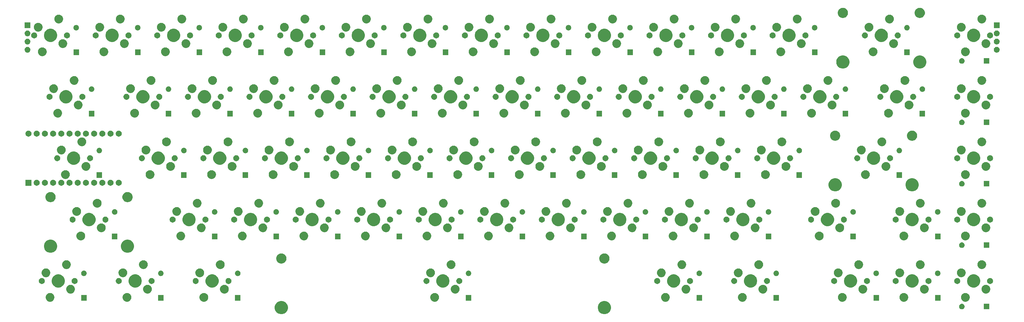
<source format=gbr>
G04 #@! TF.GenerationSoftware,KiCad,Pcbnew,(5.1.4)-1*
G04 #@! TF.CreationDate,2021-01-04T02:31:08-06:00*
G04 #@! TF.ProjectId,65Numpad,36354e75-6d70-4616-942e-6b696361645f,rev?*
G04 #@! TF.SameCoordinates,Original*
G04 #@! TF.FileFunction,Soldermask,Top*
G04 #@! TF.FilePolarity,Negative*
%FSLAX46Y46*%
G04 Gerber Fmt 4.6, Leading zero omitted, Abs format (unit mm)*
G04 Created by KiCad (PCBNEW (5.1.4)-1) date 2021-01-04 02:31:08*
%MOMM*%
%LPD*%
G04 APERTURE LIST*
%ADD10C,0.100000*%
G04 APERTURE END LIST*
D10*
G36*
X177596374Y-141226184D02*
G01*
X177814374Y-141316483D01*
X177968523Y-141380333D01*
X178303448Y-141604123D01*
X178588277Y-141888952D01*
X178812067Y-142223877D01*
X178812067Y-142223878D01*
X178966216Y-142596026D01*
X179044800Y-142991094D01*
X179044800Y-143393906D01*
X178966216Y-143788974D01*
X178875917Y-144006974D01*
X178812067Y-144161123D01*
X178588277Y-144496048D01*
X178303448Y-144780877D01*
X177968523Y-145004667D01*
X177814374Y-145068517D01*
X177596374Y-145158816D01*
X177201306Y-145237400D01*
X176798494Y-145237400D01*
X176403426Y-145158816D01*
X176185426Y-145068517D01*
X176031277Y-145004667D01*
X175696352Y-144780877D01*
X175411523Y-144496048D01*
X175187733Y-144161123D01*
X175123883Y-144006974D01*
X175033584Y-143788974D01*
X174955000Y-143393906D01*
X174955000Y-142991094D01*
X175033584Y-142596026D01*
X175187733Y-142223878D01*
X175187733Y-142223877D01*
X175411523Y-141888952D01*
X175696352Y-141604123D01*
X176031277Y-141380333D01*
X176185426Y-141316483D01*
X176403426Y-141226184D01*
X176798494Y-141147600D01*
X177201306Y-141147600D01*
X177596374Y-141226184D01*
X177596374Y-141226184D01*
G37*
G36*
X77596574Y-141226184D02*
G01*
X77814574Y-141316483D01*
X77968723Y-141380333D01*
X78303648Y-141604123D01*
X78588477Y-141888952D01*
X78812267Y-142223877D01*
X78812267Y-142223878D01*
X78966416Y-142596026D01*
X79045000Y-142991094D01*
X79045000Y-143393906D01*
X78966416Y-143788974D01*
X78876117Y-144006974D01*
X78812267Y-144161123D01*
X78588477Y-144496048D01*
X78303648Y-144780877D01*
X77968723Y-145004667D01*
X77814574Y-145068517D01*
X77596574Y-145158816D01*
X77201506Y-145237400D01*
X76798694Y-145237400D01*
X76403626Y-145158816D01*
X76185626Y-145068517D01*
X76031477Y-145004667D01*
X75696552Y-144780877D01*
X75411723Y-144496048D01*
X75187933Y-144161123D01*
X75124083Y-144006974D01*
X75033784Y-143788974D01*
X74955200Y-143393906D01*
X74955200Y-142991094D01*
X75033784Y-142596026D01*
X75187933Y-142223878D01*
X75187933Y-142223877D01*
X75411723Y-141888952D01*
X75696552Y-141604123D01*
X76031477Y-141380333D01*
X76185626Y-141316483D01*
X76403626Y-141226184D01*
X76798694Y-141147600D01*
X77201506Y-141147600D01*
X77596574Y-141226184D01*
X77596574Y-141226184D01*
G37*
G36*
X287821823Y-142036313D02*
G01*
X287982242Y-142084976D01*
X288114906Y-142155886D01*
X288130078Y-142163996D01*
X288259659Y-142270341D01*
X288366004Y-142399922D01*
X288366005Y-142399924D01*
X288445024Y-142547758D01*
X288493687Y-142708177D01*
X288510117Y-142875000D01*
X288493687Y-143041823D01*
X288445024Y-143202242D01*
X288374114Y-143334906D01*
X288366004Y-143350078D01*
X288259659Y-143479659D01*
X288130078Y-143586004D01*
X288130076Y-143586005D01*
X287982242Y-143665024D01*
X287821823Y-143713687D01*
X287696804Y-143726000D01*
X287613196Y-143726000D01*
X287488177Y-143713687D01*
X287327758Y-143665024D01*
X287179924Y-143586005D01*
X287179922Y-143586004D01*
X287050341Y-143479659D01*
X286943996Y-143350078D01*
X286935886Y-143334906D01*
X286864976Y-143202242D01*
X286816313Y-143041823D01*
X286799883Y-142875000D01*
X286816313Y-142708177D01*
X286864976Y-142547758D01*
X286943995Y-142399924D01*
X286943996Y-142399922D01*
X287050341Y-142270341D01*
X287179922Y-142163996D01*
X287195094Y-142155886D01*
X287327758Y-142084976D01*
X287488177Y-142036313D01*
X287613196Y-142024000D01*
X287696804Y-142024000D01*
X287821823Y-142036313D01*
X287821823Y-142036313D01*
G37*
G36*
X296126000Y-143726000D02*
G01*
X294424000Y-143726000D01*
X294424000Y-142024000D01*
X296126000Y-142024000D01*
X296126000Y-143726000D01*
X296126000Y-143726000D01*
G37*
G36*
X251060322Y-138718418D02*
G01*
X251306189Y-138820259D01*
X251527462Y-138968110D01*
X251715640Y-139156288D01*
X251863491Y-139377561D01*
X251965332Y-139623428D01*
X252017250Y-139884438D01*
X252017250Y-140150562D01*
X251965332Y-140411572D01*
X251863491Y-140657439D01*
X251715640Y-140878712D01*
X251527462Y-141066890D01*
X251306189Y-141214741D01*
X251306188Y-141214742D01*
X251306187Y-141214742D01*
X251060322Y-141316582D01*
X250799313Y-141368500D01*
X250533187Y-141368500D01*
X250272178Y-141316582D01*
X250026313Y-141214742D01*
X250026312Y-141214742D01*
X250026311Y-141214741D01*
X249805038Y-141066890D01*
X249616860Y-140878712D01*
X249469009Y-140657439D01*
X249367168Y-140411572D01*
X249315250Y-140150562D01*
X249315250Y-139884438D01*
X249367168Y-139623428D01*
X249469009Y-139377561D01*
X249616860Y-139156288D01*
X249805038Y-138968110D01*
X250026311Y-138820259D01*
X250272178Y-138718418D01*
X250533187Y-138666500D01*
X250799313Y-138666500D01*
X251060322Y-138718418D01*
X251060322Y-138718418D01*
G37*
G36*
X29604072Y-138718418D02*
G01*
X29849939Y-138820259D01*
X30071212Y-138968110D01*
X30259390Y-139156288D01*
X30407241Y-139377561D01*
X30509082Y-139623428D01*
X30561000Y-139884438D01*
X30561000Y-140150562D01*
X30509082Y-140411572D01*
X30407241Y-140657439D01*
X30259390Y-140878712D01*
X30071212Y-141066890D01*
X29849939Y-141214741D01*
X29849938Y-141214742D01*
X29849937Y-141214742D01*
X29604072Y-141316582D01*
X29343063Y-141368500D01*
X29076937Y-141368500D01*
X28815928Y-141316582D01*
X28570063Y-141214742D01*
X28570062Y-141214742D01*
X28570061Y-141214741D01*
X28348788Y-141066890D01*
X28160610Y-140878712D01*
X28012759Y-140657439D01*
X27910918Y-140411572D01*
X27859000Y-140150562D01*
X27859000Y-139884438D01*
X27910918Y-139623428D01*
X28012759Y-139377561D01*
X28160610Y-139156288D01*
X28348788Y-138968110D01*
X28570061Y-138820259D01*
X28815928Y-138718418D01*
X29076937Y-138666500D01*
X29343063Y-138666500D01*
X29604072Y-138718418D01*
X29604072Y-138718418D01*
G37*
G36*
X5791572Y-138718418D02*
G01*
X6037439Y-138820259D01*
X6258712Y-138968110D01*
X6446890Y-139156288D01*
X6594741Y-139377561D01*
X6696582Y-139623428D01*
X6748500Y-139884438D01*
X6748500Y-140150562D01*
X6696582Y-140411572D01*
X6594741Y-140657439D01*
X6446890Y-140878712D01*
X6258712Y-141066890D01*
X6037439Y-141214741D01*
X6037438Y-141214742D01*
X6037437Y-141214742D01*
X5791572Y-141316582D01*
X5530563Y-141368500D01*
X5264437Y-141368500D01*
X5003428Y-141316582D01*
X4757563Y-141214742D01*
X4757562Y-141214742D01*
X4757561Y-141214741D01*
X4536288Y-141066890D01*
X4348110Y-140878712D01*
X4200259Y-140657439D01*
X4098418Y-140411572D01*
X4046500Y-140150562D01*
X4046500Y-139884438D01*
X4098418Y-139623428D01*
X4200259Y-139377561D01*
X4348110Y-139156288D01*
X4536288Y-138968110D01*
X4757561Y-138820259D01*
X5003428Y-138718418D01*
X5264437Y-138666500D01*
X5530563Y-138666500D01*
X5791572Y-138718418D01*
X5791572Y-138718418D01*
G37*
G36*
X124854072Y-138718418D02*
G01*
X125099939Y-138820259D01*
X125321212Y-138968110D01*
X125509390Y-139156288D01*
X125657241Y-139377561D01*
X125759082Y-139623428D01*
X125811000Y-139884438D01*
X125811000Y-140150562D01*
X125759082Y-140411572D01*
X125657241Y-140657439D01*
X125509390Y-140878712D01*
X125321212Y-141066890D01*
X125099939Y-141214741D01*
X125099938Y-141214742D01*
X125099937Y-141214742D01*
X124854072Y-141316582D01*
X124593063Y-141368500D01*
X124326937Y-141368500D01*
X124065928Y-141316582D01*
X123820063Y-141214742D01*
X123820062Y-141214742D01*
X123820061Y-141214741D01*
X123598788Y-141066890D01*
X123410610Y-140878712D01*
X123262759Y-140657439D01*
X123160918Y-140411572D01*
X123109000Y-140150562D01*
X123109000Y-139884438D01*
X123160918Y-139623428D01*
X123262759Y-139377561D01*
X123410610Y-139156288D01*
X123598788Y-138968110D01*
X123820061Y-138820259D01*
X124065928Y-138718418D01*
X124326937Y-138666500D01*
X124593063Y-138666500D01*
X124854072Y-138718418D01*
X124854072Y-138718418D01*
G37*
G36*
X289160322Y-138718418D02*
G01*
X289406189Y-138820259D01*
X289627462Y-138968110D01*
X289815640Y-139156288D01*
X289963491Y-139377561D01*
X290065332Y-139623428D01*
X290117250Y-139884438D01*
X290117250Y-140150562D01*
X290065332Y-140411572D01*
X289963491Y-140657439D01*
X289815640Y-140878712D01*
X289627462Y-141066890D01*
X289406189Y-141214741D01*
X289406188Y-141214742D01*
X289406187Y-141214742D01*
X289160322Y-141316582D01*
X288899313Y-141368500D01*
X288633187Y-141368500D01*
X288372178Y-141316582D01*
X288126313Y-141214742D01*
X288126312Y-141214742D01*
X288126311Y-141214741D01*
X287905038Y-141066890D01*
X287716860Y-140878712D01*
X287569009Y-140657439D01*
X287467168Y-140411572D01*
X287415250Y-140150562D01*
X287415250Y-139884438D01*
X287467168Y-139623428D01*
X287569009Y-139377561D01*
X287716860Y-139156288D01*
X287905038Y-138968110D01*
X288126311Y-138820259D01*
X288372178Y-138718418D01*
X288633187Y-138666500D01*
X288899313Y-138666500D01*
X289160322Y-138718418D01*
X289160322Y-138718418D01*
G37*
G36*
X220104072Y-138718418D02*
G01*
X220349939Y-138820259D01*
X220571212Y-138968110D01*
X220759390Y-139156288D01*
X220907241Y-139377561D01*
X221009082Y-139623428D01*
X221061000Y-139884438D01*
X221061000Y-140150562D01*
X221009082Y-140411572D01*
X220907241Y-140657439D01*
X220759390Y-140878712D01*
X220571212Y-141066890D01*
X220349939Y-141214741D01*
X220349938Y-141214742D01*
X220349937Y-141214742D01*
X220104072Y-141316582D01*
X219843063Y-141368500D01*
X219576937Y-141368500D01*
X219315928Y-141316582D01*
X219070063Y-141214742D01*
X219070062Y-141214742D01*
X219070061Y-141214741D01*
X218848788Y-141066890D01*
X218660610Y-140878712D01*
X218512759Y-140657439D01*
X218410918Y-140411572D01*
X218359000Y-140150562D01*
X218359000Y-139884438D01*
X218410918Y-139623428D01*
X218512759Y-139377561D01*
X218660610Y-139156288D01*
X218848788Y-138968110D01*
X219070061Y-138820259D01*
X219315928Y-138718418D01*
X219576937Y-138666500D01*
X219843063Y-138666500D01*
X220104072Y-138718418D01*
X220104072Y-138718418D01*
G37*
G36*
X196291572Y-138718418D02*
G01*
X196537439Y-138820259D01*
X196758712Y-138968110D01*
X196946890Y-139156288D01*
X197094741Y-139377561D01*
X197196582Y-139623428D01*
X197248500Y-139884438D01*
X197248500Y-140150562D01*
X197196582Y-140411572D01*
X197094741Y-140657439D01*
X196946890Y-140878712D01*
X196758712Y-141066890D01*
X196537439Y-141214741D01*
X196537438Y-141214742D01*
X196537437Y-141214742D01*
X196291572Y-141316582D01*
X196030563Y-141368500D01*
X195764437Y-141368500D01*
X195503428Y-141316582D01*
X195257563Y-141214742D01*
X195257562Y-141214742D01*
X195257561Y-141214741D01*
X195036288Y-141066890D01*
X194848110Y-140878712D01*
X194700259Y-140657439D01*
X194598418Y-140411572D01*
X194546500Y-140150562D01*
X194546500Y-139884438D01*
X194598418Y-139623428D01*
X194700259Y-139377561D01*
X194848110Y-139156288D01*
X195036288Y-138968110D01*
X195257561Y-138820259D01*
X195503428Y-138718418D01*
X195764437Y-138666500D01*
X196030563Y-138666500D01*
X196291572Y-138718418D01*
X196291572Y-138718418D01*
G37*
G36*
X53416572Y-138718418D02*
G01*
X53662439Y-138820259D01*
X53883712Y-138968110D01*
X54071890Y-139156288D01*
X54219741Y-139377561D01*
X54321582Y-139623428D01*
X54373500Y-139884438D01*
X54373500Y-140150562D01*
X54321582Y-140411572D01*
X54219741Y-140657439D01*
X54071890Y-140878712D01*
X53883712Y-141066890D01*
X53662439Y-141214741D01*
X53662438Y-141214742D01*
X53662437Y-141214742D01*
X53416572Y-141316582D01*
X53155563Y-141368500D01*
X52889437Y-141368500D01*
X52628428Y-141316582D01*
X52382563Y-141214742D01*
X52382562Y-141214742D01*
X52382561Y-141214741D01*
X52161288Y-141066890D01*
X51973110Y-140878712D01*
X51825259Y-140657439D01*
X51723418Y-140411572D01*
X51671500Y-140150562D01*
X51671500Y-139884438D01*
X51723418Y-139623428D01*
X51825259Y-139377561D01*
X51973110Y-139156288D01*
X52161288Y-138968110D01*
X52382561Y-138820259D01*
X52628428Y-138718418D01*
X52889437Y-138666500D01*
X53155563Y-138666500D01*
X53416572Y-138718418D01*
X53416572Y-138718418D01*
G37*
G36*
X270110322Y-138718418D02*
G01*
X270356189Y-138820259D01*
X270577462Y-138968110D01*
X270765640Y-139156288D01*
X270913491Y-139377561D01*
X271015332Y-139623428D01*
X271067250Y-139884438D01*
X271067250Y-140150562D01*
X271015332Y-140411572D01*
X270913491Y-140657439D01*
X270765640Y-140878712D01*
X270577462Y-141066890D01*
X270356189Y-141214741D01*
X270356188Y-141214742D01*
X270356187Y-141214742D01*
X270110322Y-141316582D01*
X269849313Y-141368500D01*
X269583187Y-141368500D01*
X269322178Y-141316582D01*
X269076313Y-141214742D01*
X269076312Y-141214742D01*
X269076311Y-141214741D01*
X268855038Y-141066890D01*
X268666860Y-140878712D01*
X268519009Y-140657439D01*
X268417168Y-140411572D01*
X268365250Y-140150562D01*
X268365250Y-139884438D01*
X268417168Y-139623428D01*
X268519009Y-139377561D01*
X268666860Y-139156288D01*
X268855038Y-138968110D01*
X269076311Y-138820259D01*
X269322178Y-138718418D01*
X269583187Y-138666500D01*
X269849313Y-138666500D01*
X270110322Y-138718418D01*
X270110322Y-138718418D01*
G37*
G36*
X40538500Y-141027250D02*
G01*
X38836500Y-141027250D01*
X38836500Y-139325250D01*
X40538500Y-139325250D01*
X40538500Y-141027250D01*
X40538500Y-141027250D01*
G37*
G36*
X16726000Y-141027250D02*
G01*
X15024000Y-141027250D01*
X15024000Y-139325250D01*
X16726000Y-139325250D01*
X16726000Y-141027250D01*
X16726000Y-141027250D01*
G37*
G36*
X64351000Y-141027250D02*
G01*
X62649000Y-141027250D01*
X62649000Y-139325250D01*
X64351000Y-139325250D01*
X64351000Y-141027250D01*
X64351000Y-141027250D01*
G37*
G36*
X135788500Y-141027250D02*
G01*
X134086500Y-141027250D01*
X134086500Y-139325250D01*
X135788500Y-139325250D01*
X135788500Y-141027250D01*
X135788500Y-141027250D01*
G37*
G36*
X207226000Y-141027250D02*
G01*
X205524000Y-141027250D01*
X205524000Y-139325250D01*
X207226000Y-139325250D01*
X207226000Y-141027250D01*
X207226000Y-141027250D01*
G37*
G36*
X231038500Y-141027250D02*
G01*
X229336500Y-141027250D01*
X229336500Y-139325250D01*
X231038500Y-139325250D01*
X231038500Y-141027250D01*
X231038500Y-141027250D01*
G37*
G36*
X261994750Y-141027250D02*
G01*
X260292750Y-141027250D01*
X260292750Y-139325250D01*
X261994750Y-139325250D01*
X261994750Y-141027250D01*
X261994750Y-141027250D01*
G37*
G36*
X281044750Y-141027250D02*
G01*
X279342750Y-141027250D01*
X279342750Y-139325250D01*
X281044750Y-139325250D01*
X281044750Y-141027250D01*
X281044750Y-141027250D01*
G37*
G36*
X59766572Y-136178418D02*
G01*
X59927162Y-136244936D01*
X60012439Y-136280259D01*
X60233712Y-136428110D01*
X60421890Y-136616288D01*
X60569741Y-136837561D01*
X60671582Y-137083428D01*
X60723500Y-137344438D01*
X60723500Y-137610562D01*
X60671582Y-137871572D01*
X60569741Y-138117439D01*
X60421890Y-138338712D01*
X60233712Y-138526890D01*
X60012439Y-138674741D01*
X60012438Y-138674742D01*
X60012437Y-138674742D01*
X59766572Y-138776582D01*
X59505563Y-138828500D01*
X59239437Y-138828500D01*
X58978428Y-138776582D01*
X58732563Y-138674742D01*
X58732562Y-138674742D01*
X58732561Y-138674741D01*
X58511288Y-138526890D01*
X58323110Y-138338712D01*
X58175259Y-138117439D01*
X58073418Y-137871572D01*
X58021500Y-137610562D01*
X58021500Y-137344438D01*
X58073418Y-137083428D01*
X58175259Y-136837561D01*
X58323110Y-136616288D01*
X58511288Y-136428110D01*
X58732561Y-136280259D01*
X58817839Y-136244936D01*
X58978428Y-136178418D01*
X59239437Y-136126500D01*
X59505563Y-136126500D01*
X59766572Y-136178418D01*
X59766572Y-136178418D01*
G37*
G36*
X12141572Y-136178418D02*
G01*
X12302162Y-136244936D01*
X12387439Y-136280259D01*
X12608712Y-136428110D01*
X12796890Y-136616288D01*
X12944741Y-136837561D01*
X13046582Y-137083428D01*
X13098500Y-137344438D01*
X13098500Y-137610562D01*
X13046582Y-137871572D01*
X12944741Y-138117439D01*
X12796890Y-138338712D01*
X12608712Y-138526890D01*
X12387439Y-138674741D01*
X12387438Y-138674742D01*
X12387437Y-138674742D01*
X12141572Y-138776582D01*
X11880563Y-138828500D01*
X11614437Y-138828500D01*
X11353428Y-138776582D01*
X11107563Y-138674742D01*
X11107562Y-138674742D01*
X11107561Y-138674741D01*
X10886288Y-138526890D01*
X10698110Y-138338712D01*
X10550259Y-138117439D01*
X10448418Y-137871572D01*
X10396500Y-137610562D01*
X10396500Y-137344438D01*
X10448418Y-137083428D01*
X10550259Y-136837561D01*
X10698110Y-136616288D01*
X10886288Y-136428110D01*
X11107561Y-136280259D01*
X11192839Y-136244936D01*
X11353428Y-136178418D01*
X11614437Y-136126500D01*
X11880563Y-136126500D01*
X12141572Y-136178418D01*
X12141572Y-136178418D01*
G37*
G36*
X35954072Y-136178418D02*
G01*
X36114662Y-136244936D01*
X36199939Y-136280259D01*
X36421212Y-136428110D01*
X36609390Y-136616288D01*
X36757241Y-136837561D01*
X36859082Y-137083428D01*
X36911000Y-137344438D01*
X36911000Y-137610562D01*
X36859082Y-137871572D01*
X36757241Y-138117439D01*
X36609390Y-138338712D01*
X36421212Y-138526890D01*
X36199939Y-138674741D01*
X36199938Y-138674742D01*
X36199937Y-138674742D01*
X35954072Y-138776582D01*
X35693063Y-138828500D01*
X35426937Y-138828500D01*
X35165928Y-138776582D01*
X34920063Y-138674742D01*
X34920062Y-138674742D01*
X34920061Y-138674741D01*
X34698788Y-138526890D01*
X34510610Y-138338712D01*
X34362759Y-138117439D01*
X34260918Y-137871572D01*
X34209000Y-137610562D01*
X34209000Y-137344438D01*
X34260918Y-137083428D01*
X34362759Y-136837561D01*
X34510610Y-136616288D01*
X34698788Y-136428110D01*
X34920061Y-136280259D01*
X35005339Y-136244936D01*
X35165928Y-136178418D01*
X35426937Y-136126500D01*
X35693063Y-136126500D01*
X35954072Y-136178418D01*
X35954072Y-136178418D01*
G37*
G36*
X131204072Y-136178418D02*
G01*
X131364662Y-136244936D01*
X131449939Y-136280259D01*
X131671212Y-136428110D01*
X131859390Y-136616288D01*
X132007241Y-136837561D01*
X132109082Y-137083428D01*
X132161000Y-137344438D01*
X132161000Y-137610562D01*
X132109082Y-137871572D01*
X132007241Y-138117439D01*
X131859390Y-138338712D01*
X131671212Y-138526890D01*
X131449939Y-138674741D01*
X131449938Y-138674742D01*
X131449937Y-138674742D01*
X131204072Y-138776582D01*
X130943063Y-138828500D01*
X130676937Y-138828500D01*
X130415928Y-138776582D01*
X130170063Y-138674742D01*
X130170062Y-138674742D01*
X130170061Y-138674741D01*
X129948788Y-138526890D01*
X129760610Y-138338712D01*
X129612759Y-138117439D01*
X129510918Y-137871572D01*
X129459000Y-137610562D01*
X129459000Y-137344438D01*
X129510918Y-137083428D01*
X129612759Y-136837561D01*
X129760610Y-136616288D01*
X129948788Y-136428110D01*
X130170061Y-136280259D01*
X130255339Y-136244936D01*
X130415928Y-136178418D01*
X130676937Y-136126500D01*
X130943063Y-136126500D01*
X131204072Y-136178418D01*
X131204072Y-136178418D01*
G37*
G36*
X276460322Y-136178418D02*
G01*
X276620912Y-136244936D01*
X276706189Y-136280259D01*
X276927462Y-136428110D01*
X277115640Y-136616288D01*
X277263491Y-136837561D01*
X277365332Y-137083428D01*
X277417250Y-137344438D01*
X277417250Y-137610562D01*
X277365332Y-137871572D01*
X277263491Y-138117439D01*
X277115640Y-138338712D01*
X276927462Y-138526890D01*
X276706189Y-138674741D01*
X276706188Y-138674742D01*
X276706187Y-138674742D01*
X276460322Y-138776582D01*
X276199313Y-138828500D01*
X275933187Y-138828500D01*
X275672178Y-138776582D01*
X275426313Y-138674742D01*
X275426312Y-138674742D01*
X275426311Y-138674741D01*
X275205038Y-138526890D01*
X275016860Y-138338712D01*
X274869009Y-138117439D01*
X274767168Y-137871572D01*
X274715250Y-137610562D01*
X274715250Y-137344438D01*
X274767168Y-137083428D01*
X274869009Y-136837561D01*
X275016860Y-136616288D01*
X275205038Y-136428110D01*
X275426311Y-136280259D01*
X275511589Y-136244936D01*
X275672178Y-136178418D01*
X275933187Y-136126500D01*
X276199313Y-136126500D01*
X276460322Y-136178418D01*
X276460322Y-136178418D01*
G37*
G36*
X257410322Y-136178418D02*
G01*
X257570912Y-136244936D01*
X257656189Y-136280259D01*
X257877462Y-136428110D01*
X258065640Y-136616288D01*
X258213491Y-136837561D01*
X258315332Y-137083428D01*
X258367250Y-137344438D01*
X258367250Y-137610562D01*
X258315332Y-137871572D01*
X258213491Y-138117439D01*
X258065640Y-138338712D01*
X257877462Y-138526890D01*
X257656189Y-138674741D01*
X257656188Y-138674742D01*
X257656187Y-138674742D01*
X257410322Y-138776582D01*
X257149313Y-138828500D01*
X256883187Y-138828500D01*
X256622178Y-138776582D01*
X256376313Y-138674742D01*
X256376312Y-138674742D01*
X256376311Y-138674741D01*
X256155038Y-138526890D01*
X255966860Y-138338712D01*
X255819009Y-138117439D01*
X255717168Y-137871572D01*
X255665250Y-137610562D01*
X255665250Y-137344438D01*
X255717168Y-137083428D01*
X255819009Y-136837561D01*
X255966860Y-136616288D01*
X256155038Y-136428110D01*
X256376311Y-136280259D01*
X256461589Y-136244936D01*
X256622178Y-136178418D01*
X256883187Y-136126500D01*
X257149313Y-136126500D01*
X257410322Y-136178418D01*
X257410322Y-136178418D01*
G37*
G36*
X295510322Y-136178418D02*
G01*
X295670912Y-136244936D01*
X295756189Y-136280259D01*
X295977462Y-136428110D01*
X296165640Y-136616288D01*
X296313491Y-136837561D01*
X296415332Y-137083428D01*
X296467250Y-137344438D01*
X296467250Y-137610562D01*
X296415332Y-137871572D01*
X296313491Y-138117439D01*
X296165640Y-138338712D01*
X295977462Y-138526890D01*
X295756189Y-138674741D01*
X295756188Y-138674742D01*
X295756187Y-138674742D01*
X295510322Y-138776582D01*
X295249313Y-138828500D01*
X294983187Y-138828500D01*
X294722178Y-138776582D01*
X294476313Y-138674742D01*
X294476312Y-138674742D01*
X294476311Y-138674741D01*
X294255038Y-138526890D01*
X294066860Y-138338712D01*
X293919009Y-138117439D01*
X293817168Y-137871572D01*
X293765250Y-137610562D01*
X293765250Y-137344438D01*
X293817168Y-137083428D01*
X293919009Y-136837561D01*
X294066860Y-136616288D01*
X294255038Y-136428110D01*
X294476311Y-136280259D01*
X294561589Y-136244936D01*
X294722178Y-136178418D01*
X294983187Y-136126500D01*
X295249313Y-136126500D01*
X295510322Y-136178418D01*
X295510322Y-136178418D01*
G37*
G36*
X226454072Y-136178418D02*
G01*
X226614662Y-136244936D01*
X226699939Y-136280259D01*
X226921212Y-136428110D01*
X227109390Y-136616288D01*
X227257241Y-136837561D01*
X227359082Y-137083428D01*
X227411000Y-137344438D01*
X227411000Y-137610562D01*
X227359082Y-137871572D01*
X227257241Y-138117439D01*
X227109390Y-138338712D01*
X226921212Y-138526890D01*
X226699939Y-138674741D01*
X226699938Y-138674742D01*
X226699937Y-138674742D01*
X226454072Y-138776582D01*
X226193063Y-138828500D01*
X225926937Y-138828500D01*
X225665928Y-138776582D01*
X225420063Y-138674742D01*
X225420062Y-138674742D01*
X225420061Y-138674741D01*
X225198788Y-138526890D01*
X225010610Y-138338712D01*
X224862759Y-138117439D01*
X224760918Y-137871572D01*
X224709000Y-137610562D01*
X224709000Y-137344438D01*
X224760918Y-137083428D01*
X224862759Y-136837561D01*
X225010610Y-136616288D01*
X225198788Y-136428110D01*
X225420061Y-136280259D01*
X225505339Y-136244936D01*
X225665928Y-136178418D01*
X225926937Y-136126500D01*
X226193063Y-136126500D01*
X226454072Y-136178418D01*
X226454072Y-136178418D01*
G37*
G36*
X202641572Y-136178418D02*
G01*
X202802162Y-136244936D01*
X202887439Y-136280259D01*
X203108712Y-136428110D01*
X203296890Y-136616288D01*
X203444741Y-136837561D01*
X203546582Y-137083428D01*
X203598500Y-137344438D01*
X203598500Y-137610562D01*
X203546582Y-137871572D01*
X203444741Y-138117439D01*
X203296890Y-138338712D01*
X203108712Y-138526890D01*
X202887439Y-138674741D01*
X202887438Y-138674742D01*
X202887437Y-138674742D01*
X202641572Y-138776582D01*
X202380563Y-138828500D01*
X202114437Y-138828500D01*
X201853428Y-138776582D01*
X201607563Y-138674742D01*
X201607562Y-138674742D01*
X201607561Y-138674741D01*
X201386288Y-138526890D01*
X201198110Y-138338712D01*
X201050259Y-138117439D01*
X200948418Y-137871572D01*
X200896500Y-137610562D01*
X200896500Y-137344438D01*
X200948418Y-137083428D01*
X201050259Y-136837561D01*
X201198110Y-136616288D01*
X201386288Y-136428110D01*
X201607561Y-136280259D01*
X201692839Y-136244936D01*
X201853428Y-136178418D01*
X202114437Y-136126500D01*
X202380563Y-136126500D01*
X202641572Y-136178418D01*
X202641572Y-136178418D01*
G37*
G36*
X253804504Y-132965318D02*
G01*
X254177761Y-133119926D01*
X254177763Y-133119927D01*
X254513686Y-133344384D01*
X254799366Y-133630064D01*
X254878503Y-133748500D01*
X255023824Y-133965989D01*
X255178432Y-134339246D01*
X255257250Y-134735493D01*
X255257250Y-135139507D01*
X255178432Y-135535754D01*
X255025020Y-135906123D01*
X255023823Y-135909013D01*
X254799366Y-136244936D01*
X254513686Y-136530616D01*
X254177763Y-136755073D01*
X254177762Y-136755074D01*
X254177761Y-136755074D01*
X253804504Y-136909682D01*
X253408257Y-136988500D01*
X253004243Y-136988500D01*
X252607996Y-136909682D01*
X252234739Y-136755074D01*
X252234738Y-136755074D01*
X252234737Y-136755073D01*
X251898814Y-136530616D01*
X251613134Y-136244936D01*
X251388677Y-135909013D01*
X251387480Y-135906123D01*
X251234068Y-135535754D01*
X251155250Y-135139507D01*
X251155250Y-134735493D01*
X251234068Y-134339246D01*
X251388676Y-133965989D01*
X251533998Y-133748500D01*
X251613134Y-133630064D01*
X251898814Y-133344384D01*
X252234737Y-133119927D01*
X252234739Y-133119926D01*
X252607996Y-132965318D01*
X253004243Y-132886500D01*
X253408257Y-132886500D01*
X253804504Y-132965318D01*
X253804504Y-132965318D01*
G37*
G36*
X291904504Y-132965318D02*
G01*
X292277761Y-133119926D01*
X292277763Y-133119927D01*
X292613686Y-133344384D01*
X292899366Y-133630064D01*
X292978503Y-133748500D01*
X293123824Y-133965989D01*
X293278432Y-134339246D01*
X293357250Y-134735493D01*
X293357250Y-135139507D01*
X293278432Y-135535754D01*
X293125020Y-135906123D01*
X293123823Y-135909013D01*
X292899366Y-136244936D01*
X292613686Y-136530616D01*
X292277763Y-136755073D01*
X292277762Y-136755074D01*
X292277761Y-136755074D01*
X291904504Y-136909682D01*
X291508257Y-136988500D01*
X291104243Y-136988500D01*
X290707996Y-136909682D01*
X290334739Y-136755074D01*
X290334738Y-136755074D01*
X290334737Y-136755073D01*
X289998814Y-136530616D01*
X289713134Y-136244936D01*
X289488677Y-135909013D01*
X289487480Y-135906123D01*
X289334068Y-135535754D01*
X289255250Y-135139507D01*
X289255250Y-134735493D01*
X289334068Y-134339246D01*
X289488676Y-133965989D01*
X289633998Y-133748500D01*
X289713134Y-133630064D01*
X289998814Y-133344384D01*
X290334737Y-133119927D01*
X290334739Y-133119926D01*
X290707996Y-132965318D01*
X291104243Y-132886500D01*
X291508257Y-132886500D01*
X291904504Y-132965318D01*
X291904504Y-132965318D01*
G37*
G36*
X272854504Y-132965318D02*
G01*
X273227761Y-133119926D01*
X273227763Y-133119927D01*
X273563686Y-133344384D01*
X273849366Y-133630064D01*
X273928503Y-133748500D01*
X274073824Y-133965989D01*
X274228432Y-134339246D01*
X274307250Y-134735493D01*
X274307250Y-135139507D01*
X274228432Y-135535754D01*
X274075020Y-135906123D01*
X274073823Y-135909013D01*
X273849366Y-136244936D01*
X273563686Y-136530616D01*
X273227763Y-136755073D01*
X273227762Y-136755074D01*
X273227761Y-136755074D01*
X272854504Y-136909682D01*
X272458257Y-136988500D01*
X272054243Y-136988500D01*
X271657996Y-136909682D01*
X271284739Y-136755074D01*
X271284738Y-136755074D01*
X271284737Y-136755073D01*
X270948814Y-136530616D01*
X270663134Y-136244936D01*
X270438677Y-135909013D01*
X270437480Y-135906123D01*
X270284068Y-135535754D01*
X270205250Y-135139507D01*
X270205250Y-134735493D01*
X270284068Y-134339246D01*
X270438676Y-133965989D01*
X270583998Y-133748500D01*
X270663134Y-133630064D01*
X270948814Y-133344384D01*
X271284737Y-133119927D01*
X271284739Y-133119926D01*
X271657996Y-132965318D01*
X272054243Y-132886500D01*
X272458257Y-132886500D01*
X272854504Y-132965318D01*
X272854504Y-132965318D01*
G37*
G36*
X56158974Y-132971184D02*
G01*
X56318927Y-133037439D01*
X56531123Y-133125333D01*
X56866048Y-133349123D01*
X57150877Y-133633952D01*
X57374667Y-133968877D01*
X57407062Y-134047086D01*
X57528816Y-134341026D01*
X57607400Y-134736094D01*
X57607400Y-135138906D01*
X57528816Y-135533974D01*
X57477951Y-135656772D01*
X57374667Y-135906123D01*
X57150877Y-136241048D01*
X56866048Y-136525877D01*
X56531123Y-136749667D01*
X56376974Y-136813517D01*
X56158974Y-136903816D01*
X55763906Y-136982400D01*
X55361094Y-136982400D01*
X54966026Y-136903816D01*
X54748026Y-136813517D01*
X54593877Y-136749667D01*
X54258952Y-136525877D01*
X53974123Y-136241048D01*
X53750333Y-135906123D01*
X53647049Y-135656772D01*
X53596184Y-135533974D01*
X53517600Y-135138906D01*
X53517600Y-134736094D01*
X53596184Y-134341026D01*
X53717938Y-134047086D01*
X53750333Y-133968877D01*
X53974123Y-133633952D01*
X54258952Y-133349123D01*
X54593877Y-133125333D01*
X54806073Y-133037439D01*
X54966026Y-132971184D01*
X55361094Y-132892600D01*
X55763906Y-132892600D01*
X56158974Y-132971184D01*
X56158974Y-132971184D01*
G37*
G36*
X8533974Y-132971184D02*
G01*
X8693927Y-133037439D01*
X8906123Y-133125333D01*
X9241048Y-133349123D01*
X9525877Y-133633952D01*
X9749667Y-133968877D01*
X9782062Y-134047086D01*
X9903816Y-134341026D01*
X9982400Y-134736094D01*
X9982400Y-135138906D01*
X9903816Y-135533974D01*
X9852951Y-135656772D01*
X9749667Y-135906123D01*
X9525877Y-136241048D01*
X9241048Y-136525877D01*
X8906123Y-136749667D01*
X8751974Y-136813517D01*
X8533974Y-136903816D01*
X8138906Y-136982400D01*
X7736094Y-136982400D01*
X7341026Y-136903816D01*
X7123026Y-136813517D01*
X6968877Y-136749667D01*
X6633952Y-136525877D01*
X6349123Y-136241048D01*
X6125333Y-135906123D01*
X6022049Y-135656772D01*
X5971184Y-135533974D01*
X5892600Y-135138906D01*
X5892600Y-134736094D01*
X5971184Y-134341026D01*
X6092938Y-134047086D01*
X6125333Y-133968877D01*
X6349123Y-133633952D01*
X6633952Y-133349123D01*
X6968877Y-133125333D01*
X7181073Y-133037439D01*
X7341026Y-132971184D01*
X7736094Y-132892600D01*
X8138906Y-132892600D01*
X8533974Y-132971184D01*
X8533974Y-132971184D01*
G37*
G36*
X32346474Y-132971184D02*
G01*
X32506427Y-133037439D01*
X32718623Y-133125333D01*
X33053548Y-133349123D01*
X33338377Y-133633952D01*
X33562167Y-133968877D01*
X33594562Y-134047086D01*
X33716316Y-134341026D01*
X33794900Y-134736094D01*
X33794900Y-135138906D01*
X33716316Y-135533974D01*
X33665451Y-135656772D01*
X33562167Y-135906123D01*
X33338377Y-136241048D01*
X33053548Y-136525877D01*
X32718623Y-136749667D01*
X32564474Y-136813517D01*
X32346474Y-136903816D01*
X31951406Y-136982400D01*
X31548594Y-136982400D01*
X31153526Y-136903816D01*
X30935526Y-136813517D01*
X30781377Y-136749667D01*
X30446452Y-136525877D01*
X30161623Y-136241048D01*
X29937833Y-135906123D01*
X29834549Y-135656772D01*
X29783684Y-135533974D01*
X29705100Y-135138906D01*
X29705100Y-134736094D01*
X29783684Y-134341026D01*
X29905438Y-134047086D01*
X29937833Y-133968877D01*
X30161623Y-133633952D01*
X30446452Y-133349123D01*
X30781377Y-133125333D01*
X30993573Y-133037439D01*
X31153526Y-132971184D01*
X31548594Y-132892600D01*
X31951406Y-132892600D01*
X32346474Y-132971184D01*
X32346474Y-132971184D01*
G37*
G36*
X127596474Y-132971184D02*
G01*
X127756427Y-133037439D01*
X127968623Y-133125333D01*
X128303548Y-133349123D01*
X128588377Y-133633952D01*
X128812167Y-133968877D01*
X128844562Y-134047086D01*
X128966316Y-134341026D01*
X129044900Y-134736094D01*
X129044900Y-135138906D01*
X128966316Y-135533974D01*
X128915451Y-135656772D01*
X128812167Y-135906123D01*
X128588377Y-136241048D01*
X128303548Y-136525877D01*
X127968623Y-136749667D01*
X127814474Y-136813517D01*
X127596474Y-136903816D01*
X127201406Y-136982400D01*
X126798594Y-136982400D01*
X126403526Y-136903816D01*
X126185526Y-136813517D01*
X126031377Y-136749667D01*
X125696452Y-136525877D01*
X125411623Y-136241048D01*
X125187833Y-135906123D01*
X125084549Y-135656772D01*
X125033684Y-135533974D01*
X124955100Y-135138906D01*
X124955100Y-134736094D01*
X125033684Y-134341026D01*
X125155438Y-134047086D01*
X125187833Y-133968877D01*
X125411623Y-133633952D01*
X125696452Y-133349123D01*
X126031377Y-133125333D01*
X126243573Y-133037439D01*
X126403526Y-132971184D01*
X126798594Y-132892600D01*
X127201406Y-132892600D01*
X127596474Y-132971184D01*
X127596474Y-132971184D01*
G37*
G36*
X199033974Y-132971184D02*
G01*
X199193927Y-133037439D01*
X199406123Y-133125333D01*
X199741048Y-133349123D01*
X200025877Y-133633952D01*
X200249667Y-133968877D01*
X200282062Y-134047086D01*
X200403816Y-134341026D01*
X200482400Y-134736094D01*
X200482400Y-135138906D01*
X200403816Y-135533974D01*
X200352951Y-135656772D01*
X200249667Y-135906123D01*
X200025877Y-136241048D01*
X199741048Y-136525877D01*
X199406123Y-136749667D01*
X199251974Y-136813517D01*
X199033974Y-136903816D01*
X198638906Y-136982400D01*
X198236094Y-136982400D01*
X197841026Y-136903816D01*
X197623026Y-136813517D01*
X197468877Y-136749667D01*
X197133952Y-136525877D01*
X196849123Y-136241048D01*
X196625333Y-135906123D01*
X196522049Y-135656772D01*
X196471184Y-135533974D01*
X196392600Y-135138906D01*
X196392600Y-134736094D01*
X196471184Y-134341026D01*
X196592938Y-134047086D01*
X196625333Y-133968877D01*
X196849123Y-133633952D01*
X197133952Y-133349123D01*
X197468877Y-133125333D01*
X197681073Y-133037439D01*
X197841026Y-132971184D01*
X198236094Y-132892600D01*
X198638906Y-132892600D01*
X199033974Y-132971184D01*
X199033974Y-132971184D01*
G37*
G36*
X222846474Y-132971184D02*
G01*
X223006427Y-133037439D01*
X223218623Y-133125333D01*
X223553548Y-133349123D01*
X223838377Y-133633952D01*
X224062167Y-133968877D01*
X224094562Y-134047086D01*
X224216316Y-134341026D01*
X224294900Y-134736094D01*
X224294900Y-135138906D01*
X224216316Y-135533974D01*
X224165451Y-135656772D01*
X224062167Y-135906123D01*
X223838377Y-136241048D01*
X223553548Y-136525877D01*
X223218623Y-136749667D01*
X223064474Y-136813517D01*
X222846474Y-136903816D01*
X222451406Y-136982400D01*
X222048594Y-136982400D01*
X221653526Y-136903816D01*
X221435526Y-136813517D01*
X221281377Y-136749667D01*
X220946452Y-136525877D01*
X220661623Y-136241048D01*
X220437833Y-135906123D01*
X220334549Y-135656772D01*
X220283684Y-135533974D01*
X220205100Y-135138906D01*
X220205100Y-134736094D01*
X220283684Y-134341026D01*
X220405438Y-134047086D01*
X220437833Y-133968877D01*
X220661623Y-133633952D01*
X220946452Y-133349123D01*
X221281377Y-133125333D01*
X221493573Y-133037439D01*
X221653526Y-132971184D01*
X222048594Y-132892600D01*
X222451406Y-132892600D01*
X222846474Y-132971184D01*
X222846474Y-132971184D01*
G37*
G36*
X286496354Y-134047085D02*
G01*
X286664876Y-134116889D01*
X286816541Y-134218228D01*
X286945522Y-134347209D01*
X287046861Y-134498874D01*
X287116665Y-134667396D01*
X287152250Y-134846297D01*
X287152250Y-135028703D01*
X287116665Y-135207604D01*
X287046861Y-135376126D01*
X286945522Y-135527791D01*
X286816541Y-135656772D01*
X286664876Y-135758111D01*
X286496354Y-135827915D01*
X286317453Y-135863500D01*
X286135047Y-135863500D01*
X285956146Y-135827915D01*
X285787624Y-135758111D01*
X285635959Y-135656772D01*
X285506978Y-135527791D01*
X285405639Y-135376126D01*
X285335835Y-135207604D01*
X285300250Y-135028703D01*
X285300250Y-134846297D01*
X285335835Y-134667396D01*
X285405639Y-134498874D01*
X285506978Y-134347209D01*
X285635959Y-134218228D01*
X285787624Y-134116889D01*
X285956146Y-134047085D01*
X286135047Y-134011500D01*
X286317453Y-134011500D01*
X286496354Y-134047085D01*
X286496354Y-134047085D01*
G37*
G36*
X296656354Y-134047085D02*
G01*
X296824876Y-134116889D01*
X296976541Y-134218228D01*
X297105522Y-134347209D01*
X297206861Y-134498874D01*
X297276665Y-134667396D01*
X297312250Y-134846297D01*
X297312250Y-135028703D01*
X297276665Y-135207604D01*
X297206861Y-135376126D01*
X297105522Y-135527791D01*
X296976541Y-135656772D01*
X296824876Y-135758111D01*
X296656354Y-135827915D01*
X296477453Y-135863500D01*
X296295047Y-135863500D01*
X296116146Y-135827915D01*
X295947624Y-135758111D01*
X295795959Y-135656772D01*
X295666978Y-135527791D01*
X295565639Y-135376126D01*
X295495835Y-135207604D01*
X295460250Y-135028703D01*
X295460250Y-134846297D01*
X295495835Y-134667396D01*
X295565639Y-134498874D01*
X295666978Y-134347209D01*
X295795959Y-134218228D01*
X295947624Y-134116889D01*
X296116146Y-134047085D01*
X296295047Y-134011500D01*
X296477453Y-134011500D01*
X296656354Y-134047085D01*
X296656354Y-134047085D01*
G37*
G36*
X277606354Y-134047085D02*
G01*
X277774876Y-134116889D01*
X277926541Y-134218228D01*
X278055522Y-134347209D01*
X278156861Y-134498874D01*
X278226665Y-134667396D01*
X278262250Y-134846297D01*
X278262250Y-135028703D01*
X278226665Y-135207604D01*
X278156861Y-135376126D01*
X278055522Y-135527791D01*
X277926541Y-135656772D01*
X277774876Y-135758111D01*
X277606354Y-135827915D01*
X277427453Y-135863500D01*
X277245047Y-135863500D01*
X277066146Y-135827915D01*
X276897624Y-135758111D01*
X276745959Y-135656772D01*
X276616978Y-135527791D01*
X276515639Y-135376126D01*
X276445835Y-135207604D01*
X276410250Y-135028703D01*
X276410250Y-134846297D01*
X276445835Y-134667396D01*
X276515639Y-134498874D01*
X276616978Y-134347209D01*
X276745959Y-134218228D01*
X276897624Y-134116889D01*
X277066146Y-134047085D01*
X277245047Y-134011500D01*
X277427453Y-134011500D01*
X277606354Y-134047085D01*
X277606354Y-134047085D01*
G37*
G36*
X267446354Y-134047085D02*
G01*
X267614876Y-134116889D01*
X267766541Y-134218228D01*
X267895522Y-134347209D01*
X267996861Y-134498874D01*
X268066665Y-134667396D01*
X268102250Y-134846297D01*
X268102250Y-135028703D01*
X268066665Y-135207604D01*
X267996861Y-135376126D01*
X267895522Y-135527791D01*
X267766541Y-135656772D01*
X267614876Y-135758111D01*
X267446354Y-135827915D01*
X267267453Y-135863500D01*
X267085047Y-135863500D01*
X266906146Y-135827915D01*
X266737624Y-135758111D01*
X266585959Y-135656772D01*
X266456978Y-135527791D01*
X266355639Y-135376126D01*
X266285835Y-135207604D01*
X266250250Y-135028703D01*
X266250250Y-134846297D01*
X266285835Y-134667396D01*
X266355639Y-134498874D01*
X266456978Y-134347209D01*
X266585959Y-134218228D01*
X266737624Y-134116889D01*
X266906146Y-134047085D01*
X267085047Y-134011500D01*
X267267453Y-134011500D01*
X267446354Y-134047085D01*
X267446354Y-134047085D01*
G37*
G36*
X60912604Y-134047085D02*
G01*
X61081126Y-134116889D01*
X61232791Y-134218228D01*
X61361772Y-134347209D01*
X61463111Y-134498874D01*
X61532915Y-134667396D01*
X61568500Y-134846297D01*
X61568500Y-135028703D01*
X61532915Y-135207604D01*
X61463111Y-135376126D01*
X61361772Y-135527791D01*
X61232791Y-135656772D01*
X61081126Y-135758111D01*
X60912604Y-135827915D01*
X60733703Y-135863500D01*
X60551297Y-135863500D01*
X60372396Y-135827915D01*
X60203874Y-135758111D01*
X60052209Y-135656772D01*
X59923228Y-135527791D01*
X59821889Y-135376126D01*
X59752085Y-135207604D01*
X59716500Y-135028703D01*
X59716500Y-134846297D01*
X59752085Y-134667396D01*
X59821889Y-134498874D01*
X59923228Y-134347209D01*
X60052209Y-134218228D01*
X60203874Y-134116889D01*
X60372396Y-134047085D01*
X60551297Y-134011500D01*
X60733703Y-134011500D01*
X60912604Y-134047085D01*
X60912604Y-134047085D01*
G37*
G36*
X248396354Y-134047085D02*
G01*
X248564876Y-134116889D01*
X248716541Y-134218228D01*
X248845522Y-134347209D01*
X248946861Y-134498874D01*
X249016665Y-134667396D01*
X249052250Y-134846297D01*
X249052250Y-135028703D01*
X249016665Y-135207604D01*
X248946861Y-135376126D01*
X248845522Y-135527791D01*
X248716541Y-135656772D01*
X248564876Y-135758111D01*
X248396354Y-135827915D01*
X248217453Y-135863500D01*
X248035047Y-135863500D01*
X247856146Y-135827915D01*
X247687624Y-135758111D01*
X247535959Y-135656772D01*
X247406978Y-135527791D01*
X247305639Y-135376126D01*
X247235835Y-135207604D01*
X247200250Y-135028703D01*
X247200250Y-134846297D01*
X247235835Y-134667396D01*
X247305639Y-134498874D01*
X247406978Y-134347209D01*
X247535959Y-134218228D01*
X247687624Y-134116889D01*
X247856146Y-134047085D01*
X248035047Y-134011500D01*
X248217453Y-134011500D01*
X248396354Y-134047085D01*
X248396354Y-134047085D01*
G37*
G36*
X258556354Y-134047085D02*
G01*
X258724876Y-134116889D01*
X258876541Y-134218228D01*
X259005522Y-134347209D01*
X259106861Y-134498874D01*
X259176665Y-134667396D01*
X259212250Y-134846297D01*
X259212250Y-135028703D01*
X259176665Y-135207604D01*
X259106861Y-135376126D01*
X259005522Y-135527791D01*
X258876541Y-135656772D01*
X258724876Y-135758111D01*
X258556354Y-135827915D01*
X258377453Y-135863500D01*
X258195047Y-135863500D01*
X258016146Y-135827915D01*
X257847624Y-135758111D01*
X257695959Y-135656772D01*
X257566978Y-135527791D01*
X257465639Y-135376126D01*
X257395835Y-135207604D01*
X257360250Y-135028703D01*
X257360250Y-134846297D01*
X257395835Y-134667396D01*
X257465639Y-134498874D01*
X257566978Y-134347209D01*
X257695959Y-134218228D01*
X257847624Y-134116889D01*
X258016146Y-134047085D01*
X258195047Y-134011500D01*
X258377453Y-134011500D01*
X258556354Y-134047085D01*
X258556354Y-134047085D01*
G37*
G36*
X227600104Y-134047085D02*
G01*
X227768626Y-134116889D01*
X227920291Y-134218228D01*
X228049272Y-134347209D01*
X228150611Y-134498874D01*
X228220415Y-134667396D01*
X228256000Y-134846297D01*
X228256000Y-135028703D01*
X228220415Y-135207604D01*
X228150611Y-135376126D01*
X228049272Y-135527791D01*
X227920291Y-135656772D01*
X227768626Y-135758111D01*
X227600104Y-135827915D01*
X227421203Y-135863500D01*
X227238797Y-135863500D01*
X227059896Y-135827915D01*
X226891374Y-135758111D01*
X226739709Y-135656772D01*
X226610728Y-135527791D01*
X226509389Y-135376126D01*
X226439585Y-135207604D01*
X226404000Y-135028703D01*
X226404000Y-134846297D01*
X226439585Y-134667396D01*
X226509389Y-134498874D01*
X226610728Y-134347209D01*
X226739709Y-134218228D01*
X226891374Y-134116889D01*
X227059896Y-134047085D01*
X227238797Y-134011500D01*
X227421203Y-134011500D01*
X227600104Y-134047085D01*
X227600104Y-134047085D01*
G37*
G36*
X132350104Y-134047085D02*
G01*
X132518626Y-134116889D01*
X132670291Y-134218228D01*
X132799272Y-134347209D01*
X132900611Y-134498874D01*
X132970415Y-134667396D01*
X133006000Y-134846297D01*
X133006000Y-135028703D01*
X132970415Y-135207604D01*
X132900611Y-135376126D01*
X132799272Y-135527791D01*
X132670291Y-135656772D01*
X132518626Y-135758111D01*
X132350104Y-135827915D01*
X132171203Y-135863500D01*
X131988797Y-135863500D01*
X131809896Y-135827915D01*
X131641374Y-135758111D01*
X131489709Y-135656772D01*
X131360728Y-135527791D01*
X131259389Y-135376126D01*
X131189585Y-135207604D01*
X131154000Y-135028703D01*
X131154000Y-134846297D01*
X131189585Y-134667396D01*
X131259389Y-134498874D01*
X131360728Y-134347209D01*
X131489709Y-134218228D01*
X131641374Y-134116889D01*
X131809896Y-134047085D01*
X131988797Y-134011500D01*
X132171203Y-134011500D01*
X132350104Y-134047085D01*
X132350104Y-134047085D01*
G37*
G36*
X203787604Y-134047085D02*
G01*
X203956126Y-134116889D01*
X204107791Y-134218228D01*
X204236772Y-134347209D01*
X204338111Y-134498874D01*
X204407915Y-134667396D01*
X204443500Y-134846297D01*
X204443500Y-135028703D01*
X204407915Y-135207604D01*
X204338111Y-135376126D01*
X204236772Y-135527791D01*
X204107791Y-135656772D01*
X203956126Y-135758111D01*
X203787604Y-135827915D01*
X203608703Y-135863500D01*
X203426297Y-135863500D01*
X203247396Y-135827915D01*
X203078874Y-135758111D01*
X202927209Y-135656772D01*
X202798228Y-135527791D01*
X202696889Y-135376126D01*
X202627085Y-135207604D01*
X202591500Y-135028703D01*
X202591500Y-134846297D01*
X202627085Y-134667396D01*
X202696889Y-134498874D01*
X202798228Y-134347209D01*
X202927209Y-134218228D01*
X203078874Y-134116889D01*
X203247396Y-134047085D01*
X203426297Y-134011500D01*
X203608703Y-134011500D01*
X203787604Y-134047085D01*
X203787604Y-134047085D01*
G37*
G36*
X217440104Y-134047085D02*
G01*
X217608626Y-134116889D01*
X217760291Y-134218228D01*
X217889272Y-134347209D01*
X217990611Y-134498874D01*
X218060415Y-134667396D01*
X218096000Y-134846297D01*
X218096000Y-135028703D01*
X218060415Y-135207604D01*
X217990611Y-135376126D01*
X217889272Y-135527791D01*
X217760291Y-135656772D01*
X217608626Y-135758111D01*
X217440104Y-135827915D01*
X217261203Y-135863500D01*
X217078797Y-135863500D01*
X216899896Y-135827915D01*
X216731374Y-135758111D01*
X216579709Y-135656772D01*
X216450728Y-135527791D01*
X216349389Y-135376126D01*
X216279585Y-135207604D01*
X216244000Y-135028703D01*
X216244000Y-134846297D01*
X216279585Y-134667396D01*
X216349389Y-134498874D01*
X216450728Y-134347209D01*
X216579709Y-134218228D01*
X216731374Y-134116889D01*
X216899896Y-134047085D01*
X217078797Y-134011500D01*
X217261203Y-134011500D01*
X217440104Y-134047085D01*
X217440104Y-134047085D01*
G37*
G36*
X122190104Y-134047085D02*
G01*
X122358626Y-134116889D01*
X122510291Y-134218228D01*
X122639272Y-134347209D01*
X122740611Y-134498874D01*
X122810415Y-134667396D01*
X122846000Y-134846297D01*
X122846000Y-135028703D01*
X122810415Y-135207604D01*
X122740611Y-135376126D01*
X122639272Y-135527791D01*
X122510291Y-135656772D01*
X122358626Y-135758111D01*
X122190104Y-135827915D01*
X122011203Y-135863500D01*
X121828797Y-135863500D01*
X121649896Y-135827915D01*
X121481374Y-135758111D01*
X121329709Y-135656772D01*
X121200728Y-135527791D01*
X121099389Y-135376126D01*
X121029585Y-135207604D01*
X120994000Y-135028703D01*
X120994000Y-134846297D01*
X121029585Y-134667396D01*
X121099389Y-134498874D01*
X121200728Y-134347209D01*
X121329709Y-134218228D01*
X121481374Y-134116889D01*
X121649896Y-134047085D01*
X121828797Y-134011500D01*
X122011203Y-134011500D01*
X122190104Y-134047085D01*
X122190104Y-134047085D01*
G37*
G36*
X50752604Y-134047085D02*
G01*
X50921126Y-134116889D01*
X51072791Y-134218228D01*
X51201772Y-134347209D01*
X51303111Y-134498874D01*
X51372915Y-134667396D01*
X51408500Y-134846297D01*
X51408500Y-135028703D01*
X51372915Y-135207604D01*
X51303111Y-135376126D01*
X51201772Y-135527791D01*
X51072791Y-135656772D01*
X50921126Y-135758111D01*
X50752604Y-135827915D01*
X50573703Y-135863500D01*
X50391297Y-135863500D01*
X50212396Y-135827915D01*
X50043874Y-135758111D01*
X49892209Y-135656772D01*
X49763228Y-135527791D01*
X49661889Y-135376126D01*
X49592085Y-135207604D01*
X49556500Y-135028703D01*
X49556500Y-134846297D01*
X49592085Y-134667396D01*
X49661889Y-134498874D01*
X49763228Y-134347209D01*
X49892209Y-134218228D01*
X50043874Y-134116889D01*
X50212396Y-134047085D01*
X50391297Y-134011500D01*
X50573703Y-134011500D01*
X50752604Y-134047085D01*
X50752604Y-134047085D01*
G37*
G36*
X37100104Y-134047085D02*
G01*
X37268626Y-134116889D01*
X37420291Y-134218228D01*
X37549272Y-134347209D01*
X37650611Y-134498874D01*
X37720415Y-134667396D01*
X37756000Y-134846297D01*
X37756000Y-135028703D01*
X37720415Y-135207604D01*
X37650611Y-135376126D01*
X37549272Y-135527791D01*
X37420291Y-135656772D01*
X37268626Y-135758111D01*
X37100104Y-135827915D01*
X36921203Y-135863500D01*
X36738797Y-135863500D01*
X36559896Y-135827915D01*
X36391374Y-135758111D01*
X36239709Y-135656772D01*
X36110728Y-135527791D01*
X36009389Y-135376126D01*
X35939585Y-135207604D01*
X35904000Y-135028703D01*
X35904000Y-134846297D01*
X35939585Y-134667396D01*
X36009389Y-134498874D01*
X36110728Y-134347209D01*
X36239709Y-134218228D01*
X36391374Y-134116889D01*
X36559896Y-134047085D01*
X36738797Y-134011500D01*
X36921203Y-134011500D01*
X37100104Y-134047085D01*
X37100104Y-134047085D01*
G37*
G36*
X26940104Y-134047085D02*
G01*
X27108626Y-134116889D01*
X27260291Y-134218228D01*
X27389272Y-134347209D01*
X27490611Y-134498874D01*
X27560415Y-134667396D01*
X27596000Y-134846297D01*
X27596000Y-135028703D01*
X27560415Y-135207604D01*
X27490611Y-135376126D01*
X27389272Y-135527791D01*
X27260291Y-135656772D01*
X27108626Y-135758111D01*
X26940104Y-135827915D01*
X26761203Y-135863500D01*
X26578797Y-135863500D01*
X26399896Y-135827915D01*
X26231374Y-135758111D01*
X26079709Y-135656772D01*
X25950728Y-135527791D01*
X25849389Y-135376126D01*
X25779585Y-135207604D01*
X25744000Y-135028703D01*
X25744000Y-134846297D01*
X25779585Y-134667396D01*
X25849389Y-134498874D01*
X25950728Y-134347209D01*
X26079709Y-134218228D01*
X26231374Y-134116889D01*
X26399896Y-134047085D01*
X26578797Y-134011500D01*
X26761203Y-134011500D01*
X26940104Y-134047085D01*
X26940104Y-134047085D01*
G37*
G36*
X13287604Y-134047085D02*
G01*
X13456126Y-134116889D01*
X13607791Y-134218228D01*
X13736772Y-134347209D01*
X13838111Y-134498874D01*
X13907915Y-134667396D01*
X13943500Y-134846297D01*
X13943500Y-135028703D01*
X13907915Y-135207604D01*
X13838111Y-135376126D01*
X13736772Y-135527791D01*
X13607791Y-135656772D01*
X13456126Y-135758111D01*
X13287604Y-135827915D01*
X13108703Y-135863500D01*
X12926297Y-135863500D01*
X12747396Y-135827915D01*
X12578874Y-135758111D01*
X12427209Y-135656772D01*
X12298228Y-135527791D01*
X12196889Y-135376126D01*
X12127085Y-135207604D01*
X12091500Y-135028703D01*
X12091500Y-134846297D01*
X12127085Y-134667396D01*
X12196889Y-134498874D01*
X12298228Y-134347209D01*
X12427209Y-134218228D01*
X12578874Y-134116889D01*
X12747396Y-134047085D01*
X12926297Y-134011500D01*
X13108703Y-134011500D01*
X13287604Y-134047085D01*
X13287604Y-134047085D01*
G37*
G36*
X3127604Y-134047085D02*
G01*
X3296126Y-134116889D01*
X3447791Y-134218228D01*
X3576772Y-134347209D01*
X3678111Y-134498874D01*
X3747915Y-134667396D01*
X3783500Y-134846297D01*
X3783500Y-135028703D01*
X3747915Y-135207604D01*
X3678111Y-135376126D01*
X3576772Y-135527791D01*
X3447791Y-135656772D01*
X3296126Y-135758111D01*
X3127604Y-135827915D01*
X2948703Y-135863500D01*
X2766297Y-135863500D01*
X2587396Y-135827915D01*
X2418874Y-135758111D01*
X2267209Y-135656772D01*
X2138228Y-135527791D01*
X2036889Y-135376126D01*
X1967085Y-135207604D01*
X1931500Y-135028703D01*
X1931500Y-134846297D01*
X1967085Y-134667396D01*
X2036889Y-134498874D01*
X2138228Y-134347209D01*
X2267209Y-134218228D01*
X2418874Y-134116889D01*
X2587396Y-134047085D01*
X2766297Y-134011500D01*
X2948703Y-134011500D01*
X3127604Y-134047085D01*
X3127604Y-134047085D01*
G37*
G36*
X193627604Y-134047085D02*
G01*
X193796126Y-134116889D01*
X193947791Y-134218228D01*
X194076772Y-134347209D01*
X194178111Y-134498874D01*
X194247915Y-134667396D01*
X194283500Y-134846297D01*
X194283500Y-135028703D01*
X194247915Y-135207604D01*
X194178111Y-135376126D01*
X194076772Y-135527791D01*
X193947791Y-135656772D01*
X193796126Y-135758111D01*
X193627604Y-135827915D01*
X193448703Y-135863500D01*
X193266297Y-135863500D01*
X193087396Y-135827915D01*
X192918874Y-135758111D01*
X192767209Y-135656772D01*
X192638228Y-135527791D01*
X192536889Y-135376126D01*
X192467085Y-135207604D01*
X192431500Y-135028703D01*
X192431500Y-134846297D01*
X192467085Y-134667396D01*
X192536889Y-134498874D01*
X192638228Y-134347209D01*
X192767209Y-134218228D01*
X192918874Y-134116889D01*
X193087396Y-134047085D01*
X193266297Y-134011500D01*
X193448703Y-134011500D01*
X193627604Y-134047085D01*
X193627604Y-134047085D01*
G37*
G36*
X28334072Y-131098418D02*
G01*
X28579939Y-131200259D01*
X28801212Y-131348110D01*
X28989390Y-131536288D01*
X29110516Y-131717564D01*
X29137242Y-131757563D01*
X29239082Y-132003428D01*
X29291000Y-132264437D01*
X29291000Y-132530563D01*
X29252707Y-132723073D01*
X29239082Y-132791572D01*
X29137241Y-133037439D01*
X28989390Y-133258712D01*
X28801212Y-133446890D01*
X28579939Y-133594741D01*
X28579938Y-133594742D01*
X28579937Y-133594742D01*
X28334072Y-133696582D01*
X28073063Y-133748500D01*
X27806937Y-133748500D01*
X27545928Y-133696582D01*
X27300063Y-133594742D01*
X27300062Y-133594742D01*
X27300061Y-133594741D01*
X27078788Y-133446890D01*
X26890610Y-133258712D01*
X26742759Y-133037439D01*
X26640918Y-132791572D01*
X26627293Y-132723073D01*
X26589000Y-132530563D01*
X26589000Y-132264437D01*
X26640918Y-132003428D01*
X26742758Y-131757563D01*
X26769485Y-131717564D01*
X26890610Y-131536288D01*
X27078788Y-131348110D01*
X27300061Y-131200259D01*
X27545928Y-131098418D01*
X27806937Y-131046500D01*
X28073063Y-131046500D01*
X28334072Y-131098418D01*
X28334072Y-131098418D01*
G37*
G36*
X4521572Y-131098418D02*
G01*
X4767439Y-131200259D01*
X4988712Y-131348110D01*
X5176890Y-131536288D01*
X5298016Y-131717564D01*
X5324742Y-131757563D01*
X5426582Y-132003428D01*
X5478500Y-132264437D01*
X5478500Y-132530563D01*
X5440207Y-132723073D01*
X5426582Y-132791572D01*
X5324741Y-133037439D01*
X5176890Y-133258712D01*
X4988712Y-133446890D01*
X4767439Y-133594741D01*
X4767438Y-133594742D01*
X4767437Y-133594742D01*
X4521572Y-133696582D01*
X4260563Y-133748500D01*
X3994437Y-133748500D01*
X3733428Y-133696582D01*
X3487563Y-133594742D01*
X3487562Y-133594742D01*
X3487561Y-133594741D01*
X3266288Y-133446890D01*
X3078110Y-133258712D01*
X2930259Y-133037439D01*
X2828418Y-132791572D01*
X2814793Y-132723073D01*
X2776500Y-132530563D01*
X2776500Y-132264437D01*
X2828418Y-132003428D01*
X2930258Y-131757563D01*
X2956985Y-131717564D01*
X3078110Y-131536288D01*
X3266288Y-131348110D01*
X3487561Y-131200259D01*
X3733428Y-131098418D01*
X3994437Y-131046500D01*
X4260563Y-131046500D01*
X4521572Y-131098418D01*
X4521572Y-131098418D01*
G37*
G36*
X52146572Y-131098418D02*
G01*
X52392439Y-131200259D01*
X52613712Y-131348110D01*
X52801890Y-131536288D01*
X52923016Y-131717564D01*
X52949742Y-131757563D01*
X53051582Y-132003428D01*
X53103500Y-132264437D01*
X53103500Y-132530563D01*
X53065207Y-132723073D01*
X53051582Y-132791572D01*
X52949741Y-133037439D01*
X52801890Y-133258712D01*
X52613712Y-133446890D01*
X52392439Y-133594741D01*
X52392438Y-133594742D01*
X52392437Y-133594742D01*
X52146572Y-133696582D01*
X51885563Y-133748500D01*
X51619437Y-133748500D01*
X51358428Y-133696582D01*
X51112563Y-133594742D01*
X51112562Y-133594742D01*
X51112561Y-133594741D01*
X50891288Y-133446890D01*
X50703110Y-133258712D01*
X50555259Y-133037439D01*
X50453418Y-132791572D01*
X50439793Y-132723073D01*
X50401500Y-132530563D01*
X50401500Y-132264437D01*
X50453418Y-132003428D01*
X50555258Y-131757563D01*
X50581985Y-131717564D01*
X50703110Y-131536288D01*
X50891288Y-131348110D01*
X51112561Y-131200259D01*
X51358428Y-131098418D01*
X51619437Y-131046500D01*
X51885563Y-131046500D01*
X52146572Y-131098418D01*
X52146572Y-131098418D01*
G37*
G36*
X123584072Y-131098418D02*
G01*
X123829939Y-131200259D01*
X124051212Y-131348110D01*
X124239390Y-131536288D01*
X124360516Y-131717564D01*
X124387242Y-131757563D01*
X124489082Y-132003428D01*
X124541000Y-132264437D01*
X124541000Y-132530563D01*
X124502707Y-132723073D01*
X124489082Y-132791572D01*
X124387241Y-133037439D01*
X124239390Y-133258712D01*
X124051212Y-133446890D01*
X123829939Y-133594741D01*
X123829938Y-133594742D01*
X123829937Y-133594742D01*
X123584072Y-133696582D01*
X123323063Y-133748500D01*
X123056937Y-133748500D01*
X122795928Y-133696582D01*
X122550063Y-133594742D01*
X122550062Y-133594742D01*
X122550061Y-133594741D01*
X122328788Y-133446890D01*
X122140610Y-133258712D01*
X121992759Y-133037439D01*
X121890918Y-132791572D01*
X121877293Y-132723073D01*
X121839000Y-132530563D01*
X121839000Y-132264437D01*
X121890918Y-132003428D01*
X121992758Y-131757563D01*
X122019485Y-131717564D01*
X122140610Y-131536288D01*
X122328788Y-131348110D01*
X122550061Y-131200259D01*
X122795928Y-131098418D01*
X123056937Y-131046500D01*
X123323063Y-131046500D01*
X123584072Y-131098418D01*
X123584072Y-131098418D01*
G37*
G36*
X218834072Y-131098418D02*
G01*
X219079939Y-131200259D01*
X219301212Y-131348110D01*
X219489390Y-131536288D01*
X219610516Y-131717564D01*
X219637242Y-131757563D01*
X219739082Y-132003428D01*
X219791000Y-132264437D01*
X219791000Y-132530563D01*
X219752707Y-132723073D01*
X219739082Y-132791572D01*
X219637241Y-133037439D01*
X219489390Y-133258712D01*
X219301212Y-133446890D01*
X219079939Y-133594741D01*
X219079938Y-133594742D01*
X219079937Y-133594742D01*
X218834072Y-133696582D01*
X218573063Y-133748500D01*
X218306937Y-133748500D01*
X218045928Y-133696582D01*
X217800063Y-133594742D01*
X217800062Y-133594742D01*
X217800061Y-133594741D01*
X217578788Y-133446890D01*
X217390610Y-133258712D01*
X217242759Y-133037439D01*
X217140918Y-132791572D01*
X217127293Y-132723073D01*
X217089000Y-132530563D01*
X217089000Y-132264437D01*
X217140918Y-132003428D01*
X217242758Y-131757563D01*
X217269485Y-131717564D01*
X217390610Y-131536288D01*
X217578788Y-131348110D01*
X217800061Y-131200259D01*
X218045928Y-131098418D01*
X218306937Y-131046500D01*
X218573063Y-131046500D01*
X218834072Y-131098418D01*
X218834072Y-131098418D01*
G37*
G36*
X195021572Y-131098418D02*
G01*
X195267439Y-131200259D01*
X195488712Y-131348110D01*
X195676890Y-131536288D01*
X195798016Y-131717564D01*
X195824742Y-131757563D01*
X195926582Y-132003428D01*
X195978500Y-132264437D01*
X195978500Y-132530563D01*
X195940207Y-132723073D01*
X195926582Y-132791572D01*
X195824741Y-133037439D01*
X195676890Y-133258712D01*
X195488712Y-133446890D01*
X195267439Y-133594741D01*
X195267438Y-133594742D01*
X195267437Y-133594742D01*
X195021572Y-133696582D01*
X194760563Y-133748500D01*
X194494437Y-133748500D01*
X194233428Y-133696582D01*
X193987563Y-133594742D01*
X193987562Y-133594742D01*
X193987561Y-133594741D01*
X193766288Y-133446890D01*
X193578110Y-133258712D01*
X193430259Y-133037439D01*
X193328418Y-132791572D01*
X193314793Y-132723073D01*
X193276500Y-132530563D01*
X193276500Y-132264437D01*
X193328418Y-132003428D01*
X193430258Y-131757563D01*
X193456985Y-131717564D01*
X193578110Y-131536288D01*
X193766288Y-131348110D01*
X193987561Y-131200259D01*
X194233428Y-131098418D01*
X194494437Y-131046500D01*
X194760563Y-131046500D01*
X195021572Y-131098418D01*
X195021572Y-131098418D01*
G37*
G36*
X287890322Y-131098418D02*
G01*
X288136189Y-131200259D01*
X288357462Y-131348110D01*
X288545640Y-131536288D01*
X288666766Y-131717564D01*
X288693492Y-131757563D01*
X288795332Y-132003428D01*
X288847250Y-132264437D01*
X288847250Y-132530563D01*
X288808957Y-132723073D01*
X288795332Y-132791572D01*
X288693491Y-133037439D01*
X288545640Y-133258712D01*
X288357462Y-133446890D01*
X288136189Y-133594741D01*
X288136188Y-133594742D01*
X288136187Y-133594742D01*
X287890322Y-133696582D01*
X287629313Y-133748500D01*
X287363187Y-133748500D01*
X287102178Y-133696582D01*
X286856313Y-133594742D01*
X286856312Y-133594742D01*
X286856311Y-133594741D01*
X286635038Y-133446890D01*
X286446860Y-133258712D01*
X286299009Y-133037439D01*
X286197168Y-132791572D01*
X286183543Y-132723073D01*
X286145250Y-132530563D01*
X286145250Y-132264437D01*
X286197168Y-132003428D01*
X286299008Y-131757563D01*
X286325735Y-131717564D01*
X286446860Y-131536288D01*
X286635038Y-131348110D01*
X286856311Y-131200259D01*
X287102178Y-131098418D01*
X287363187Y-131046500D01*
X287629313Y-131046500D01*
X287890322Y-131098418D01*
X287890322Y-131098418D01*
G37*
G36*
X268840322Y-131098418D02*
G01*
X269086189Y-131200259D01*
X269307462Y-131348110D01*
X269495640Y-131536288D01*
X269616766Y-131717564D01*
X269643492Y-131757563D01*
X269745332Y-132003428D01*
X269797250Y-132264437D01*
X269797250Y-132530563D01*
X269758957Y-132723073D01*
X269745332Y-132791572D01*
X269643491Y-133037439D01*
X269495640Y-133258712D01*
X269307462Y-133446890D01*
X269086189Y-133594741D01*
X269086188Y-133594742D01*
X269086187Y-133594742D01*
X268840322Y-133696582D01*
X268579313Y-133748500D01*
X268313187Y-133748500D01*
X268052178Y-133696582D01*
X267806313Y-133594742D01*
X267806312Y-133594742D01*
X267806311Y-133594741D01*
X267585038Y-133446890D01*
X267396860Y-133258712D01*
X267249009Y-133037439D01*
X267147168Y-132791572D01*
X267133543Y-132723073D01*
X267095250Y-132530563D01*
X267095250Y-132264437D01*
X267147168Y-132003428D01*
X267249008Y-131757563D01*
X267275735Y-131717564D01*
X267396860Y-131536288D01*
X267585038Y-131348110D01*
X267806311Y-131200259D01*
X268052178Y-131098418D01*
X268313187Y-131046500D01*
X268579313Y-131046500D01*
X268840322Y-131098418D01*
X268840322Y-131098418D01*
G37*
G36*
X249790322Y-131098418D02*
G01*
X250036189Y-131200259D01*
X250257462Y-131348110D01*
X250445640Y-131536288D01*
X250566766Y-131717564D01*
X250593492Y-131757563D01*
X250695332Y-132003428D01*
X250747250Y-132264437D01*
X250747250Y-132530563D01*
X250708957Y-132723073D01*
X250695332Y-132791572D01*
X250593491Y-133037439D01*
X250445640Y-133258712D01*
X250257462Y-133446890D01*
X250036189Y-133594741D01*
X250036188Y-133594742D01*
X250036187Y-133594742D01*
X249790322Y-133696582D01*
X249529313Y-133748500D01*
X249263187Y-133748500D01*
X249002178Y-133696582D01*
X248756313Y-133594742D01*
X248756312Y-133594742D01*
X248756311Y-133594741D01*
X248535038Y-133446890D01*
X248346860Y-133258712D01*
X248199009Y-133037439D01*
X248097168Y-132791572D01*
X248083543Y-132723073D01*
X248045250Y-132530563D01*
X248045250Y-132264437D01*
X248097168Y-132003428D01*
X248199008Y-131757563D01*
X248225735Y-131717564D01*
X248346860Y-131536288D01*
X248535038Y-131348110D01*
X248756311Y-131200259D01*
X249002178Y-131098418D01*
X249263187Y-131046500D01*
X249529313Y-131046500D01*
X249790322Y-131098418D01*
X249790322Y-131098418D01*
G37*
G36*
X63666823Y-131717563D02*
G01*
X63827242Y-131766226D01*
X63959906Y-131837136D01*
X63975078Y-131845246D01*
X64104659Y-131951591D01*
X64211004Y-132081172D01*
X64211005Y-132081174D01*
X64290024Y-132229008D01*
X64338687Y-132389427D01*
X64355117Y-132556250D01*
X64338687Y-132723073D01*
X64290024Y-132883492D01*
X64243151Y-132971185D01*
X64211004Y-133031328D01*
X64104659Y-133160909D01*
X63975078Y-133267254D01*
X63975076Y-133267255D01*
X63827242Y-133346274D01*
X63666823Y-133394937D01*
X63541804Y-133407250D01*
X63458196Y-133407250D01*
X63333177Y-133394937D01*
X63172758Y-133346274D01*
X63024924Y-133267255D01*
X63024922Y-133267254D01*
X62895341Y-133160909D01*
X62788996Y-133031328D01*
X62756849Y-132971185D01*
X62709976Y-132883492D01*
X62661313Y-132723073D01*
X62644883Y-132556250D01*
X62661313Y-132389427D01*
X62709976Y-132229008D01*
X62788995Y-132081174D01*
X62788996Y-132081172D01*
X62895341Y-131951591D01*
X63024922Y-131845246D01*
X63040094Y-131837136D01*
X63172758Y-131766226D01*
X63333177Y-131717563D01*
X63458196Y-131705250D01*
X63541804Y-131705250D01*
X63666823Y-131717563D01*
X63666823Y-131717563D01*
G37*
G36*
X39854323Y-131717563D02*
G01*
X40014742Y-131766226D01*
X40147406Y-131837136D01*
X40162578Y-131845246D01*
X40292159Y-131951591D01*
X40398504Y-132081172D01*
X40398505Y-132081174D01*
X40477524Y-132229008D01*
X40526187Y-132389427D01*
X40542617Y-132556250D01*
X40526187Y-132723073D01*
X40477524Y-132883492D01*
X40430651Y-132971185D01*
X40398504Y-133031328D01*
X40292159Y-133160909D01*
X40162578Y-133267254D01*
X40162576Y-133267255D01*
X40014742Y-133346274D01*
X39854323Y-133394937D01*
X39729304Y-133407250D01*
X39645696Y-133407250D01*
X39520677Y-133394937D01*
X39360258Y-133346274D01*
X39212424Y-133267255D01*
X39212422Y-133267254D01*
X39082841Y-133160909D01*
X38976496Y-133031328D01*
X38944349Y-132971185D01*
X38897476Y-132883492D01*
X38848813Y-132723073D01*
X38832383Y-132556250D01*
X38848813Y-132389427D01*
X38897476Y-132229008D01*
X38976495Y-132081174D01*
X38976496Y-132081172D01*
X39082841Y-131951591D01*
X39212422Y-131845246D01*
X39227594Y-131837136D01*
X39360258Y-131766226D01*
X39520677Y-131717563D01*
X39645696Y-131705250D01*
X39729304Y-131705250D01*
X39854323Y-131717563D01*
X39854323Y-131717563D01*
G37*
G36*
X16041823Y-131717563D02*
G01*
X16202242Y-131766226D01*
X16334906Y-131837136D01*
X16350078Y-131845246D01*
X16479659Y-131951591D01*
X16586004Y-132081172D01*
X16586005Y-132081174D01*
X16665024Y-132229008D01*
X16713687Y-132389427D01*
X16730117Y-132556250D01*
X16713687Y-132723073D01*
X16665024Y-132883492D01*
X16618151Y-132971185D01*
X16586004Y-133031328D01*
X16479659Y-133160909D01*
X16350078Y-133267254D01*
X16350076Y-133267255D01*
X16202242Y-133346274D01*
X16041823Y-133394937D01*
X15916804Y-133407250D01*
X15833196Y-133407250D01*
X15708177Y-133394937D01*
X15547758Y-133346274D01*
X15399924Y-133267255D01*
X15399922Y-133267254D01*
X15270341Y-133160909D01*
X15163996Y-133031328D01*
X15131849Y-132971185D01*
X15084976Y-132883492D01*
X15036313Y-132723073D01*
X15019883Y-132556250D01*
X15036313Y-132389427D01*
X15084976Y-132229008D01*
X15163995Y-132081174D01*
X15163996Y-132081172D01*
X15270341Y-131951591D01*
X15399922Y-131845246D01*
X15415094Y-131837136D01*
X15547758Y-131766226D01*
X15708177Y-131717563D01*
X15833196Y-131705250D01*
X15916804Y-131705250D01*
X16041823Y-131717563D01*
X16041823Y-131717563D01*
G37*
G36*
X135104323Y-131717563D02*
G01*
X135264742Y-131766226D01*
X135397406Y-131837136D01*
X135412578Y-131845246D01*
X135542159Y-131951591D01*
X135648504Y-132081172D01*
X135648505Y-132081174D01*
X135727524Y-132229008D01*
X135776187Y-132389427D01*
X135792617Y-132556250D01*
X135776187Y-132723073D01*
X135727524Y-132883492D01*
X135680651Y-132971185D01*
X135648504Y-133031328D01*
X135542159Y-133160909D01*
X135412578Y-133267254D01*
X135412576Y-133267255D01*
X135264742Y-133346274D01*
X135104323Y-133394937D01*
X134979304Y-133407250D01*
X134895696Y-133407250D01*
X134770677Y-133394937D01*
X134610258Y-133346274D01*
X134462424Y-133267255D01*
X134462422Y-133267254D01*
X134332841Y-133160909D01*
X134226496Y-133031328D01*
X134194349Y-132971185D01*
X134147476Y-132883492D01*
X134098813Y-132723073D01*
X134082383Y-132556250D01*
X134098813Y-132389427D01*
X134147476Y-132229008D01*
X134226495Y-132081174D01*
X134226496Y-132081172D01*
X134332841Y-131951591D01*
X134462422Y-131845246D01*
X134477594Y-131837136D01*
X134610258Y-131766226D01*
X134770677Y-131717563D01*
X134895696Y-131705250D01*
X134979304Y-131705250D01*
X135104323Y-131717563D01*
X135104323Y-131717563D01*
G37*
G36*
X206541823Y-131717563D02*
G01*
X206702242Y-131766226D01*
X206834906Y-131837136D01*
X206850078Y-131845246D01*
X206979659Y-131951591D01*
X207086004Y-132081172D01*
X207086005Y-132081174D01*
X207165024Y-132229008D01*
X207213687Y-132389427D01*
X207230117Y-132556250D01*
X207213687Y-132723073D01*
X207165024Y-132883492D01*
X207118151Y-132971185D01*
X207086004Y-133031328D01*
X206979659Y-133160909D01*
X206850078Y-133267254D01*
X206850076Y-133267255D01*
X206702242Y-133346274D01*
X206541823Y-133394937D01*
X206416804Y-133407250D01*
X206333196Y-133407250D01*
X206208177Y-133394937D01*
X206047758Y-133346274D01*
X205899924Y-133267255D01*
X205899922Y-133267254D01*
X205770341Y-133160909D01*
X205663996Y-133031328D01*
X205631849Y-132971185D01*
X205584976Y-132883492D01*
X205536313Y-132723073D01*
X205519883Y-132556250D01*
X205536313Y-132389427D01*
X205584976Y-132229008D01*
X205663995Y-132081174D01*
X205663996Y-132081172D01*
X205770341Y-131951591D01*
X205899922Y-131845246D01*
X205915094Y-131837136D01*
X206047758Y-131766226D01*
X206208177Y-131717563D01*
X206333196Y-131705250D01*
X206416804Y-131705250D01*
X206541823Y-131717563D01*
X206541823Y-131717563D01*
G37*
G36*
X280360573Y-131717563D02*
G01*
X280520992Y-131766226D01*
X280653656Y-131837136D01*
X280668828Y-131845246D01*
X280798409Y-131951591D01*
X280904754Y-132081172D01*
X280904755Y-132081174D01*
X280983774Y-132229008D01*
X281032437Y-132389427D01*
X281048867Y-132556250D01*
X281032437Y-132723073D01*
X280983774Y-132883492D01*
X280936901Y-132971185D01*
X280904754Y-133031328D01*
X280798409Y-133160909D01*
X280668828Y-133267254D01*
X280668826Y-133267255D01*
X280520992Y-133346274D01*
X280360573Y-133394937D01*
X280235554Y-133407250D01*
X280151946Y-133407250D01*
X280026927Y-133394937D01*
X279866508Y-133346274D01*
X279718674Y-133267255D01*
X279718672Y-133267254D01*
X279589091Y-133160909D01*
X279482746Y-133031328D01*
X279450599Y-132971185D01*
X279403726Y-132883492D01*
X279355063Y-132723073D01*
X279338633Y-132556250D01*
X279355063Y-132389427D01*
X279403726Y-132229008D01*
X279482745Y-132081174D01*
X279482746Y-132081172D01*
X279589091Y-131951591D01*
X279718672Y-131845246D01*
X279733844Y-131837136D01*
X279866508Y-131766226D01*
X280026927Y-131717563D01*
X280151946Y-131705250D01*
X280235554Y-131705250D01*
X280360573Y-131717563D01*
X280360573Y-131717563D01*
G37*
G36*
X261310573Y-131717563D02*
G01*
X261470992Y-131766226D01*
X261603656Y-131837136D01*
X261618828Y-131845246D01*
X261748409Y-131951591D01*
X261854754Y-132081172D01*
X261854755Y-132081174D01*
X261933774Y-132229008D01*
X261982437Y-132389427D01*
X261998867Y-132556250D01*
X261982437Y-132723073D01*
X261933774Y-132883492D01*
X261886901Y-132971185D01*
X261854754Y-133031328D01*
X261748409Y-133160909D01*
X261618828Y-133267254D01*
X261618826Y-133267255D01*
X261470992Y-133346274D01*
X261310573Y-133394937D01*
X261185554Y-133407250D01*
X261101946Y-133407250D01*
X260976927Y-133394937D01*
X260816508Y-133346274D01*
X260668674Y-133267255D01*
X260668672Y-133267254D01*
X260539091Y-133160909D01*
X260432746Y-133031328D01*
X260400599Y-132971185D01*
X260353726Y-132883492D01*
X260305063Y-132723073D01*
X260288633Y-132556250D01*
X260305063Y-132389427D01*
X260353726Y-132229008D01*
X260432745Y-132081174D01*
X260432746Y-132081172D01*
X260539091Y-131951591D01*
X260668672Y-131845246D01*
X260683844Y-131837136D01*
X260816508Y-131766226D01*
X260976927Y-131717563D01*
X261101946Y-131705250D01*
X261185554Y-131705250D01*
X261310573Y-131717563D01*
X261310573Y-131717563D01*
G37*
G36*
X230354323Y-131717563D02*
G01*
X230514742Y-131766226D01*
X230647406Y-131837136D01*
X230662578Y-131845246D01*
X230792159Y-131951591D01*
X230898504Y-132081172D01*
X230898505Y-132081174D01*
X230977524Y-132229008D01*
X231026187Y-132389427D01*
X231042617Y-132556250D01*
X231026187Y-132723073D01*
X230977524Y-132883492D01*
X230930651Y-132971185D01*
X230898504Y-133031328D01*
X230792159Y-133160909D01*
X230662578Y-133267254D01*
X230662576Y-133267255D01*
X230514742Y-133346274D01*
X230354323Y-133394937D01*
X230229304Y-133407250D01*
X230145696Y-133407250D01*
X230020677Y-133394937D01*
X229860258Y-133346274D01*
X229712424Y-133267255D01*
X229712422Y-133267254D01*
X229582841Y-133160909D01*
X229476496Y-133031328D01*
X229444349Y-132971185D01*
X229397476Y-132883492D01*
X229348813Y-132723073D01*
X229332383Y-132556250D01*
X229348813Y-132389427D01*
X229397476Y-132229008D01*
X229476495Y-132081174D01*
X229476496Y-132081172D01*
X229582841Y-131951591D01*
X229712422Y-131845246D01*
X229727594Y-131837136D01*
X229860258Y-131766226D01*
X230020677Y-131717563D01*
X230145696Y-131705250D01*
X230229304Y-131705250D01*
X230354323Y-131717563D01*
X230354323Y-131717563D01*
G37*
G36*
X129934072Y-128558418D02*
G01*
X130179939Y-128660259D01*
X130401212Y-128808110D01*
X130589390Y-128996288D01*
X130737241Y-129217561D01*
X130839082Y-129463428D01*
X130891000Y-129724438D01*
X130891000Y-129990562D01*
X130839082Y-130251572D01*
X130737241Y-130497439D01*
X130589390Y-130718712D01*
X130401212Y-130906890D01*
X130179939Y-131054741D01*
X130179938Y-131054742D01*
X130179937Y-131054742D01*
X129934072Y-131156582D01*
X129673063Y-131208500D01*
X129406937Y-131208500D01*
X129145928Y-131156582D01*
X128900063Y-131054742D01*
X128900062Y-131054742D01*
X128900061Y-131054741D01*
X128678788Y-130906890D01*
X128490610Y-130718712D01*
X128342759Y-130497439D01*
X128240918Y-130251572D01*
X128189000Y-129990562D01*
X128189000Y-129724438D01*
X128240918Y-129463428D01*
X128342759Y-129217561D01*
X128490610Y-128996288D01*
X128678788Y-128808110D01*
X128900061Y-128660259D01*
X129145928Y-128558418D01*
X129406937Y-128506500D01*
X129673063Y-128506500D01*
X129934072Y-128558418D01*
X129934072Y-128558418D01*
G37*
G36*
X294240322Y-128558418D02*
G01*
X294486189Y-128660259D01*
X294707462Y-128808110D01*
X294895640Y-128996288D01*
X295043491Y-129217561D01*
X295145332Y-129463428D01*
X295197250Y-129724438D01*
X295197250Y-129990562D01*
X295145332Y-130251572D01*
X295043491Y-130497439D01*
X294895640Y-130718712D01*
X294707462Y-130906890D01*
X294486189Y-131054741D01*
X294486188Y-131054742D01*
X294486187Y-131054742D01*
X294240322Y-131156582D01*
X293979313Y-131208500D01*
X293713187Y-131208500D01*
X293452178Y-131156582D01*
X293206313Y-131054742D01*
X293206312Y-131054742D01*
X293206311Y-131054741D01*
X292985038Y-130906890D01*
X292796860Y-130718712D01*
X292649009Y-130497439D01*
X292547168Y-130251572D01*
X292495250Y-129990562D01*
X292495250Y-129724438D01*
X292547168Y-129463428D01*
X292649009Y-129217561D01*
X292796860Y-128996288D01*
X292985038Y-128808110D01*
X293206311Y-128660259D01*
X293452178Y-128558418D01*
X293713187Y-128506500D01*
X293979313Y-128506500D01*
X294240322Y-128558418D01*
X294240322Y-128558418D01*
G37*
G36*
X275190322Y-128558418D02*
G01*
X275436189Y-128660259D01*
X275657462Y-128808110D01*
X275845640Y-128996288D01*
X275993491Y-129217561D01*
X276095332Y-129463428D01*
X276147250Y-129724438D01*
X276147250Y-129990562D01*
X276095332Y-130251572D01*
X275993491Y-130497439D01*
X275845640Y-130718712D01*
X275657462Y-130906890D01*
X275436189Y-131054741D01*
X275436188Y-131054742D01*
X275436187Y-131054742D01*
X275190322Y-131156582D01*
X274929313Y-131208500D01*
X274663187Y-131208500D01*
X274402178Y-131156582D01*
X274156313Y-131054742D01*
X274156312Y-131054742D01*
X274156311Y-131054741D01*
X273935038Y-130906890D01*
X273746860Y-130718712D01*
X273599009Y-130497439D01*
X273497168Y-130251572D01*
X273445250Y-129990562D01*
X273445250Y-129724438D01*
X273497168Y-129463428D01*
X273599009Y-129217561D01*
X273746860Y-128996288D01*
X273935038Y-128808110D01*
X274156311Y-128660259D01*
X274402178Y-128558418D01*
X274663187Y-128506500D01*
X274929313Y-128506500D01*
X275190322Y-128558418D01*
X275190322Y-128558418D01*
G37*
G36*
X225184072Y-128558418D02*
G01*
X225429939Y-128660259D01*
X225651212Y-128808110D01*
X225839390Y-128996288D01*
X225987241Y-129217561D01*
X226089082Y-129463428D01*
X226141000Y-129724438D01*
X226141000Y-129990562D01*
X226089082Y-130251572D01*
X225987241Y-130497439D01*
X225839390Y-130718712D01*
X225651212Y-130906890D01*
X225429939Y-131054741D01*
X225429938Y-131054742D01*
X225429937Y-131054742D01*
X225184072Y-131156582D01*
X224923063Y-131208500D01*
X224656937Y-131208500D01*
X224395928Y-131156582D01*
X224150063Y-131054742D01*
X224150062Y-131054742D01*
X224150061Y-131054741D01*
X223928788Y-130906890D01*
X223740610Y-130718712D01*
X223592759Y-130497439D01*
X223490918Y-130251572D01*
X223439000Y-129990562D01*
X223439000Y-129724438D01*
X223490918Y-129463428D01*
X223592759Y-129217561D01*
X223740610Y-128996288D01*
X223928788Y-128808110D01*
X224150061Y-128660259D01*
X224395928Y-128558418D01*
X224656937Y-128506500D01*
X224923063Y-128506500D01*
X225184072Y-128558418D01*
X225184072Y-128558418D01*
G37*
G36*
X201371572Y-128558418D02*
G01*
X201617439Y-128660259D01*
X201838712Y-128808110D01*
X202026890Y-128996288D01*
X202174741Y-129217561D01*
X202276582Y-129463428D01*
X202328500Y-129724438D01*
X202328500Y-129990562D01*
X202276582Y-130251572D01*
X202174741Y-130497439D01*
X202026890Y-130718712D01*
X201838712Y-130906890D01*
X201617439Y-131054741D01*
X201617438Y-131054742D01*
X201617437Y-131054742D01*
X201371572Y-131156582D01*
X201110563Y-131208500D01*
X200844437Y-131208500D01*
X200583428Y-131156582D01*
X200337563Y-131054742D01*
X200337562Y-131054742D01*
X200337561Y-131054741D01*
X200116288Y-130906890D01*
X199928110Y-130718712D01*
X199780259Y-130497439D01*
X199678418Y-130251572D01*
X199626500Y-129990562D01*
X199626500Y-129724438D01*
X199678418Y-129463428D01*
X199780259Y-129217561D01*
X199928110Y-128996288D01*
X200116288Y-128808110D01*
X200337561Y-128660259D01*
X200583428Y-128558418D01*
X200844437Y-128506500D01*
X201110563Y-128506500D01*
X201371572Y-128558418D01*
X201371572Y-128558418D01*
G37*
G36*
X34684072Y-128558418D02*
G01*
X34929939Y-128660259D01*
X35151212Y-128808110D01*
X35339390Y-128996288D01*
X35487241Y-129217561D01*
X35589082Y-129463428D01*
X35641000Y-129724438D01*
X35641000Y-129990562D01*
X35589082Y-130251572D01*
X35487241Y-130497439D01*
X35339390Y-130718712D01*
X35151212Y-130906890D01*
X34929939Y-131054741D01*
X34929938Y-131054742D01*
X34929937Y-131054742D01*
X34684072Y-131156582D01*
X34423063Y-131208500D01*
X34156937Y-131208500D01*
X33895928Y-131156582D01*
X33650063Y-131054742D01*
X33650062Y-131054742D01*
X33650061Y-131054741D01*
X33428788Y-130906890D01*
X33240610Y-130718712D01*
X33092759Y-130497439D01*
X32990918Y-130251572D01*
X32939000Y-129990562D01*
X32939000Y-129724438D01*
X32990918Y-129463428D01*
X33092759Y-129217561D01*
X33240610Y-128996288D01*
X33428788Y-128808110D01*
X33650061Y-128660259D01*
X33895928Y-128558418D01*
X34156937Y-128506500D01*
X34423063Y-128506500D01*
X34684072Y-128558418D01*
X34684072Y-128558418D01*
G37*
G36*
X10871572Y-128558418D02*
G01*
X11117439Y-128660259D01*
X11338712Y-128808110D01*
X11526890Y-128996288D01*
X11674741Y-129217561D01*
X11776582Y-129463428D01*
X11828500Y-129724438D01*
X11828500Y-129990562D01*
X11776582Y-130251572D01*
X11674741Y-130497439D01*
X11526890Y-130718712D01*
X11338712Y-130906890D01*
X11117439Y-131054741D01*
X11117438Y-131054742D01*
X11117437Y-131054742D01*
X10871572Y-131156582D01*
X10610563Y-131208500D01*
X10344437Y-131208500D01*
X10083428Y-131156582D01*
X9837563Y-131054742D01*
X9837562Y-131054742D01*
X9837561Y-131054741D01*
X9616288Y-130906890D01*
X9428110Y-130718712D01*
X9280259Y-130497439D01*
X9178418Y-130251572D01*
X9126500Y-129990562D01*
X9126500Y-129724438D01*
X9178418Y-129463428D01*
X9280259Y-129217561D01*
X9428110Y-128996288D01*
X9616288Y-128808110D01*
X9837561Y-128660259D01*
X10083428Y-128558418D01*
X10344437Y-128506500D01*
X10610563Y-128506500D01*
X10871572Y-128558418D01*
X10871572Y-128558418D01*
G37*
G36*
X58496572Y-128558418D02*
G01*
X58742439Y-128660259D01*
X58963712Y-128808110D01*
X59151890Y-128996288D01*
X59299741Y-129217561D01*
X59401582Y-129463428D01*
X59453500Y-129724438D01*
X59453500Y-129990562D01*
X59401582Y-130251572D01*
X59299741Y-130497439D01*
X59151890Y-130718712D01*
X58963712Y-130906890D01*
X58742439Y-131054741D01*
X58742438Y-131054742D01*
X58742437Y-131054742D01*
X58496572Y-131156582D01*
X58235563Y-131208500D01*
X57969437Y-131208500D01*
X57708428Y-131156582D01*
X57462563Y-131054742D01*
X57462562Y-131054742D01*
X57462561Y-131054741D01*
X57241288Y-130906890D01*
X57053110Y-130718712D01*
X56905259Y-130497439D01*
X56803418Y-130251572D01*
X56751500Y-129990562D01*
X56751500Y-129724438D01*
X56803418Y-129463428D01*
X56905259Y-129217561D01*
X57053110Y-128996288D01*
X57241288Y-128808110D01*
X57462561Y-128660259D01*
X57708428Y-128558418D01*
X57969437Y-128506500D01*
X58235563Y-128506500D01*
X58496572Y-128558418D01*
X58496572Y-128558418D01*
G37*
G36*
X256140322Y-128558418D02*
G01*
X256386189Y-128660259D01*
X256607462Y-128808110D01*
X256795640Y-128996288D01*
X256943491Y-129217561D01*
X257045332Y-129463428D01*
X257097250Y-129724438D01*
X257097250Y-129990562D01*
X257045332Y-130251572D01*
X256943491Y-130497439D01*
X256795640Y-130718712D01*
X256607462Y-130906890D01*
X256386189Y-131054741D01*
X256386188Y-131054742D01*
X256386187Y-131054742D01*
X256140322Y-131156582D01*
X255879313Y-131208500D01*
X255613187Y-131208500D01*
X255352178Y-131156582D01*
X255106313Y-131054742D01*
X255106312Y-131054742D01*
X255106311Y-131054741D01*
X254885038Y-130906890D01*
X254696860Y-130718712D01*
X254549009Y-130497439D01*
X254447168Y-130251572D01*
X254395250Y-129990562D01*
X254395250Y-129724438D01*
X254447168Y-129463428D01*
X254549009Y-129217561D01*
X254696860Y-128996288D01*
X254885038Y-128808110D01*
X255106311Y-128660259D01*
X255352178Y-128558418D01*
X255613187Y-128506500D01*
X255879313Y-128506500D01*
X256140322Y-128558418D01*
X256140322Y-128558418D01*
G37*
G36*
X77307367Y-126407763D02*
G01*
X77459511Y-126438026D01*
X77578237Y-126487204D01*
X77746141Y-126556752D01*
X77746142Y-126556753D01*
X78004104Y-126729117D01*
X78223483Y-126948496D01*
X78338653Y-127120861D01*
X78395848Y-127206459D01*
X78514574Y-127493090D01*
X78575100Y-127797375D01*
X78575100Y-128107625D01*
X78514574Y-128411910D01*
X78395848Y-128698541D01*
X78395847Y-128698542D01*
X78223483Y-128956504D01*
X78004104Y-129175883D01*
X77941728Y-129217561D01*
X77746141Y-129348248D01*
X77578237Y-129417796D01*
X77459511Y-129466974D01*
X77155225Y-129527500D01*
X76844975Y-129527500D01*
X76540689Y-129466974D01*
X76421963Y-129417796D01*
X76254059Y-129348248D01*
X76058472Y-129217561D01*
X75996096Y-129175883D01*
X75776717Y-128956504D01*
X75604353Y-128698542D01*
X75604352Y-128698541D01*
X75485626Y-128411910D01*
X75425100Y-128107625D01*
X75425100Y-127797375D01*
X75485626Y-127493090D01*
X75604352Y-127206459D01*
X75661547Y-127120861D01*
X75776717Y-126948496D01*
X75996096Y-126729117D01*
X76254058Y-126556753D01*
X76254059Y-126556752D01*
X76421963Y-126487204D01*
X76540689Y-126438026D01*
X76692833Y-126407763D01*
X76844975Y-126377500D01*
X77155225Y-126377500D01*
X77307367Y-126407763D01*
X77307367Y-126407763D01*
G37*
G36*
X177307167Y-126407763D02*
G01*
X177459311Y-126438026D01*
X177578037Y-126487204D01*
X177745941Y-126556752D01*
X177745942Y-126556753D01*
X178003904Y-126729117D01*
X178223283Y-126948496D01*
X178338453Y-127120861D01*
X178395648Y-127206459D01*
X178514374Y-127493090D01*
X178574900Y-127797375D01*
X178574900Y-128107625D01*
X178514374Y-128411910D01*
X178395648Y-128698541D01*
X178395647Y-128698542D01*
X178223283Y-128956504D01*
X178003904Y-129175883D01*
X177941528Y-129217561D01*
X177745941Y-129348248D01*
X177578037Y-129417796D01*
X177459311Y-129466974D01*
X177155025Y-129527500D01*
X176844775Y-129527500D01*
X176540489Y-129466974D01*
X176421763Y-129417796D01*
X176253859Y-129348248D01*
X176058272Y-129217561D01*
X175995896Y-129175883D01*
X175776517Y-128956504D01*
X175604153Y-128698542D01*
X175604152Y-128698541D01*
X175485426Y-128411910D01*
X175424900Y-128107625D01*
X175424900Y-127797375D01*
X175485426Y-127493090D01*
X175604152Y-127206459D01*
X175661347Y-127120861D01*
X175776517Y-126948496D01*
X175995896Y-126729117D01*
X176253858Y-126556753D01*
X176253859Y-126556752D01*
X176421763Y-126487204D01*
X176540489Y-126438026D01*
X176692633Y-126407763D01*
X176844775Y-126377500D01*
X177155025Y-126377500D01*
X177307167Y-126407763D01*
X177307167Y-126407763D01*
G37*
G36*
X29965224Y-122176184D02*
G01*
X30183224Y-122266483D01*
X30337373Y-122330333D01*
X30672298Y-122554123D01*
X30957127Y-122838952D01*
X31180917Y-123173877D01*
X31180917Y-123173878D01*
X31335066Y-123546026D01*
X31413650Y-123941094D01*
X31413650Y-124343906D01*
X31335066Y-124738974D01*
X31244767Y-124956974D01*
X31180917Y-125111123D01*
X30957127Y-125446048D01*
X30672298Y-125730877D01*
X30337373Y-125954667D01*
X30183224Y-126018517D01*
X29965224Y-126108816D01*
X29570156Y-126187400D01*
X29167344Y-126187400D01*
X28772276Y-126108816D01*
X28554276Y-126018517D01*
X28400127Y-125954667D01*
X28065202Y-125730877D01*
X27780373Y-125446048D01*
X27556583Y-125111123D01*
X27492733Y-124956974D01*
X27402434Y-124738974D01*
X27323850Y-124343906D01*
X27323850Y-123941094D01*
X27402434Y-123546026D01*
X27556583Y-123173878D01*
X27556583Y-123173877D01*
X27780373Y-122838952D01*
X28065202Y-122554123D01*
X28400127Y-122330333D01*
X28554276Y-122266483D01*
X28772276Y-122176184D01*
X29167344Y-122097600D01*
X29570156Y-122097600D01*
X29965224Y-122176184D01*
X29965224Y-122176184D01*
G37*
G36*
X6152724Y-122176184D02*
G01*
X6370724Y-122266483D01*
X6524873Y-122330333D01*
X6859798Y-122554123D01*
X7144627Y-122838952D01*
X7368417Y-123173877D01*
X7368417Y-123173878D01*
X7522566Y-123546026D01*
X7601150Y-123941094D01*
X7601150Y-124343906D01*
X7522566Y-124738974D01*
X7432267Y-124956974D01*
X7368417Y-125111123D01*
X7144627Y-125446048D01*
X6859798Y-125730877D01*
X6524873Y-125954667D01*
X6370724Y-126018517D01*
X6152724Y-126108816D01*
X5757656Y-126187400D01*
X5354844Y-126187400D01*
X4959776Y-126108816D01*
X4741776Y-126018517D01*
X4587627Y-125954667D01*
X4252702Y-125730877D01*
X3967873Y-125446048D01*
X3744083Y-125111123D01*
X3680233Y-124956974D01*
X3589934Y-124738974D01*
X3511350Y-124343906D01*
X3511350Y-123941094D01*
X3589934Y-123546026D01*
X3744083Y-123173878D01*
X3744083Y-123173877D01*
X3967873Y-122838952D01*
X4252702Y-122554123D01*
X4587627Y-122330333D01*
X4741776Y-122266483D01*
X4959776Y-122176184D01*
X5354844Y-122097600D01*
X5757656Y-122097600D01*
X6152724Y-122176184D01*
X6152724Y-122176184D01*
G37*
G36*
X287821823Y-122986313D02*
G01*
X287982242Y-123034976D01*
X288114906Y-123105886D01*
X288130078Y-123113996D01*
X288259659Y-123220341D01*
X288366004Y-123349922D01*
X288366005Y-123349924D01*
X288445024Y-123497758D01*
X288493687Y-123658177D01*
X288510117Y-123825000D01*
X288493687Y-123991823D01*
X288445024Y-124152242D01*
X288374114Y-124284906D01*
X288366004Y-124300078D01*
X288259659Y-124429659D01*
X288130078Y-124536004D01*
X288130076Y-124536005D01*
X287982242Y-124615024D01*
X287821823Y-124663687D01*
X287696804Y-124676000D01*
X287613196Y-124676000D01*
X287488177Y-124663687D01*
X287327758Y-124615024D01*
X287179924Y-124536005D01*
X287179922Y-124536004D01*
X287050341Y-124429659D01*
X286943996Y-124300078D01*
X286935886Y-124284906D01*
X286864976Y-124152242D01*
X286816313Y-123991823D01*
X286799883Y-123825000D01*
X286816313Y-123658177D01*
X286864976Y-123497758D01*
X286943995Y-123349924D01*
X286943996Y-123349922D01*
X287050341Y-123220341D01*
X287179922Y-123113996D01*
X287195094Y-123105886D01*
X287327758Y-123034976D01*
X287488177Y-122986313D01*
X287613196Y-122974000D01*
X287696804Y-122974000D01*
X287821823Y-122986313D01*
X287821823Y-122986313D01*
G37*
G36*
X296126000Y-124676000D02*
G01*
X294424000Y-124676000D01*
X294424000Y-122974000D01*
X296126000Y-122974000D01*
X296126000Y-124676000D01*
X296126000Y-124676000D01*
G37*
G36*
X103422822Y-119668418D02*
G01*
X103668689Y-119770259D01*
X103889962Y-119918110D01*
X104078140Y-120106288D01*
X104225991Y-120327561D01*
X104327832Y-120573428D01*
X104379750Y-120834438D01*
X104379750Y-121100562D01*
X104327832Y-121361572D01*
X104225991Y-121607439D01*
X104078140Y-121828712D01*
X103889962Y-122016890D01*
X103668689Y-122164741D01*
X103668688Y-122164742D01*
X103668687Y-122164742D01*
X103422822Y-122266582D01*
X103161813Y-122318500D01*
X102895687Y-122318500D01*
X102634678Y-122266582D01*
X102388813Y-122164742D01*
X102388812Y-122164742D01*
X102388811Y-122164741D01*
X102167538Y-122016890D01*
X101979360Y-121828712D01*
X101831509Y-121607439D01*
X101729668Y-121361572D01*
X101677750Y-121100562D01*
X101677750Y-120834438D01*
X101729668Y-120573428D01*
X101831509Y-120327561D01*
X101979360Y-120106288D01*
X102167538Y-119918110D01*
X102388811Y-119770259D01*
X102634678Y-119668418D01*
X102895687Y-119616500D01*
X103161813Y-119616500D01*
X103422822Y-119668418D01*
X103422822Y-119668418D01*
G37*
G36*
X46272822Y-119668418D02*
G01*
X46518689Y-119770259D01*
X46739962Y-119918110D01*
X46928140Y-120106288D01*
X47075991Y-120327561D01*
X47177832Y-120573428D01*
X47229750Y-120834438D01*
X47229750Y-121100562D01*
X47177832Y-121361572D01*
X47075991Y-121607439D01*
X46928140Y-121828712D01*
X46739962Y-122016890D01*
X46518689Y-122164741D01*
X46518688Y-122164742D01*
X46518687Y-122164742D01*
X46272822Y-122266582D01*
X46011813Y-122318500D01*
X45745687Y-122318500D01*
X45484678Y-122266582D01*
X45238813Y-122164742D01*
X45238812Y-122164742D01*
X45238811Y-122164741D01*
X45017538Y-122016890D01*
X44829360Y-121828712D01*
X44681509Y-121607439D01*
X44579668Y-121361572D01*
X44527750Y-121100562D01*
X44527750Y-120834438D01*
X44579668Y-120573428D01*
X44681509Y-120327561D01*
X44829360Y-120106288D01*
X45017538Y-119918110D01*
X45238811Y-119770259D01*
X45484678Y-119668418D01*
X45745687Y-119616500D01*
X46011813Y-119616500D01*
X46272822Y-119668418D01*
X46272822Y-119668418D01*
G37*
G36*
X289160322Y-119668418D02*
G01*
X289406189Y-119770259D01*
X289627462Y-119918110D01*
X289815640Y-120106288D01*
X289963491Y-120327561D01*
X290065332Y-120573428D01*
X290117250Y-120834438D01*
X290117250Y-121100562D01*
X290065332Y-121361572D01*
X289963491Y-121607439D01*
X289815640Y-121828712D01*
X289627462Y-122016890D01*
X289406189Y-122164741D01*
X289406188Y-122164742D01*
X289406187Y-122164742D01*
X289160322Y-122266582D01*
X288899313Y-122318500D01*
X288633187Y-122318500D01*
X288372178Y-122266582D01*
X288126313Y-122164742D01*
X288126312Y-122164742D01*
X288126311Y-122164741D01*
X287905038Y-122016890D01*
X287716860Y-121828712D01*
X287569009Y-121607439D01*
X287467168Y-121361572D01*
X287415250Y-121100562D01*
X287415250Y-120834438D01*
X287467168Y-120573428D01*
X287569009Y-120327561D01*
X287716860Y-120106288D01*
X287905038Y-119918110D01*
X288126311Y-119770259D01*
X288372178Y-119668418D01*
X288633187Y-119616500D01*
X288899313Y-119616500D01*
X289160322Y-119668418D01*
X289160322Y-119668418D01*
G37*
G36*
X270110322Y-119668418D02*
G01*
X270356189Y-119770259D01*
X270577462Y-119918110D01*
X270765640Y-120106288D01*
X270913491Y-120327561D01*
X271015332Y-120573428D01*
X271067250Y-120834438D01*
X271067250Y-121100562D01*
X271015332Y-121361572D01*
X270913491Y-121607439D01*
X270765640Y-121828712D01*
X270577462Y-122016890D01*
X270356189Y-122164741D01*
X270356188Y-122164742D01*
X270356187Y-122164742D01*
X270110322Y-122266582D01*
X269849313Y-122318500D01*
X269583187Y-122318500D01*
X269322178Y-122266582D01*
X269076313Y-122164742D01*
X269076312Y-122164742D01*
X269076311Y-122164741D01*
X268855038Y-122016890D01*
X268666860Y-121828712D01*
X268519009Y-121607439D01*
X268417168Y-121361572D01*
X268365250Y-121100562D01*
X268365250Y-120834438D01*
X268417168Y-120573428D01*
X268519009Y-120327561D01*
X268666860Y-120106288D01*
X268855038Y-119918110D01*
X269076311Y-119770259D01*
X269322178Y-119668418D01*
X269583187Y-119616500D01*
X269849313Y-119616500D01*
X270110322Y-119668418D01*
X270110322Y-119668418D01*
G37*
G36*
X243916572Y-119668418D02*
G01*
X244162439Y-119770259D01*
X244383712Y-119918110D01*
X244571890Y-120106288D01*
X244719741Y-120327561D01*
X244821582Y-120573428D01*
X244873500Y-120834438D01*
X244873500Y-121100562D01*
X244821582Y-121361572D01*
X244719741Y-121607439D01*
X244571890Y-121828712D01*
X244383712Y-122016890D01*
X244162439Y-122164741D01*
X244162438Y-122164742D01*
X244162437Y-122164742D01*
X243916572Y-122266582D01*
X243655563Y-122318500D01*
X243389437Y-122318500D01*
X243128428Y-122266582D01*
X242882563Y-122164742D01*
X242882562Y-122164742D01*
X242882561Y-122164741D01*
X242661288Y-122016890D01*
X242473110Y-121828712D01*
X242325259Y-121607439D01*
X242223418Y-121361572D01*
X242171500Y-121100562D01*
X242171500Y-120834438D01*
X242223418Y-120573428D01*
X242325259Y-120327561D01*
X242473110Y-120106288D01*
X242661288Y-119918110D01*
X242882561Y-119770259D01*
X243128428Y-119668418D01*
X243389437Y-119616500D01*
X243655563Y-119616500D01*
X243916572Y-119668418D01*
X243916572Y-119668418D01*
G37*
G36*
X141522822Y-119668418D02*
G01*
X141768689Y-119770259D01*
X141989962Y-119918110D01*
X142178140Y-120106288D01*
X142325991Y-120327561D01*
X142427832Y-120573428D01*
X142479750Y-120834438D01*
X142479750Y-121100562D01*
X142427832Y-121361572D01*
X142325991Y-121607439D01*
X142178140Y-121828712D01*
X141989962Y-122016890D01*
X141768689Y-122164741D01*
X141768688Y-122164742D01*
X141768687Y-122164742D01*
X141522822Y-122266582D01*
X141261813Y-122318500D01*
X140995687Y-122318500D01*
X140734678Y-122266582D01*
X140488813Y-122164742D01*
X140488812Y-122164742D01*
X140488811Y-122164741D01*
X140267538Y-122016890D01*
X140079360Y-121828712D01*
X139931509Y-121607439D01*
X139829668Y-121361572D01*
X139777750Y-121100562D01*
X139777750Y-120834438D01*
X139829668Y-120573428D01*
X139931509Y-120327561D01*
X140079360Y-120106288D01*
X140267538Y-119918110D01*
X140488811Y-119770259D01*
X140734678Y-119668418D01*
X140995687Y-119616500D01*
X141261813Y-119616500D01*
X141522822Y-119668418D01*
X141522822Y-119668418D01*
G37*
G36*
X217722822Y-119668418D02*
G01*
X217968689Y-119770259D01*
X218189962Y-119918110D01*
X218378140Y-120106288D01*
X218525991Y-120327561D01*
X218627832Y-120573428D01*
X218679750Y-120834438D01*
X218679750Y-121100562D01*
X218627832Y-121361572D01*
X218525991Y-121607439D01*
X218378140Y-121828712D01*
X218189962Y-122016890D01*
X217968689Y-122164741D01*
X217968688Y-122164742D01*
X217968687Y-122164742D01*
X217722822Y-122266582D01*
X217461813Y-122318500D01*
X217195687Y-122318500D01*
X216934678Y-122266582D01*
X216688813Y-122164742D01*
X216688812Y-122164742D01*
X216688811Y-122164741D01*
X216467538Y-122016890D01*
X216279360Y-121828712D01*
X216131509Y-121607439D01*
X216029668Y-121361572D01*
X215977750Y-121100562D01*
X215977750Y-120834438D01*
X216029668Y-120573428D01*
X216131509Y-120327561D01*
X216279360Y-120106288D01*
X216467538Y-119918110D01*
X216688811Y-119770259D01*
X216934678Y-119668418D01*
X217195687Y-119616500D01*
X217461813Y-119616500D01*
X217722822Y-119668418D01*
X217722822Y-119668418D01*
G37*
G36*
X15316572Y-119668418D02*
G01*
X15562439Y-119770259D01*
X15783712Y-119918110D01*
X15971890Y-120106288D01*
X16119741Y-120327561D01*
X16221582Y-120573428D01*
X16273500Y-120834438D01*
X16273500Y-121100562D01*
X16221582Y-121361572D01*
X16119741Y-121607439D01*
X15971890Y-121828712D01*
X15783712Y-122016890D01*
X15562439Y-122164741D01*
X15562438Y-122164742D01*
X15562437Y-122164742D01*
X15316572Y-122266582D01*
X15055563Y-122318500D01*
X14789437Y-122318500D01*
X14528428Y-122266582D01*
X14282563Y-122164742D01*
X14282562Y-122164742D01*
X14282561Y-122164741D01*
X14061288Y-122016890D01*
X13873110Y-121828712D01*
X13725259Y-121607439D01*
X13623418Y-121361572D01*
X13571500Y-121100562D01*
X13571500Y-120834438D01*
X13623418Y-120573428D01*
X13725259Y-120327561D01*
X13873110Y-120106288D01*
X14061288Y-119918110D01*
X14282561Y-119770259D01*
X14528428Y-119668418D01*
X14789437Y-119616500D01*
X15055563Y-119616500D01*
X15316572Y-119668418D01*
X15316572Y-119668418D01*
G37*
G36*
X160572822Y-119668418D02*
G01*
X160818689Y-119770259D01*
X161039962Y-119918110D01*
X161228140Y-120106288D01*
X161375991Y-120327561D01*
X161477832Y-120573428D01*
X161529750Y-120834438D01*
X161529750Y-121100562D01*
X161477832Y-121361572D01*
X161375991Y-121607439D01*
X161228140Y-121828712D01*
X161039962Y-122016890D01*
X160818689Y-122164741D01*
X160818688Y-122164742D01*
X160818687Y-122164742D01*
X160572822Y-122266582D01*
X160311813Y-122318500D01*
X160045687Y-122318500D01*
X159784678Y-122266582D01*
X159538813Y-122164742D01*
X159538812Y-122164742D01*
X159538811Y-122164741D01*
X159317538Y-122016890D01*
X159129360Y-121828712D01*
X158981509Y-121607439D01*
X158879668Y-121361572D01*
X158827750Y-121100562D01*
X158827750Y-120834438D01*
X158879668Y-120573428D01*
X158981509Y-120327561D01*
X159129360Y-120106288D01*
X159317538Y-119918110D01*
X159538811Y-119770259D01*
X159784678Y-119668418D01*
X160045687Y-119616500D01*
X160311813Y-119616500D01*
X160572822Y-119668418D01*
X160572822Y-119668418D01*
G37*
G36*
X122472822Y-119668418D02*
G01*
X122718689Y-119770259D01*
X122939962Y-119918110D01*
X123128140Y-120106288D01*
X123275991Y-120327561D01*
X123377832Y-120573428D01*
X123429750Y-120834438D01*
X123429750Y-121100562D01*
X123377832Y-121361572D01*
X123275991Y-121607439D01*
X123128140Y-121828712D01*
X122939962Y-122016890D01*
X122718689Y-122164741D01*
X122718688Y-122164742D01*
X122718687Y-122164742D01*
X122472822Y-122266582D01*
X122211813Y-122318500D01*
X121945687Y-122318500D01*
X121684678Y-122266582D01*
X121438813Y-122164742D01*
X121438812Y-122164742D01*
X121438811Y-122164741D01*
X121217538Y-122016890D01*
X121029360Y-121828712D01*
X120881509Y-121607439D01*
X120779668Y-121361572D01*
X120727750Y-121100562D01*
X120727750Y-120834438D01*
X120779668Y-120573428D01*
X120881509Y-120327561D01*
X121029360Y-120106288D01*
X121217538Y-119918110D01*
X121438811Y-119770259D01*
X121684678Y-119668418D01*
X121945687Y-119616500D01*
X122211813Y-119616500D01*
X122472822Y-119668418D01*
X122472822Y-119668418D01*
G37*
G36*
X65322822Y-119668418D02*
G01*
X65568689Y-119770259D01*
X65789962Y-119918110D01*
X65978140Y-120106288D01*
X66125991Y-120327561D01*
X66227832Y-120573428D01*
X66279750Y-120834438D01*
X66279750Y-121100562D01*
X66227832Y-121361572D01*
X66125991Y-121607439D01*
X65978140Y-121828712D01*
X65789962Y-122016890D01*
X65568689Y-122164741D01*
X65568688Y-122164742D01*
X65568687Y-122164742D01*
X65322822Y-122266582D01*
X65061813Y-122318500D01*
X64795687Y-122318500D01*
X64534678Y-122266582D01*
X64288813Y-122164742D01*
X64288812Y-122164742D01*
X64288811Y-122164741D01*
X64067538Y-122016890D01*
X63879360Y-121828712D01*
X63731509Y-121607439D01*
X63629668Y-121361572D01*
X63577750Y-121100562D01*
X63577750Y-120834438D01*
X63629668Y-120573428D01*
X63731509Y-120327561D01*
X63879360Y-120106288D01*
X64067538Y-119918110D01*
X64288811Y-119770259D01*
X64534678Y-119668418D01*
X64795687Y-119616500D01*
X65061813Y-119616500D01*
X65322822Y-119668418D01*
X65322822Y-119668418D01*
G37*
G36*
X179622822Y-119668418D02*
G01*
X179868689Y-119770259D01*
X180089962Y-119918110D01*
X180278140Y-120106288D01*
X180425991Y-120327561D01*
X180527832Y-120573428D01*
X180579750Y-120834438D01*
X180579750Y-121100562D01*
X180527832Y-121361572D01*
X180425991Y-121607439D01*
X180278140Y-121828712D01*
X180089962Y-122016890D01*
X179868689Y-122164741D01*
X179868688Y-122164742D01*
X179868687Y-122164742D01*
X179622822Y-122266582D01*
X179361813Y-122318500D01*
X179095687Y-122318500D01*
X178834678Y-122266582D01*
X178588813Y-122164742D01*
X178588812Y-122164742D01*
X178588811Y-122164741D01*
X178367538Y-122016890D01*
X178179360Y-121828712D01*
X178031509Y-121607439D01*
X177929668Y-121361572D01*
X177877750Y-121100562D01*
X177877750Y-120834438D01*
X177929668Y-120573428D01*
X178031509Y-120327561D01*
X178179360Y-120106288D01*
X178367538Y-119918110D01*
X178588811Y-119770259D01*
X178834678Y-119668418D01*
X179095687Y-119616500D01*
X179361813Y-119616500D01*
X179622822Y-119668418D01*
X179622822Y-119668418D01*
G37*
G36*
X84372822Y-119668418D02*
G01*
X84618689Y-119770259D01*
X84839962Y-119918110D01*
X85028140Y-120106288D01*
X85175991Y-120327561D01*
X85277832Y-120573428D01*
X85329750Y-120834438D01*
X85329750Y-121100562D01*
X85277832Y-121361572D01*
X85175991Y-121607439D01*
X85028140Y-121828712D01*
X84839962Y-122016890D01*
X84618689Y-122164741D01*
X84618688Y-122164742D01*
X84618687Y-122164742D01*
X84372822Y-122266582D01*
X84111813Y-122318500D01*
X83845687Y-122318500D01*
X83584678Y-122266582D01*
X83338813Y-122164742D01*
X83338812Y-122164742D01*
X83338811Y-122164741D01*
X83117538Y-122016890D01*
X82929360Y-121828712D01*
X82781509Y-121607439D01*
X82679668Y-121361572D01*
X82627750Y-121100562D01*
X82627750Y-120834438D01*
X82679668Y-120573428D01*
X82781509Y-120327561D01*
X82929360Y-120106288D01*
X83117538Y-119918110D01*
X83338811Y-119770259D01*
X83584678Y-119668418D01*
X83845687Y-119616500D01*
X84111813Y-119616500D01*
X84372822Y-119668418D01*
X84372822Y-119668418D01*
G37*
G36*
X198672822Y-119668418D02*
G01*
X198918689Y-119770259D01*
X199139962Y-119918110D01*
X199328140Y-120106288D01*
X199475991Y-120327561D01*
X199577832Y-120573428D01*
X199629750Y-120834438D01*
X199629750Y-121100562D01*
X199577832Y-121361572D01*
X199475991Y-121607439D01*
X199328140Y-121828712D01*
X199139962Y-122016890D01*
X198918689Y-122164741D01*
X198918688Y-122164742D01*
X198918687Y-122164742D01*
X198672822Y-122266582D01*
X198411813Y-122318500D01*
X198145687Y-122318500D01*
X197884678Y-122266582D01*
X197638813Y-122164742D01*
X197638812Y-122164742D01*
X197638811Y-122164741D01*
X197417538Y-122016890D01*
X197229360Y-121828712D01*
X197081509Y-121607439D01*
X196979668Y-121361572D01*
X196927750Y-121100562D01*
X196927750Y-120834438D01*
X196979668Y-120573428D01*
X197081509Y-120327561D01*
X197229360Y-120106288D01*
X197417538Y-119918110D01*
X197638811Y-119770259D01*
X197884678Y-119668418D01*
X198145687Y-119616500D01*
X198411813Y-119616500D01*
X198672822Y-119668418D01*
X198672822Y-119668418D01*
G37*
G36*
X114357250Y-121977250D02*
G01*
X112655250Y-121977250D01*
X112655250Y-120275250D01*
X114357250Y-120275250D01*
X114357250Y-121977250D01*
X114357250Y-121977250D01*
G37*
G36*
X95307250Y-121977250D02*
G01*
X93605250Y-121977250D01*
X93605250Y-120275250D01*
X95307250Y-120275250D01*
X95307250Y-121977250D01*
X95307250Y-121977250D01*
G37*
G36*
X133407250Y-121977250D02*
G01*
X131705250Y-121977250D01*
X131705250Y-120275250D01*
X133407250Y-120275250D01*
X133407250Y-121977250D01*
X133407250Y-121977250D01*
G37*
G36*
X171507250Y-121977250D02*
G01*
X169805250Y-121977250D01*
X169805250Y-120275250D01*
X171507250Y-120275250D01*
X171507250Y-121977250D01*
X171507250Y-121977250D01*
G37*
G36*
X190557250Y-121977250D02*
G01*
X188855250Y-121977250D01*
X188855250Y-120275250D01*
X190557250Y-120275250D01*
X190557250Y-121977250D01*
X190557250Y-121977250D01*
G37*
G36*
X209607250Y-121977250D02*
G01*
X207905250Y-121977250D01*
X207905250Y-120275250D01*
X209607250Y-120275250D01*
X209607250Y-121977250D01*
X209607250Y-121977250D01*
G37*
G36*
X254851000Y-121977250D02*
G01*
X253149000Y-121977250D01*
X253149000Y-120275250D01*
X254851000Y-120275250D01*
X254851000Y-121977250D01*
X254851000Y-121977250D01*
G37*
G36*
X281044750Y-121977250D02*
G01*
X279342750Y-121977250D01*
X279342750Y-120275250D01*
X281044750Y-120275250D01*
X281044750Y-121977250D01*
X281044750Y-121977250D01*
G37*
G36*
X26251000Y-121977250D02*
G01*
X24549000Y-121977250D01*
X24549000Y-120275250D01*
X26251000Y-120275250D01*
X26251000Y-121977250D01*
X26251000Y-121977250D01*
G37*
G36*
X57207250Y-121977250D02*
G01*
X55505250Y-121977250D01*
X55505250Y-120275250D01*
X57207250Y-120275250D01*
X57207250Y-121977250D01*
X57207250Y-121977250D01*
G37*
G36*
X76257250Y-121977250D02*
G01*
X74555250Y-121977250D01*
X74555250Y-120275250D01*
X76257250Y-120275250D01*
X76257250Y-121977250D01*
X76257250Y-121977250D01*
G37*
G36*
X152457250Y-121977250D02*
G01*
X150755250Y-121977250D01*
X150755250Y-120275250D01*
X152457250Y-120275250D01*
X152457250Y-121977250D01*
X152457250Y-121977250D01*
G37*
G36*
X228657250Y-121977250D02*
G01*
X226955250Y-121977250D01*
X226955250Y-120275250D01*
X228657250Y-120275250D01*
X228657250Y-121977250D01*
X228657250Y-121977250D01*
G37*
G36*
X224072822Y-117128418D02*
G01*
X224233412Y-117194936D01*
X224318689Y-117230259D01*
X224539962Y-117378110D01*
X224728140Y-117566288D01*
X224875991Y-117787561D01*
X224977832Y-118033428D01*
X225029750Y-118294438D01*
X225029750Y-118560562D01*
X224977832Y-118821572D01*
X224875991Y-119067439D01*
X224728140Y-119288712D01*
X224539962Y-119476890D01*
X224318689Y-119624741D01*
X224318688Y-119624742D01*
X224318687Y-119624742D01*
X224072822Y-119726582D01*
X223811813Y-119778500D01*
X223545687Y-119778500D01*
X223284678Y-119726582D01*
X223038813Y-119624742D01*
X223038812Y-119624742D01*
X223038811Y-119624741D01*
X222817538Y-119476890D01*
X222629360Y-119288712D01*
X222481509Y-119067439D01*
X222379668Y-118821572D01*
X222327750Y-118560562D01*
X222327750Y-118294438D01*
X222379668Y-118033428D01*
X222481509Y-117787561D01*
X222629360Y-117566288D01*
X222817538Y-117378110D01*
X223038811Y-117230259D01*
X223124089Y-117194936D01*
X223284678Y-117128418D01*
X223545687Y-117076500D01*
X223811813Y-117076500D01*
X224072822Y-117128418D01*
X224072822Y-117128418D01*
G37*
G36*
X71672822Y-117128418D02*
G01*
X71833412Y-117194936D01*
X71918689Y-117230259D01*
X72139962Y-117378110D01*
X72328140Y-117566288D01*
X72475991Y-117787561D01*
X72577832Y-118033428D01*
X72629750Y-118294438D01*
X72629750Y-118560562D01*
X72577832Y-118821572D01*
X72475991Y-119067439D01*
X72328140Y-119288712D01*
X72139962Y-119476890D01*
X71918689Y-119624741D01*
X71918688Y-119624742D01*
X71918687Y-119624742D01*
X71672822Y-119726582D01*
X71411813Y-119778500D01*
X71145687Y-119778500D01*
X70884678Y-119726582D01*
X70638813Y-119624742D01*
X70638812Y-119624742D01*
X70638811Y-119624741D01*
X70417538Y-119476890D01*
X70229360Y-119288712D01*
X70081509Y-119067439D01*
X69979668Y-118821572D01*
X69927750Y-118560562D01*
X69927750Y-118294438D01*
X69979668Y-118033428D01*
X70081509Y-117787561D01*
X70229360Y-117566288D01*
X70417538Y-117378110D01*
X70638811Y-117230259D01*
X70724089Y-117194936D01*
X70884678Y-117128418D01*
X71145687Y-117076500D01*
X71411813Y-117076500D01*
X71672822Y-117128418D01*
X71672822Y-117128418D01*
G37*
G36*
X276460322Y-117128418D02*
G01*
X276620912Y-117194936D01*
X276706189Y-117230259D01*
X276927462Y-117378110D01*
X277115640Y-117566288D01*
X277263491Y-117787561D01*
X277365332Y-118033428D01*
X277417250Y-118294438D01*
X277417250Y-118560562D01*
X277365332Y-118821572D01*
X277263491Y-119067439D01*
X277115640Y-119288712D01*
X276927462Y-119476890D01*
X276706189Y-119624741D01*
X276706188Y-119624742D01*
X276706187Y-119624742D01*
X276460322Y-119726582D01*
X276199313Y-119778500D01*
X275933187Y-119778500D01*
X275672178Y-119726582D01*
X275426313Y-119624742D01*
X275426312Y-119624742D01*
X275426311Y-119624741D01*
X275205038Y-119476890D01*
X275016860Y-119288712D01*
X274869009Y-119067439D01*
X274767168Y-118821572D01*
X274715250Y-118560562D01*
X274715250Y-118294438D01*
X274767168Y-118033428D01*
X274869009Y-117787561D01*
X275016860Y-117566288D01*
X275205038Y-117378110D01*
X275426311Y-117230259D01*
X275511589Y-117194936D01*
X275672178Y-117128418D01*
X275933187Y-117076500D01*
X276199313Y-117076500D01*
X276460322Y-117128418D01*
X276460322Y-117128418D01*
G37*
G36*
X52622822Y-117128418D02*
G01*
X52783412Y-117194936D01*
X52868689Y-117230259D01*
X53089962Y-117378110D01*
X53278140Y-117566288D01*
X53425991Y-117787561D01*
X53527832Y-118033428D01*
X53579750Y-118294438D01*
X53579750Y-118560562D01*
X53527832Y-118821572D01*
X53425991Y-119067439D01*
X53278140Y-119288712D01*
X53089962Y-119476890D01*
X52868689Y-119624741D01*
X52868688Y-119624742D01*
X52868687Y-119624742D01*
X52622822Y-119726582D01*
X52361813Y-119778500D01*
X52095687Y-119778500D01*
X51834678Y-119726582D01*
X51588813Y-119624742D01*
X51588812Y-119624742D01*
X51588811Y-119624741D01*
X51367538Y-119476890D01*
X51179360Y-119288712D01*
X51031509Y-119067439D01*
X50929668Y-118821572D01*
X50877750Y-118560562D01*
X50877750Y-118294438D01*
X50929668Y-118033428D01*
X51031509Y-117787561D01*
X51179360Y-117566288D01*
X51367538Y-117378110D01*
X51588811Y-117230259D01*
X51674089Y-117194936D01*
X51834678Y-117128418D01*
X52095687Y-117076500D01*
X52361813Y-117076500D01*
X52622822Y-117128418D01*
X52622822Y-117128418D01*
G37*
G36*
X21666572Y-117128418D02*
G01*
X21827162Y-117194936D01*
X21912439Y-117230259D01*
X22133712Y-117378110D01*
X22321890Y-117566288D01*
X22469741Y-117787561D01*
X22571582Y-118033428D01*
X22623500Y-118294438D01*
X22623500Y-118560562D01*
X22571582Y-118821572D01*
X22469741Y-119067439D01*
X22321890Y-119288712D01*
X22133712Y-119476890D01*
X21912439Y-119624741D01*
X21912438Y-119624742D01*
X21912437Y-119624742D01*
X21666572Y-119726582D01*
X21405563Y-119778500D01*
X21139437Y-119778500D01*
X20878428Y-119726582D01*
X20632563Y-119624742D01*
X20632562Y-119624742D01*
X20632561Y-119624741D01*
X20411288Y-119476890D01*
X20223110Y-119288712D01*
X20075259Y-119067439D01*
X19973418Y-118821572D01*
X19921500Y-118560562D01*
X19921500Y-118294438D01*
X19973418Y-118033428D01*
X20075259Y-117787561D01*
X20223110Y-117566288D01*
X20411288Y-117378110D01*
X20632561Y-117230259D01*
X20717839Y-117194936D01*
X20878428Y-117128418D01*
X21139437Y-117076500D01*
X21405563Y-117076500D01*
X21666572Y-117128418D01*
X21666572Y-117128418D01*
G37*
G36*
X109772822Y-117128418D02*
G01*
X109933412Y-117194936D01*
X110018689Y-117230259D01*
X110239962Y-117378110D01*
X110428140Y-117566288D01*
X110575991Y-117787561D01*
X110677832Y-118033428D01*
X110729750Y-118294438D01*
X110729750Y-118560562D01*
X110677832Y-118821572D01*
X110575991Y-119067439D01*
X110428140Y-119288712D01*
X110239962Y-119476890D01*
X110018689Y-119624741D01*
X110018688Y-119624742D01*
X110018687Y-119624742D01*
X109772822Y-119726582D01*
X109511813Y-119778500D01*
X109245687Y-119778500D01*
X108984678Y-119726582D01*
X108738813Y-119624742D01*
X108738812Y-119624742D01*
X108738811Y-119624741D01*
X108517538Y-119476890D01*
X108329360Y-119288712D01*
X108181509Y-119067439D01*
X108079668Y-118821572D01*
X108027750Y-118560562D01*
X108027750Y-118294438D01*
X108079668Y-118033428D01*
X108181509Y-117787561D01*
X108329360Y-117566288D01*
X108517538Y-117378110D01*
X108738811Y-117230259D01*
X108824089Y-117194936D01*
X108984678Y-117128418D01*
X109245687Y-117076500D01*
X109511813Y-117076500D01*
X109772822Y-117128418D01*
X109772822Y-117128418D01*
G37*
G36*
X128822822Y-117128418D02*
G01*
X128983412Y-117194936D01*
X129068689Y-117230259D01*
X129289962Y-117378110D01*
X129478140Y-117566288D01*
X129625991Y-117787561D01*
X129727832Y-118033428D01*
X129779750Y-118294438D01*
X129779750Y-118560562D01*
X129727832Y-118821572D01*
X129625991Y-119067439D01*
X129478140Y-119288712D01*
X129289962Y-119476890D01*
X129068689Y-119624741D01*
X129068688Y-119624742D01*
X129068687Y-119624742D01*
X128822822Y-119726582D01*
X128561813Y-119778500D01*
X128295687Y-119778500D01*
X128034678Y-119726582D01*
X127788813Y-119624742D01*
X127788812Y-119624742D01*
X127788811Y-119624741D01*
X127567538Y-119476890D01*
X127379360Y-119288712D01*
X127231509Y-119067439D01*
X127129668Y-118821572D01*
X127077750Y-118560562D01*
X127077750Y-118294438D01*
X127129668Y-118033428D01*
X127231509Y-117787561D01*
X127379360Y-117566288D01*
X127567538Y-117378110D01*
X127788811Y-117230259D01*
X127874089Y-117194936D01*
X128034678Y-117128418D01*
X128295687Y-117076500D01*
X128561813Y-117076500D01*
X128822822Y-117128418D01*
X128822822Y-117128418D01*
G37*
G36*
X147872822Y-117128418D02*
G01*
X148033412Y-117194936D01*
X148118689Y-117230259D01*
X148339962Y-117378110D01*
X148528140Y-117566288D01*
X148675991Y-117787561D01*
X148777832Y-118033428D01*
X148829750Y-118294438D01*
X148829750Y-118560562D01*
X148777832Y-118821572D01*
X148675991Y-119067439D01*
X148528140Y-119288712D01*
X148339962Y-119476890D01*
X148118689Y-119624741D01*
X148118688Y-119624742D01*
X148118687Y-119624742D01*
X147872822Y-119726582D01*
X147611813Y-119778500D01*
X147345687Y-119778500D01*
X147084678Y-119726582D01*
X146838813Y-119624742D01*
X146838812Y-119624742D01*
X146838811Y-119624741D01*
X146617538Y-119476890D01*
X146429360Y-119288712D01*
X146281509Y-119067439D01*
X146179668Y-118821572D01*
X146127750Y-118560562D01*
X146127750Y-118294438D01*
X146179668Y-118033428D01*
X146281509Y-117787561D01*
X146429360Y-117566288D01*
X146617538Y-117378110D01*
X146838811Y-117230259D01*
X146924089Y-117194936D01*
X147084678Y-117128418D01*
X147345687Y-117076500D01*
X147611813Y-117076500D01*
X147872822Y-117128418D01*
X147872822Y-117128418D01*
G37*
G36*
X205022822Y-117128418D02*
G01*
X205183412Y-117194936D01*
X205268689Y-117230259D01*
X205489962Y-117378110D01*
X205678140Y-117566288D01*
X205825991Y-117787561D01*
X205927832Y-118033428D01*
X205979750Y-118294438D01*
X205979750Y-118560562D01*
X205927832Y-118821572D01*
X205825991Y-119067439D01*
X205678140Y-119288712D01*
X205489962Y-119476890D01*
X205268689Y-119624741D01*
X205268688Y-119624742D01*
X205268687Y-119624742D01*
X205022822Y-119726582D01*
X204761813Y-119778500D01*
X204495687Y-119778500D01*
X204234678Y-119726582D01*
X203988813Y-119624742D01*
X203988812Y-119624742D01*
X203988811Y-119624741D01*
X203767538Y-119476890D01*
X203579360Y-119288712D01*
X203431509Y-119067439D01*
X203329668Y-118821572D01*
X203277750Y-118560562D01*
X203277750Y-118294438D01*
X203329668Y-118033428D01*
X203431509Y-117787561D01*
X203579360Y-117566288D01*
X203767538Y-117378110D01*
X203988811Y-117230259D01*
X204074089Y-117194936D01*
X204234678Y-117128418D01*
X204495687Y-117076500D01*
X204761813Y-117076500D01*
X205022822Y-117128418D01*
X205022822Y-117128418D01*
G37*
G36*
X250266572Y-117128418D02*
G01*
X250427162Y-117194936D01*
X250512439Y-117230259D01*
X250733712Y-117378110D01*
X250921890Y-117566288D01*
X251069741Y-117787561D01*
X251171582Y-118033428D01*
X251223500Y-118294438D01*
X251223500Y-118560562D01*
X251171582Y-118821572D01*
X251069741Y-119067439D01*
X250921890Y-119288712D01*
X250733712Y-119476890D01*
X250512439Y-119624741D01*
X250512438Y-119624742D01*
X250512437Y-119624742D01*
X250266572Y-119726582D01*
X250005563Y-119778500D01*
X249739437Y-119778500D01*
X249478428Y-119726582D01*
X249232563Y-119624742D01*
X249232562Y-119624742D01*
X249232561Y-119624741D01*
X249011288Y-119476890D01*
X248823110Y-119288712D01*
X248675259Y-119067439D01*
X248573418Y-118821572D01*
X248521500Y-118560562D01*
X248521500Y-118294438D01*
X248573418Y-118033428D01*
X248675259Y-117787561D01*
X248823110Y-117566288D01*
X249011288Y-117378110D01*
X249232561Y-117230259D01*
X249317839Y-117194936D01*
X249478428Y-117128418D01*
X249739437Y-117076500D01*
X250005563Y-117076500D01*
X250266572Y-117128418D01*
X250266572Y-117128418D01*
G37*
G36*
X90722822Y-117128418D02*
G01*
X90883412Y-117194936D01*
X90968689Y-117230259D01*
X91189962Y-117378110D01*
X91378140Y-117566288D01*
X91525991Y-117787561D01*
X91627832Y-118033428D01*
X91679750Y-118294438D01*
X91679750Y-118560562D01*
X91627832Y-118821572D01*
X91525991Y-119067439D01*
X91378140Y-119288712D01*
X91189962Y-119476890D01*
X90968689Y-119624741D01*
X90968688Y-119624742D01*
X90968687Y-119624742D01*
X90722822Y-119726582D01*
X90461813Y-119778500D01*
X90195687Y-119778500D01*
X89934678Y-119726582D01*
X89688813Y-119624742D01*
X89688812Y-119624742D01*
X89688811Y-119624741D01*
X89467538Y-119476890D01*
X89279360Y-119288712D01*
X89131509Y-119067439D01*
X89029668Y-118821572D01*
X88977750Y-118560562D01*
X88977750Y-118294438D01*
X89029668Y-118033428D01*
X89131509Y-117787561D01*
X89279360Y-117566288D01*
X89467538Y-117378110D01*
X89688811Y-117230259D01*
X89774089Y-117194936D01*
X89934678Y-117128418D01*
X90195687Y-117076500D01*
X90461813Y-117076500D01*
X90722822Y-117128418D01*
X90722822Y-117128418D01*
G37*
G36*
X166922822Y-117128418D02*
G01*
X167083412Y-117194936D01*
X167168689Y-117230259D01*
X167389962Y-117378110D01*
X167578140Y-117566288D01*
X167725991Y-117787561D01*
X167827832Y-118033428D01*
X167879750Y-118294438D01*
X167879750Y-118560562D01*
X167827832Y-118821572D01*
X167725991Y-119067439D01*
X167578140Y-119288712D01*
X167389962Y-119476890D01*
X167168689Y-119624741D01*
X167168688Y-119624742D01*
X167168687Y-119624742D01*
X166922822Y-119726582D01*
X166661813Y-119778500D01*
X166395687Y-119778500D01*
X166134678Y-119726582D01*
X165888813Y-119624742D01*
X165888812Y-119624742D01*
X165888811Y-119624741D01*
X165667538Y-119476890D01*
X165479360Y-119288712D01*
X165331509Y-119067439D01*
X165229668Y-118821572D01*
X165177750Y-118560562D01*
X165177750Y-118294438D01*
X165229668Y-118033428D01*
X165331509Y-117787561D01*
X165479360Y-117566288D01*
X165667538Y-117378110D01*
X165888811Y-117230259D01*
X165974089Y-117194936D01*
X166134678Y-117128418D01*
X166395687Y-117076500D01*
X166661813Y-117076500D01*
X166922822Y-117128418D01*
X166922822Y-117128418D01*
G37*
G36*
X185972822Y-117128418D02*
G01*
X186133412Y-117194936D01*
X186218689Y-117230259D01*
X186439962Y-117378110D01*
X186628140Y-117566288D01*
X186775991Y-117787561D01*
X186877832Y-118033428D01*
X186929750Y-118294438D01*
X186929750Y-118560562D01*
X186877832Y-118821572D01*
X186775991Y-119067439D01*
X186628140Y-119288712D01*
X186439962Y-119476890D01*
X186218689Y-119624741D01*
X186218688Y-119624742D01*
X186218687Y-119624742D01*
X185972822Y-119726582D01*
X185711813Y-119778500D01*
X185445687Y-119778500D01*
X185184678Y-119726582D01*
X184938813Y-119624742D01*
X184938812Y-119624742D01*
X184938811Y-119624741D01*
X184717538Y-119476890D01*
X184529360Y-119288712D01*
X184381509Y-119067439D01*
X184279668Y-118821572D01*
X184227750Y-118560562D01*
X184227750Y-118294438D01*
X184279668Y-118033428D01*
X184381509Y-117787561D01*
X184529360Y-117566288D01*
X184717538Y-117378110D01*
X184938811Y-117230259D01*
X185024089Y-117194936D01*
X185184678Y-117128418D01*
X185445687Y-117076500D01*
X185711813Y-117076500D01*
X185972822Y-117128418D01*
X185972822Y-117128418D01*
G37*
G36*
X295510322Y-117128418D02*
G01*
X295670912Y-117194936D01*
X295756189Y-117230259D01*
X295977462Y-117378110D01*
X296165640Y-117566288D01*
X296313491Y-117787561D01*
X296415332Y-118033428D01*
X296467250Y-118294438D01*
X296467250Y-118560562D01*
X296415332Y-118821572D01*
X296313491Y-119067439D01*
X296165640Y-119288712D01*
X295977462Y-119476890D01*
X295756189Y-119624741D01*
X295756188Y-119624742D01*
X295756187Y-119624742D01*
X295510322Y-119726582D01*
X295249313Y-119778500D01*
X294983187Y-119778500D01*
X294722178Y-119726582D01*
X294476313Y-119624742D01*
X294476312Y-119624742D01*
X294476311Y-119624741D01*
X294255038Y-119476890D01*
X294066860Y-119288712D01*
X293919009Y-119067439D01*
X293817168Y-118821572D01*
X293765250Y-118560562D01*
X293765250Y-118294438D01*
X293817168Y-118033428D01*
X293919009Y-117787561D01*
X294066860Y-117566288D01*
X294255038Y-117378110D01*
X294476311Y-117230259D01*
X294561589Y-117194936D01*
X294722178Y-117128418D01*
X294983187Y-117076500D01*
X295249313Y-117076500D01*
X295510322Y-117128418D01*
X295510322Y-117128418D01*
G37*
G36*
X106167004Y-113915318D02*
G01*
X106540261Y-114069926D01*
X106540263Y-114069927D01*
X106876186Y-114294384D01*
X107161866Y-114580064D01*
X107241003Y-114698500D01*
X107386324Y-114915989D01*
X107540932Y-115289246D01*
X107619750Y-115685493D01*
X107619750Y-116089507D01*
X107540932Y-116485754D01*
X107387520Y-116856123D01*
X107386323Y-116859013D01*
X107161866Y-117194936D01*
X106876186Y-117480616D01*
X106540263Y-117705073D01*
X106540262Y-117705074D01*
X106540261Y-117705074D01*
X106167004Y-117859682D01*
X105770757Y-117938500D01*
X105366743Y-117938500D01*
X104970496Y-117859682D01*
X104597239Y-117705074D01*
X104597238Y-117705074D01*
X104597237Y-117705073D01*
X104261314Y-117480616D01*
X103975634Y-117194936D01*
X103751177Y-116859013D01*
X103749980Y-116856123D01*
X103596568Y-116485754D01*
X103517750Y-116089507D01*
X103517750Y-115685493D01*
X103596568Y-115289246D01*
X103751176Y-114915989D01*
X103896498Y-114698500D01*
X103975634Y-114580064D01*
X104261314Y-114294384D01*
X104597237Y-114069927D01*
X104597239Y-114069926D01*
X104970496Y-113915318D01*
X105366743Y-113836500D01*
X105770757Y-113836500D01*
X106167004Y-113915318D01*
X106167004Y-113915318D01*
G37*
G36*
X68067004Y-113915318D02*
G01*
X68440261Y-114069926D01*
X68440263Y-114069927D01*
X68776186Y-114294384D01*
X69061866Y-114580064D01*
X69141003Y-114698500D01*
X69286324Y-114915989D01*
X69440932Y-115289246D01*
X69519750Y-115685493D01*
X69519750Y-116089507D01*
X69440932Y-116485754D01*
X69287520Y-116856123D01*
X69286323Y-116859013D01*
X69061866Y-117194936D01*
X68776186Y-117480616D01*
X68440263Y-117705073D01*
X68440262Y-117705074D01*
X68440261Y-117705074D01*
X68067004Y-117859682D01*
X67670757Y-117938500D01*
X67266743Y-117938500D01*
X66870496Y-117859682D01*
X66497239Y-117705074D01*
X66497238Y-117705074D01*
X66497237Y-117705073D01*
X66161314Y-117480616D01*
X65875634Y-117194936D01*
X65651177Y-116859013D01*
X65649980Y-116856123D01*
X65496568Y-116485754D01*
X65417750Y-116089507D01*
X65417750Y-115685493D01*
X65496568Y-115289246D01*
X65651176Y-114915989D01*
X65796498Y-114698500D01*
X65875634Y-114580064D01*
X66161314Y-114294384D01*
X66497237Y-114069927D01*
X66497239Y-114069926D01*
X66870496Y-113915318D01*
X67266743Y-113836500D01*
X67670757Y-113836500D01*
X68067004Y-113915318D01*
X68067004Y-113915318D01*
G37*
G36*
X87117004Y-113915318D02*
G01*
X87490261Y-114069926D01*
X87490263Y-114069927D01*
X87826186Y-114294384D01*
X88111866Y-114580064D01*
X88191003Y-114698500D01*
X88336324Y-114915989D01*
X88490932Y-115289246D01*
X88569750Y-115685493D01*
X88569750Y-116089507D01*
X88490932Y-116485754D01*
X88337520Y-116856123D01*
X88336323Y-116859013D01*
X88111866Y-117194936D01*
X87826186Y-117480616D01*
X87490263Y-117705073D01*
X87490262Y-117705074D01*
X87490261Y-117705074D01*
X87117004Y-117859682D01*
X86720757Y-117938500D01*
X86316743Y-117938500D01*
X85920496Y-117859682D01*
X85547239Y-117705074D01*
X85547238Y-117705074D01*
X85547237Y-117705073D01*
X85211314Y-117480616D01*
X84925634Y-117194936D01*
X84701177Y-116859013D01*
X84699980Y-116856123D01*
X84546568Y-116485754D01*
X84467750Y-116089507D01*
X84467750Y-115685493D01*
X84546568Y-115289246D01*
X84701176Y-114915989D01*
X84846498Y-114698500D01*
X84925634Y-114580064D01*
X85211314Y-114294384D01*
X85547237Y-114069927D01*
X85547239Y-114069926D01*
X85920496Y-113915318D01*
X86316743Y-113836500D01*
X86720757Y-113836500D01*
X87117004Y-113915318D01*
X87117004Y-113915318D01*
G37*
G36*
X182367004Y-113915318D02*
G01*
X182740261Y-114069926D01*
X182740263Y-114069927D01*
X183076186Y-114294384D01*
X183361866Y-114580064D01*
X183441003Y-114698500D01*
X183586324Y-114915989D01*
X183740932Y-115289246D01*
X183819750Y-115685493D01*
X183819750Y-116089507D01*
X183740932Y-116485754D01*
X183587520Y-116856123D01*
X183586323Y-116859013D01*
X183361866Y-117194936D01*
X183076186Y-117480616D01*
X182740263Y-117705073D01*
X182740262Y-117705074D01*
X182740261Y-117705074D01*
X182367004Y-117859682D01*
X181970757Y-117938500D01*
X181566743Y-117938500D01*
X181170496Y-117859682D01*
X180797239Y-117705074D01*
X180797238Y-117705074D01*
X180797237Y-117705073D01*
X180461314Y-117480616D01*
X180175634Y-117194936D01*
X179951177Y-116859013D01*
X179949980Y-116856123D01*
X179796568Y-116485754D01*
X179717750Y-116089507D01*
X179717750Y-115685493D01*
X179796568Y-115289246D01*
X179951176Y-114915989D01*
X180096498Y-114698500D01*
X180175634Y-114580064D01*
X180461314Y-114294384D01*
X180797237Y-114069927D01*
X180797239Y-114069926D01*
X181170496Y-113915318D01*
X181566743Y-113836500D01*
X181970757Y-113836500D01*
X182367004Y-113915318D01*
X182367004Y-113915318D01*
G37*
G36*
X201417004Y-113915318D02*
G01*
X201790261Y-114069926D01*
X201790263Y-114069927D01*
X202126186Y-114294384D01*
X202411866Y-114580064D01*
X202491003Y-114698500D01*
X202636324Y-114915989D01*
X202790932Y-115289246D01*
X202869750Y-115685493D01*
X202869750Y-116089507D01*
X202790932Y-116485754D01*
X202637520Y-116856123D01*
X202636323Y-116859013D01*
X202411866Y-117194936D01*
X202126186Y-117480616D01*
X201790263Y-117705073D01*
X201790262Y-117705074D01*
X201790261Y-117705074D01*
X201417004Y-117859682D01*
X201020757Y-117938500D01*
X200616743Y-117938500D01*
X200220496Y-117859682D01*
X199847239Y-117705074D01*
X199847238Y-117705074D01*
X199847237Y-117705073D01*
X199511314Y-117480616D01*
X199225634Y-117194936D01*
X199001177Y-116859013D01*
X198999980Y-116856123D01*
X198846568Y-116485754D01*
X198767750Y-116089507D01*
X198767750Y-115685493D01*
X198846568Y-115289246D01*
X199001176Y-114915989D01*
X199146498Y-114698500D01*
X199225634Y-114580064D01*
X199511314Y-114294384D01*
X199847237Y-114069927D01*
X199847239Y-114069926D01*
X200220496Y-113915318D01*
X200616743Y-113836500D01*
X201020757Y-113836500D01*
X201417004Y-113915318D01*
X201417004Y-113915318D01*
G37*
G36*
X220467004Y-113915318D02*
G01*
X220840261Y-114069926D01*
X220840263Y-114069927D01*
X221176186Y-114294384D01*
X221461866Y-114580064D01*
X221541003Y-114698500D01*
X221686324Y-114915989D01*
X221840932Y-115289246D01*
X221919750Y-115685493D01*
X221919750Y-116089507D01*
X221840932Y-116485754D01*
X221687520Y-116856123D01*
X221686323Y-116859013D01*
X221461866Y-117194936D01*
X221176186Y-117480616D01*
X220840263Y-117705073D01*
X220840262Y-117705074D01*
X220840261Y-117705074D01*
X220467004Y-117859682D01*
X220070757Y-117938500D01*
X219666743Y-117938500D01*
X219270496Y-117859682D01*
X218897239Y-117705074D01*
X218897238Y-117705074D01*
X218897237Y-117705073D01*
X218561314Y-117480616D01*
X218275634Y-117194936D01*
X218051177Y-116859013D01*
X218049980Y-116856123D01*
X217896568Y-116485754D01*
X217817750Y-116089507D01*
X217817750Y-115685493D01*
X217896568Y-115289246D01*
X218051176Y-114915989D01*
X218196498Y-114698500D01*
X218275634Y-114580064D01*
X218561314Y-114294384D01*
X218897237Y-114069927D01*
X218897239Y-114069926D01*
X219270496Y-113915318D01*
X219666743Y-113836500D01*
X220070757Y-113836500D01*
X220467004Y-113915318D01*
X220467004Y-113915318D01*
G37*
G36*
X291904504Y-113915318D02*
G01*
X292277761Y-114069926D01*
X292277763Y-114069927D01*
X292613686Y-114294384D01*
X292899366Y-114580064D01*
X292978503Y-114698500D01*
X293123824Y-114915989D01*
X293278432Y-115289246D01*
X293357250Y-115685493D01*
X293357250Y-116089507D01*
X293278432Y-116485754D01*
X293125020Y-116856123D01*
X293123823Y-116859013D01*
X292899366Y-117194936D01*
X292613686Y-117480616D01*
X292277763Y-117705073D01*
X292277762Y-117705074D01*
X292277761Y-117705074D01*
X291904504Y-117859682D01*
X291508257Y-117938500D01*
X291104243Y-117938500D01*
X290707996Y-117859682D01*
X290334739Y-117705074D01*
X290334738Y-117705074D01*
X290334737Y-117705073D01*
X289998814Y-117480616D01*
X289713134Y-117194936D01*
X289488677Y-116859013D01*
X289487480Y-116856123D01*
X289334068Y-116485754D01*
X289255250Y-116089507D01*
X289255250Y-115685493D01*
X289334068Y-115289246D01*
X289488676Y-114915989D01*
X289633998Y-114698500D01*
X289713134Y-114580064D01*
X289998814Y-114294384D01*
X290334737Y-114069927D01*
X290334739Y-114069926D01*
X290707996Y-113915318D01*
X291104243Y-113836500D01*
X291508257Y-113836500D01*
X291904504Y-113915318D01*
X291904504Y-113915318D01*
G37*
G36*
X49017004Y-113915318D02*
G01*
X49390261Y-114069926D01*
X49390263Y-114069927D01*
X49726186Y-114294384D01*
X50011866Y-114580064D01*
X50091003Y-114698500D01*
X50236324Y-114915989D01*
X50390932Y-115289246D01*
X50469750Y-115685493D01*
X50469750Y-116089507D01*
X50390932Y-116485754D01*
X50237520Y-116856123D01*
X50236323Y-116859013D01*
X50011866Y-117194936D01*
X49726186Y-117480616D01*
X49390263Y-117705073D01*
X49390262Y-117705074D01*
X49390261Y-117705074D01*
X49017004Y-117859682D01*
X48620757Y-117938500D01*
X48216743Y-117938500D01*
X47820496Y-117859682D01*
X47447239Y-117705074D01*
X47447238Y-117705074D01*
X47447237Y-117705073D01*
X47111314Y-117480616D01*
X46825634Y-117194936D01*
X46601177Y-116859013D01*
X46599980Y-116856123D01*
X46446568Y-116485754D01*
X46367750Y-116089507D01*
X46367750Y-115685493D01*
X46446568Y-115289246D01*
X46601176Y-114915989D01*
X46746498Y-114698500D01*
X46825634Y-114580064D01*
X47111314Y-114294384D01*
X47447237Y-114069927D01*
X47447239Y-114069926D01*
X47820496Y-113915318D01*
X48216743Y-113836500D01*
X48620757Y-113836500D01*
X49017004Y-113915318D01*
X49017004Y-113915318D01*
G37*
G36*
X163317004Y-113915318D02*
G01*
X163690261Y-114069926D01*
X163690263Y-114069927D01*
X164026186Y-114294384D01*
X164311866Y-114580064D01*
X164391003Y-114698500D01*
X164536324Y-114915989D01*
X164690932Y-115289246D01*
X164769750Y-115685493D01*
X164769750Y-116089507D01*
X164690932Y-116485754D01*
X164537520Y-116856123D01*
X164536323Y-116859013D01*
X164311866Y-117194936D01*
X164026186Y-117480616D01*
X163690263Y-117705073D01*
X163690262Y-117705074D01*
X163690261Y-117705074D01*
X163317004Y-117859682D01*
X162920757Y-117938500D01*
X162516743Y-117938500D01*
X162120496Y-117859682D01*
X161747239Y-117705074D01*
X161747238Y-117705074D01*
X161747237Y-117705073D01*
X161411314Y-117480616D01*
X161125634Y-117194936D01*
X160901177Y-116859013D01*
X160899980Y-116856123D01*
X160746568Y-116485754D01*
X160667750Y-116089507D01*
X160667750Y-115685493D01*
X160746568Y-115289246D01*
X160901176Y-114915989D01*
X161046498Y-114698500D01*
X161125634Y-114580064D01*
X161411314Y-114294384D01*
X161747237Y-114069927D01*
X161747239Y-114069926D01*
X162120496Y-113915318D01*
X162516743Y-113836500D01*
X162920757Y-113836500D01*
X163317004Y-113915318D01*
X163317004Y-113915318D01*
G37*
G36*
X272854504Y-113915318D02*
G01*
X273227761Y-114069926D01*
X273227763Y-114069927D01*
X273563686Y-114294384D01*
X273849366Y-114580064D01*
X273928503Y-114698500D01*
X274073824Y-114915989D01*
X274228432Y-115289246D01*
X274307250Y-115685493D01*
X274307250Y-116089507D01*
X274228432Y-116485754D01*
X274075020Y-116856123D01*
X274073823Y-116859013D01*
X273849366Y-117194936D01*
X273563686Y-117480616D01*
X273227763Y-117705073D01*
X273227762Y-117705074D01*
X273227761Y-117705074D01*
X272854504Y-117859682D01*
X272458257Y-117938500D01*
X272054243Y-117938500D01*
X271657996Y-117859682D01*
X271284739Y-117705074D01*
X271284738Y-117705074D01*
X271284737Y-117705073D01*
X270948814Y-117480616D01*
X270663134Y-117194936D01*
X270438677Y-116859013D01*
X270437480Y-116856123D01*
X270284068Y-116485754D01*
X270205250Y-116089507D01*
X270205250Y-115685493D01*
X270284068Y-115289246D01*
X270438676Y-114915989D01*
X270583998Y-114698500D01*
X270663134Y-114580064D01*
X270948814Y-114294384D01*
X271284737Y-114069927D01*
X271284739Y-114069926D01*
X271657996Y-113915318D01*
X272054243Y-113836500D01*
X272458257Y-113836500D01*
X272854504Y-113915318D01*
X272854504Y-113915318D01*
G37*
G36*
X144267004Y-113915318D02*
G01*
X144640261Y-114069926D01*
X144640263Y-114069927D01*
X144976186Y-114294384D01*
X145261866Y-114580064D01*
X145341003Y-114698500D01*
X145486324Y-114915989D01*
X145640932Y-115289246D01*
X145719750Y-115685493D01*
X145719750Y-116089507D01*
X145640932Y-116485754D01*
X145487520Y-116856123D01*
X145486323Y-116859013D01*
X145261866Y-117194936D01*
X144976186Y-117480616D01*
X144640263Y-117705073D01*
X144640262Y-117705074D01*
X144640261Y-117705074D01*
X144267004Y-117859682D01*
X143870757Y-117938500D01*
X143466743Y-117938500D01*
X143070496Y-117859682D01*
X142697239Y-117705074D01*
X142697238Y-117705074D01*
X142697237Y-117705073D01*
X142361314Y-117480616D01*
X142075634Y-117194936D01*
X141851177Y-116859013D01*
X141849980Y-116856123D01*
X141696568Y-116485754D01*
X141617750Y-116089507D01*
X141617750Y-115685493D01*
X141696568Y-115289246D01*
X141851176Y-114915989D01*
X141996498Y-114698500D01*
X142075634Y-114580064D01*
X142361314Y-114294384D01*
X142697237Y-114069927D01*
X142697239Y-114069926D01*
X143070496Y-113915318D01*
X143466743Y-113836500D01*
X143870757Y-113836500D01*
X144267004Y-113915318D01*
X144267004Y-113915318D01*
G37*
G36*
X125217004Y-113915318D02*
G01*
X125590261Y-114069926D01*
X125590263Y-114069927D01*
X125926186Y-114294384D01*
X126211866Y-114580064D01*
X126291003Y-114698500D01*
X126436324Y-114915989D01*
X126590932Y-115289246D01*
X126669750Y-115685493D01*
X126669750Y-116089507D01*
X126590932Y-116485754D01*
X126437520Y-116856123D01*
X126436323Y-116859013D01*
X126211866Y-117194936D01*
X125926186Y-117480616D01*
X125590263Y-117705073D01*
X125590262Y-117705074D01*
X125590261Y-117705074D01*
X125217004Y-117859682D01*
X124820757Y-117938500D01*
X124416743Y-117938500D01*
X124020496Y-117859682D01*
X123647239Y-117705074D01*
X123647238Y-117705074D01*
X123647237Y-117705073D01*
X123311314Y-117480616D01*
X123025634Y-117194936D01*
X122801177Y-116859013D01*
X122799980Y-116856123D01*
X122646568Y-116485754D01*
X122567750Y-116089507D01*
X122567750Y-115685493D01*
X122646568Y-115289246D01*
X122801176Y-114915989D01*
X122946498Y-114698500D01*
X123025634Y-114580064D01*
X123311314Y-114294384D01*
X123647237Y-114069927D01*
X123647239Y-114069926D01*
X124020496Y-113915318D01*
X124416743Y-113836500D01*
X124820757Y-113836500D01*
X125217004Y-113915318D01*
X125217004Y-113915318D01*
G37*
G36*
X246658974Y-113921184D02*
G01*
X246818927Y-113987439D01*
X247031123Y-114075333D01*
X247366048Y-114299123D01*
X247650877Y-114583952D01*
X247874667Y-114918877D01*
X247907062Y-114997086D01*
X248028816Y-115291026D01*
X248107400Y-115686094D01*
X248107400Y-116088906D01*
X248028816Y-116483974D01*
X247977951Y-116606772D01*
X247874667Y-116856123D01*
X247650877Y-117191048D01*
X247366048Y-117475877D01*
X247031123Y-117699667D01*
X246876974Y-117763517D01*
X246658974Y-117853816D01*
X246263906Y-117932400D01*
X245861094Y-117932400D01*
X245466026Y-117853816D01*
X245248026Y-117763517D01*
X245093877Y-117699667D01*
X244758952Y-117475877D01*
X244474123Y-117191048D01*
X244250333Y-116856123D01*
X244147049Y-116606772D01*
X244096184Y-116483974D01*
X244017600Y-116088906D01*
X244017600Y-115686094D01*
X244096184Y-115291026D01*
X244217938Y-114997086D01*
X244250333Y-114918877D01*
X244474123Y-114583952D01*
X244758952Y-114299123D01*
X245093877Y-114075333D01*
X245306073Y-113987439D01*
X245466026Y-113921184D01*
X245861094Y-113842600D01*
X246263906Y-113842600D01*
X246658974Y-113921184D01*
X246658974Y-113921184D01*
G37*
G36*
X18058974Y-113921184D02*
G01*
X18218927Y-113987439D01*
X18431123Y-114075333D01*
X18766048Y-114299123D01*
X19050877Y-114583952D01*
X19274667Y-114918877D01*
X19307062Y-114997086D01*
X19428816Y-115291026D01*
X19507400Y-115686094D01*
X19507400Y-116088906D01*
X19428816Y-116483974D01*
X19377951Y-116606772D01*
X19274667Y-116856123D01*
X19050877Y-117191048D01*
X18766048Y-117475877D01*
X18431123Y-117699667D01*
X18276974Y-117763517D01*
X18058974Y-117853816D01*
X17663906Y-117932400D01*
X17261094Y-117932400D01*
X16866026Y-117853816D01*
X16648026Y-117763517D01*
X16493877Y-117699667D01*
X16158952Y-117475877D01*
X15874123Y-117191048D01*
X15650333Y-116856123D01*
X15547049Y-116606772D01*
X15496184Y-116483974D01*
X15417600Y-116088906D01*
X15417600Y-115686094D01*
X15496184Y-115291026D01*
X15617938Y-114997086D01*
X15650333Y-114918877D01*
X15874123Y-114583952D01*
X16158952Y-114299123D01*
X16493877Y-114075333D01*
X16706073Y-113987439D01*
X16866026Y-113921184D01*
X17261094Y-113842600D01*
X17663906Y-113842600D01*
X18058974Y-113921184D01*
X18058974Y-113921184D01*
G37*
G36*
X129968854Y-114997085D02*
G01*
X130137376Y-115066889D01*
X130289041Y-115168228D01*
X130418022Y-115297209D01*
X130519361Y-115448874D01*
X130589165Y-115617396D01*
X130624750Y-115796297D01*
X130624750Y-115978703D01*
X130589165Y-116157604D01*
X130519361Y-116326126D01*
X130418022Y-116477791D01*
X130289041Y-116606772D01*
X130137376Y-116708111D01*
X129968854Y-116777915D01*
X129789953Y-116813500D01*
X129607547Y-116813500D01*
X129428646Y-116777915D01*
X129260124Y-116708111D01*
X129108459Y-116606772D01*
X128979478Y-116477791D01*
X128878139Y-116326126D01*
X128808335Y-116157604D01*
X128772750Y-115978703D01*
X128772750Y-115796297D01*
X128808335Y-115617396D01*
X128878139Y-115448874D01*
X128979478Y-115297209D01*
X129108459Y-115168228D01*
X129260124Y-115066889D01*
X129428646Y-114997085D01*
X129607547Y-114961500D01*
X129789953Y-114961500D01*
X129968854Y-114997085D01*
X129968854Y-114997085D01*
G37*
G36*
X119808854Y-114997085D02*
G01*
X119977376Y-115066889D01*
X120129041Y-115168228D01*
X120258022Y-115297209D01*
X120359361Y-115448874D01*
X120429165Y-115617396D01*
X120464750Y-115796297D01*
X120464750Y-115978703D01*
X120429165Y-116157604D01*
X120359361Y-116326126D01*
X120258022Y-116477791D01*
X120129041Y-116606772D01*
X119977376Y-116708111D01*
X119808854Y-116777915D01*
X119629953Y-116813500D01*
X119447547Y-116813500D01*
X119268646Y-116777915D01*
X119100124Y-116708111D01*
X118948459Y-116606772D01*
X118819478Y-116477791D01*
X118718139Y-116326126D01*
X118648335Y-116157604D01*
X118612750Y-115978703D01*
X118612750Y-115796297D01*
X118648335Y-115617396D01*
X118718139Y-115448874D01*
X118819478Y-115297209D01*
X118948459Y-115168228D01*
X119100124Y-115066889D01*
X119268646Y-114997085D01*
X119447547Y-114961500D01*
X119629953Y-114961500D01*
X119808854Y-114997085D01*
X119808854Y-114997085D01*
G37*
G36*
X225218854Y-114997085D02*
G01*
X225387376Y-115066889D01*
X225539041Y-115168228D01*
X225668022Y-115297209D01*
X225769361Y-115448874D01*
X225839165Y-115617396D01*
X225874750Y-115796297D01*
X225874750Y-115978703D01*
X225839165Y-116157604D01*
X225769361Y-116326126D01*
X225668022Y-116477791D01*
X225539041Y-116606772D01*
X225387376Y-116708111D01*
X225218854Y-116777915D01*
X225039953Y-116813500D01*
X224857547Y-116813500D01*
X224678646Y-116777915D01*
X224510124Y-116708111D01*
X224358459Y-116606772D01*
X224229478Y-116477791D01*
X224128139Y-116326126D01*
X224058335Y-116157604D01*
X224022750Y-115978703D01*
X224022750Y-115796297D01*
X224058335Y-115617396D01*
X224128139Y-115448874D01*
X224229478Y-115297209D01*
X224358459Y-115168228D01*
X224510124Y-115066889D01*
X224678646Y-114997085D01*
X224857547Y-114961500D01*
X225039953Y-114961500D01*
X225218854Y-114997085D01*
X225218854Y-114997085D01*
G37*
G36*
X91868854Y-114997085D02*
G01*
X92037376Y-115066889D01*
X92189041Y-115168228D01*
X92318022Y-115297209D01*
X92419361Y-115448874D01*
X92489165Y-115617396D01*
X92524750Y-115796297D01*
X92524750Y-115978703D01*
X92489165Y-116157604D01*
X92419361Y-116326126D01*
X92318022Y-116477791D01*
X92189041Y-116606772D01*
X92037376Y-116708111D01*
X91868854Y-116777915D01*
X91689953Y-116813500D01*
X91507547Y-116813500D01*
X91328646Y-116777915D01*
X91160124Y-116708111D01*
X91008459Y-116606772D01*
X90879478Y-116477791D01*
X90778139Y-116326126D01*
X90708335Y-116157604D01*
X90672750Y-115978703D01*
X90672750Y-115796297D01*
X90708335Y-115617396D01*
X90778139Y-115448874D01*
X90879478Y-115297209D01*
X91008459Y-115168228D01*
X91160124Y-115066889D01*
X91328646Y-114997085D01*
X91507547Y-114961500D01*
X91689953Y-114961500D01*
X91868854Y-114997085D01*
X91868854Y-114997085D01*
G37*
G36*
X81708854Y-114997085D02*
G01*
X81877376Y-115066889D01*
X82029041Y-115168228D01*
X82158022Y-115297209D01*
X82259361Y-115448874D01*
X82329165Y-115617396D01*
X82364750Y-115796297D01*
X82364750Y-115978703D01*
X82329165Y-116157604D01*
X82259361Y-116326126D01*
X82158022Y-116477791D01*
X82029041Y-116606772D01*
X81877376Y-116708111D01*
X81708854Y-116777915D01*
X81529953Y-116813500D01*
X81347547Y-116813500D01*
X81168646Y-116777915D01*
X81000124Y-116708111D01*
X80848459Y-116606772D01*
X80719478Y-116477791D01*
X80618139Y-116326126D01*
X80548335Y-116157604D01*
X80512750Y-115978703D01*
X80512750Y-115796297D01*
X80548335Y-115617396D01*
X80618139Y-115448874D01*
X80719478Y-115297209D01*
X80848459Y-115168228D01*
X81000124Y-115066889D01*
X81168646Y-114997085D01*
X81347547Y-114961500D01*
X81529953Y-114961500D01*
X81708854Y-114997085D01*
X81708854Y-114997085D01*
G37*
G36*
X12652604Y-114997085D02*
G01*
X12821126Y-115066889D01*
X12972791Y-115168228D01*
X13101772Y-115297209D01*
X13203111Y-115448874D01*
X13272915Y-115617396D01*
X13308500Y-115796297D01*
X13308500Y-115978703D01*
X13272915Y-116157604D01*
X13203111Y-116326126D01*
X13101772Y-116477791D01*
X12972791Y-116606772D01*
X12821126Y-116708111D01*
X12652604Y-116777915D01*
X12473703Y-116813500D01*
X12291297Y-116813500D01*
X12112396Y-116777915D01*
X11943874Y-116708111D01*
X11792209Y-116606772D01*
X11663228Y-116477791D01*
X11561889Y-116326126D01*
X11492085Y-116157604D01*
X11456500Y-115978703D01*
X11456500Y-115796297D01*
X11492085Y-115617396D01*
X11561889Y-115448874D01*
X11663228Y-115297209D01*
X11792209Y-115168228D01*
X11943874Y-115066889D01*
X12112396Y-114997085D01*
X12291297Y-114961500D01*
X12473703Y-114961500D01*
X12652604Y-114997085D01*
X12652604Y-114997085D01*
G37*
G36*
X22812604Y-114997085D02*
G01*
X22981126Y-115066889D01*
X23132791Y-115168228D01*
X23261772Y-115297209D01*
X23363111Y-115448874D01*
X23432915Y-115617396D01*
X23468500Y-115796297D01*
X23468500Y-115978703D01*
X23432915Y-116157604D01*
X23363111Y-116326126D01*
X23261772Y-116477791D01*
X23132791Y-116606772D01*
X22981126Y-116708111D01*
X22812604Y-116777915D01*
X22633703Y-116813500D01*
X22451297Y-116813500D01*
X22272396Y-116777915D01*
X22103874Y-116708111D01*
X21952209Y-116606772D01*
X21823228Y-116477791D01*
X21721889Y-116326126D01*
X21652085Y-116157604D01*
X21616500Y-115978703D01*
X21616500Y-115796297D01*
X21652085Y-115617396D01*
X21721889Y-115448874D01*
X21823228Y-115297209D01*
X21952209Y-115168228D01*
X22103874Y-115066889D01*
X22272396Y-114997085D01*
X22451297Y-114961500D01*
X22633703Y-114961500D01*
X22812604Y-114997085D01*
X22812604Y-114997085D01*
G37*
G36*
X187118854Y-114997085D02*
G01*
X187287376Y-115066889D01*
X187439041Y-115168228D01*
X187568022Y-115297209D01*
X187669361Y-115448874D01*
X187739165Y-115617396D01*
X187774750Y-115796297D01*
X187774750Y-115978703D01*
X187739165Y-116157604D01*
X187669361Y-116326126D01*
X187568022Y-116477791D01*
X187439041Y-116606772D01*
X187287376Y-116708111D01*
X187118854Y-116777915D01*
X186939953Y-116813500D01*
X186757547Y-116813500D01*
X186578646Y-116777915D01*
X186410124Y-116708111D01*
X186258459Y-116606772D01*
X186129478Y-116477791D01*
X186028139Y-116326126D01*
X185958335Y-116157604D01*
X185922750Y-115978703D01*
X185922750Y-115796297D01*
X185958335Y-115617396D01*
X186028139Y-115448874D01*
X186129478Y-115297209D01*
X186258459Y-115168228D01*
X186410124Y-115066889D01*
X186578646Y-114997085D01*
X186757547Y-114961500D01*
X186939953Y-114961500D01*
X187118854Y-114997085D01*
X187118854Y-114997085D01*
G37*
G36*
X176958854Y-114997085D02*
G01*
X177127376Y-115066889D01*
X177279041Y-115168228D01*
X177408022Y-115297209D01*
X177509361Y-115448874D01*
X177579165Y-115617396D01*
X177614750Y-115796297D01*
X177614750Y-115978703D01*
X177579165Y-116157604D01*
X177509361Y-116326126D01*
X177408022Y-116477791D01*
X177279041Y-116606772D01*
X177127376Y-116708111D01*
X176958854Y-116777915D01*
X176779953Y-116813500D01*
X176597547Y-116813500D01*
X176418646Y-116777915D01*
X176250124Y-116708111D01*
X176098459Y-116606772D01*
X175969478Y-116477791D01*
X175868139Y-116326126D01*
X175798335Y-116157604D01*
X175762750Y-115978703D01*
X175762750Y-115796297D01*
X175798335Y-115617396D01*
X175868139Y-115448874D01*
X175969478Y-115297209D01*
X176098459Y-115168228D01*
X176250124Y-115066889D01*
X176418646Y-114997085D01*
X176597547Y-114961500D01*
X176779953Y-114961500D01*
X176958854Y-114997085D01*
X176958854Y-114997085D01*
G37*
G36*
X241252604Y-114997085D02*
G01*
X241421126Y-115066889D01*
X241572791Y-115168228D01*
X241701772Y-115297209D01*
X241803111Y-115448874D01*
X241872915Y-115617396D01*
X241908500Y-115796297D01*
X241908500Y-115978703D01*
X241872915Y-116157604D01*
X241803111Y-116326126D01*
X241701772Y-116477791D01*
X241572791Y-116606772D01*
X241421126Y-116708111D01*
X241252604Y-116777915D01*
X241073703Y-116813500D01*
X240891297Y-116813500D01*
X240712396Y-116777915D01*
X240543874Y-116708111D01*
X240392209Y-116606772D01*
X240263228Y-116477791D01*
X240161889Y-116326126D01*
X240092085Y-116157604D01*
X240056500Y-115978703D01*
X240056500Y-115796297D01*
X240092085Y-115617396D01*
X240161889Y-115448874D01*
X240263228Y-115297209D01*
X240392209Y-115168228D01*
X240543874Y-115066889D01*
X240712396Y-114997085D01*
X240891297Y-114961500D01*
X241073703Y-114961500D01*
X241252604Y-114997085D01*
X241252604Y-114997085D01*
G37*
G36*
X196008854Y-114997085D02*
G01*
X196177376Y-115066889D01*
X196329041Y-115168228D01*
X196458022Y-115297209D01*
X196559361Y-115448874D01*
X196629165Y-115617396D01*
X196664750Y-115796297D01*
X196664750Y-115978703D01*
X196629165Y-116157604D01*
X196559361Y-116326126D01*
X196458022Y-116477791D01*
X196329041Y-116606772D01*
X196177376Y-116708111D01*
X196008854Y-116777915D01*
X195829953Y-116813500D01*
X195647547Y-116813500D01*
X195468646Y-116777915D01*
X195300124Y-116708111D01*
X195148459Y-116606772D01*
X195019478Y-116477791D01*
X194918139Y-116326126D01*
X194848335Y-116157604D01*
X194812750Y-115978703D01*
X194812750Y-115796297D01*
X194848335Y-115617396D01*
X194918139Y-115448874D01*
X195019478Y-115297209D01*
X195148459Y-115168228D01*
X195300124Y-115066889D01*
X195468646Y-114997085D01*
X195647547Y-114961500D01*
X195829953Y-114961500D01*
X196008854Y-114997085D01*
X196008854Y-114997085D01*
G37*
G36*
X206168854Y-114997085D02*
G01*
X206337376Y-115066889D01*
X206489041Y-115168228D01*
X206618022Y-115297209D01*
X206719361Y-115448874D01*
X206789165Y-115617396D01*
X206824750Y-115796297D01*
X206824750Y-115978703D01*
X206789165Y-116157604D01*
X206719361Y-116326126D01*
X206618022Y-116477791D01*
X206489041Y-116606772D01*
X206337376Y-116708111D01*
X206168854Y-116777915D01*
X205989953Y-116813500D01*
X205807547Y-116813500D01*
X205628646Y-116777915D01*
X205460124Y-116708111D01*
X205308459Y-116606772D01*
X205179478Y-116477791D01*
X205078139Y-116326126D01*
X205008335Y-116157604D01*
X204972750Y-115978703D01*
X204972750Y-115796297D01*
X205008335Y-115617396D01*
X205078139Y-115448874D01*
X205179478Y-115297209D01*
X205308459Y-115168228D01*
X205460124Y-115066889D01*
X205628646Y-114997085D01*
X205807547Y-114961500D01*
X205989953Y-114961500D01*
X206168854Y-114997085D01*
X206168854Y-114997085D01*
G37*
G36*
X168068854Y-114997085D02*
G01*
X168237376Y-115066889D01*
X168389041Y-115168228D01*
X168518022Y-115297209D01*
X168619361Y-115448874D01*
X168689165Y-115617396D01*
X168724750Y-115796297D01*
X168724750Y-115978703D01*
X168689165Y-116157604D01*
X168619361Y-116326126D01*
X168518022Y-116477791D01*
X168389041Y-116606772D01*
X168237376Y-116708111D01*
X168068854Y-116777915D01*
X167889953Y-116813500D01*
X167707547Y-116813500D01*
X167528646Y-116777915D01*
X167360124Y-116708111D01*
X167208459Y-116606772D01*
X167079478Y-116477791D01*
X166978139Y-116326126D01*
X166908335Y-116157604D01*
X166872750Y-115978703D01*
X166872750Y-115796297D01*
X166908335Y-115617396D01*
X166978139Y-115448874D01*
X167079478Y-115297209D01*
X167208459Y-115168228D01*
X167360124Y-115066889D01*
X167528646Y-114997085D01*
X167707547Y-114961500D01*
X167889953Y-114961500D01*
X168068854Y-114997085D01*
X168068854Y-114997085D01*
G37*
G36*
X215058854Y-114997085D02*
G01*
X215227376Y-115066889D01*
X215379041Y-115168228D01*
X215508022Y-115297209D01*
X215609361Y-115448874D01*
X215679165Y-115617396D01*
X215714750Y-115796297D01*
X215714750Y-115978703D01*
X215679165Y-116157604D01*
X215609361Y-116326126D01*
X215508022Y-116477791D01*
X215379041Y-116606772D01*
X215227376Y-116708111D01*
X215058854Y-116777915D01*
X214879953Y-116813500D01*
X214697547Y-116813500D01*
X214518646Y-116777915D01*
X214350124Y-116708111D01*
X214198459Y-116606772D01*
X214069478Y-116477791D01*
X213968139Y-116326126D01*
X213898335Y-116157604D01*
X213862750Y-115978703D01*
X213862750Y-115796297D01*
X213898335Y-115617396D01*
X213968139Y-115448874D01*
X214069478Y-115297209D01*
X214198459Y-115168228D01*
X214350124Y-115066889D01*
X214518646Y-114997085D01*
X214697547Y-114961500D01*
X214879953Y-114961500D01*
X215058854Y-114997085D01*
X215058854Y-114997085D01*
G37*
G36*
X62658854Y-114997085D02*
G01*
X62827376Y-115066889D01*
X62979041Y-115168228D01*
X63108022Y-115297209D01*
X63209361Y-115448874D01*
X63279165Y-115617396D01*
X63314750Y-115796297D01*
X63314750Y-115978703D01*
X63279165Y-116157604D01*
X63209361Y-116326126D01*
X63108022Y-116477791D01*
X62979041Y-116606772D01*
X62827376Y-116708111D01*
X62658854Y-116777915D01*
X62479953Y-116813500D01*
X62297547Y-116813500D01*
X62118646Y-116777915D01*
X61950124Y-116708111D01*
X61798459Y-116606772D01*
X61669478Y-116477791D01*
X61568139Y-116326126D01*
X61498335Y-116157604D01*
X61462750Y-115978703D01*
X61462750Y-115796297D01*
X61498335Y-115617396D01*
X61568139Y-115448874D01*
X61669478Y-115297209D01*
X61798459Y-115168228D01*
X61950124Y-115066889D01*
X62118646Y-114997085D01*
X62297547Y-114961500D01*
X62479953Y-114961500D01*
X62658854Y-114997085D01*
X62658854Y-114997085D01*
G37*
G36*
X157908854Y-114997085D02*
G01*
X158077376Y-115066889D01*
X158229041Y-115168228D01*
X158358022Y-115297209D01*
X158459361Y-115448874D01*
X158529165Y-115617396D01*
X158564750Y-115796297D01*
X158564750Y-115978703D01*
X158529165Y-116157604D01*
X158459361Y-116326126D01*
X158358022Y-116477791D01*
X158229041Y-116606772D01*
X158077376Y-116708111D01*
X157908854Y-116777915D01*
X157729953Y-116813500D01*
X157547547Y-116813500D01*
X157368646Y-116777915D01*
X157200124Y-116708111D01*
X157048459Y-116606772D01*
X156919478Y-116477791D01*
X156818139Y-116326126D01*
X156748335Y-116157604D01*
X156712750Y-115978703D01*
X156712750Y-115796297D01*
X156748335Y-115617396D01*
X156818139Y-115448874D01*
X156919478Y-115297209D01*
X157048459Y-115168228D01*
X157200124Y-115066889D01*
X157368646Y-114997085D01*
X157547547Y-114961500D01*
X157729953Y-114961500D01*
X157908854Y-114997085D01*
X157908854Y-114997085D01*
G37*
G36*
X277606354Y-114997085D02*
G01*
X277774876Y-115066889D01*
X277926541Y-115168228D01*
X278055522Y-115297209D01*
X278156861Y-115448874D01*
X278226665Y-115617396D01*
X278262250Y-115796297D01*
X278262250Y-115978703D01*
X278226665Y-116157604D01*
X278156861Y-116326126D01*
X278055522Y-116477791D01*
X277926541Y-116606772D01*
X277774876Y-116708111D01*
X277606354Y-116777915D01*
X277427453Y-116813500D01*
X277245047Y-116813500D01*
X277066146Y-116777915D01*
X276897624Y-116708111D01*
X276745959Y-116606772D01*
X276616978Y-116477791D01*
X276515639Y-116326126D01*
X276445835Y-116157604D01*
X276410250Y-115978703D01*
X276410250Y-115796297D01*
X276445835Y-115617396D01*
X276515639Y-115448874D01*
X276616978Y-115297209D01*
X276745959Y-115168228D01*
X276897624Y-115066889D01*
X277066146Y-114997085D01*
X277245047Y-114961500D01*
X277427453Y-114961500D01*
X277606354Y-114997085D01*
X277606354Y-114997085D01*
G37*
G36*
X138858854Y-114997085D02*
G01*
X139027376Y-115066889D01*
X139179041Y-115168228D01*
X139308022Y-115297209D01*
X139409361Y-115448874D01*
X139479165Y-115617396D01*
X139514750Y-115796297D01*
X139514750Y-115978703D01*
X139479165Y-116157604D01*
X139409361Y-116326126D01*
X139308022Y-116477791D01*
X139179041Y-116606772D01*
X139027376Y-116708111D01*
X138858854Y-116777915D01*
X138679953Y-116813500D01*
X138497547Y-116813500D01*
X138318646Y-116777915D01*
X138150124Y-116708111D01*
X137998459Y-116606772D01*
X137869478Y-116477791D01*
X137768139Y-116326126D01*
X137698335Y-116157604D01*
X137662750Y-115978703D01*
X137662750Y-115796297D01*
X137698335Y-115617396D01*
X137768139Y-115448874D01*
X137869478Y-115297209D01*
X137998459Y-115168228D01*
X138150124Y-115066889D01*
X138318646Y-114997085D01*
X138497547Y-114961500D01*
X138679953Y-114961500D01*
X138858854Y-114997085D01*
X138858854Y-114997085D01*
G37*
G36*
X296656354Y-114997085D02*
G01*
X296824876Y-115066889D01*
X296976541Y-115168228D01*
X297105522Y-115297209D01*
X297206861Y-115448874D01*
X297276665Y-115617396D01*
X297312250Y-115796297D01*
X297312250Y-115978703D01*
X297276665Y-116157604D01*
X297206861Y-116326126D01*
X297105522Y-116477791D01*
X296976541Y-116606772D01*
X296824876Y-116708111D01*
X296656354Y-116777915D01*
X296477453Y-116813500D01*
X296295047Y-116813500D01*
X296116146Y-116777915D01*
X295947624Y-116708111D01*
X295795959Y-116606772D01*
X295666978Y-116477791D01*
X295565639Y-116326126D01*
X295495835Y-116157604D01*
X295460250Y-115978703D01*
X295460250Y-115796297D01*
X295495835Y-115617396D01*
X295565639Y-115448874D01*
X295666978Y-115297209D01*
X295795959Y-115168228D01*
X295947624Y-115066889D01*
X296116146Y-114997085D01*
X296295047Y-114961500D01*
X296477453Y-114961500D01*
X296656354Y-114997085D01*
X296656354Y-114997085D01*
G37*
G36*
X267446354Y-114997085D02*
G01*
X267614876Y-115066889D01*
X267766541Y-115168228D01*
X267895522Y-115297209D01*
X267996861Y-115448874D01*
X268066665Y-115617396D01*
X268102250Y-115796297D01*
X268102250Y-115978703D01*
X268066665Y-116157604D01*
X267996861Y-116326126D01*
X267895522Y-116477791D01*
X267766541Y-116606772D01*
X267614876Y-116708111D01*
X267446354Y-116777915D01*
X267267453Y-116813500D01*
X267085047Y-116813500D01*
X266906146Y-116777915D01*
X266737624Y-116708111D01*
X266585959Y-116606772D01*
X266456978Y-116477791D01*
X266355639Y-116326126D01*
X266285835Y-116157604D01*
X266250250Y-115978703D01*
X266250250Y-115796297D01*
X266285835Y-115617396D01*
X266355639Y-115448874D01*
X266456978Y-115297209D01*
X266585959Y-115168228D01*
X266737624Y-115066889D01*
X266906146Y-114997085D01*
X267085047Y-114961500D01*
X267267453Y-114961500D01*
X267446354Y-114997085D01*
X267446354Y-114997085D01*
G37*
G36*
X251412604Y-114997085D02*
G01*
X251581126Y-115066889D01*
X251732791Y-115168228D01*
X251861772Y-115297209D01*
X251963111Y-115448874D01*
X252032915Y-115617396D01*
X252068500Y-115796297D01*
X252068500Y-115978703D01*
X252032915Y-116157604D01*
X251963111Y-116326126D01*
X251861772Y-116477791D01*
X251732791Y-116606772D01*
X251581126Y-116708111D01*
X251412604Y-116777915D01*
X251233703Y-116813500D01*
X251051297Y-116813500D01*
X250872396Y-116777915D01*
X250703874Y-116708111D01*
X250552209Y-116606772D01*
X250423228Y-116477791D01*
X250321889Y-116326126D01*
X250252085Y-116157604D01*
X250216500Y-115978703D01*
X250216500Y-115796297D01*
X250252085Y-115617396D01*
X250321889Y-115448874D01*
X250423228Y-115297209D01*
X250552209Y-115168228D01*
X250703874Y-115066889D01*
X250872396Y-114997085D01*
X251051297Y-114961500D01*
X251233703Y-114961500D01*
X251412604Y-114997085D01*
X251412604Y-114997085D01*
G37*
G36*
X43608854Y-114997085D02*
G01*
X43777376Y-115066889D01*
X43929041Y-115168228D01*
X44058022Y-115297209D01*
X44159361Y-115448874D01*
X44229165Y-115617396D01*
X44264750Y-115796297D01*
X44264750Y-115978703D01*
X44229165Y-116157604D01*
X44159361Y-116326126D01*
X44058022Y-116477791D01*
X43929041Y-116606772D01*
X43777376Y-116708111D01*
X43608854Y-116777915D01*
X43429953Y-116813500D01*
X43247547Y-116813500D01*
X43068646Y-116777915D01*
X42900124Y-116708111D01*
X42748459Y-116606772D01*
X42619478Y-116477791D01*
X42518139Y-116326126D01*
X42448335Y-116157604D01*
X42412750Y-115978703D01*
X42412750Y-115796297D01*
X42448335Y-115617396D01*
X42518139Y-115448874D01*
X42619478Y-115297209D01*
X42748459Y-115168228D01*
X42900124Y-115066889D01*
X43068646Y-114997085D01*
X43247547Y-114961500D01*
X43429953Y-114961500D01*
X43608854Y-114997085D01*
X43608854Y-114997085D01*
G37*
G36*
X110918854Y-114997085D02*
G01*
X111087376Y-115066889D01*
X111239041Y-115168228D01*
X111368022Y-115297209D01*
X111469361Y-115448874D01*
X111539165Y-115617396D01*
X111574750Y-115796297D01*
X111574750Y-115978703D01*
X111539165Y-116157604D01*
X111469361Y-116326126D01*
X111368022Y-116477791D01*
X111239041Y-116606772D01*
X111087376Y-116708111D01*
X110918854Y-116777915D01*
X110739953Y-116813500D01*
X110557547Y-116813500D01*
X110378646Y-116777915D01*
X110210124Y-116708111D01*
X110058459Y-116606772D01*
X109929478Y-116477791D01*
X109828139Y-116326126D01*
X109758335Y-116157604D01*
X109722750Y-115978703D01*
X109722750Y-115796297D01*
X109758335Y-115617396D01*
X109828139Y-115448874D01*
X109929478Y-115297209D01*
X110058459Y-115168228D01*
X110210124Y-115066889D01*
X110378646Y-114997085D01*
X110557547Y-114961500D01*
X110739953Y-114961500D01*
X110918854Y-114997085D01*
X110918854Y-114997085D01*
G37*
G36*
X100758854Y-114997085D02*
G01*
X100927376Y-115066889D01*
X101079041Y-115168228D01*
X101208022Y-115297209D01*
X101309361Y-115448874D01*
X101379165Y-115617396D01*
X101414750Y-115796297D01*
X101414750Y-115978703D01*
X101379165Y-116157604D01*
X101309361Y-116326126D01*
X101208022Y-116477791D01*
X101079041Y-116606772D01*
X100927376Y-116708111D01*
X100758854Y-116777915D01*
X100579953Y-116813500D01*
X100397547Y-116813500D01*
X100218646Y-116777915D01*
X100050124Y-116708111D01*
X99898459Y-116606772D01*
X99769478Y-116477791D01*
X99668139Y-116326126D01*
X99598335Y-116157604D01*
X99562750Y-115978703D01*
X99562750Y-115796297D01*
X99598335Y-115617396D01*
X99668139Y-115448874D01*
X99769478Y-115297209D01*
X99898459Y-115168228D01*
X100050124Y-115066889D01*
X100218646Y-114997085D01*
X100397547Y-114961500D01*
X100579953Y-114961500D01*
X100758854Y-114997085D01*
X100758854Y-114997085D01*
G37*
G36*
X53768854Y-114997085D02*
G01*
X53937376Y-115066889D01*
X54089041Y-115168228D01*
X54218022Y-115297209D01*
X54319361Y-115448874D01*
X54389165Y-115617396D01*
X54424750Y-115796297D01*
X54424750Y-115978703D01*
X54389165Y-116157604D01*
X54319361Y-116326126D01*
X54218022Y-116477791D01*
X54089041Y-116606772D01*
X53937376Y-116708111D01*
X53768854Y-116777915D01*
X53589953Y-116813500D01*
X53407547Y-116813500D01*
X53228646Y-116777915D01*
X53060124Y-116708111D01*
X52908459Y-116606772D01*
X52779478Y-116477791D01*
X52678139Y-116326126D01*
X52608335Y-116157604D01*
X52572750Y-115978703D01*
X52572750Y-115796297D01*
X52608335Y-115617396D01*
X52678139Y-115448874D01*
X52779478Y-115297209D01*
X52908459Y-115168228D01*
X53060124Y-115066889D01*
X53228646Y-114997085D01*
X53407547Y-114961500D01*
X53589953Y-114961500D01*
X53768854Y-114997085D01*
X53768854Y-114997085D01*
G37*
G36*
X149018854Y-114997085D02*
G01*
X149187376Y-115066889D01*
X149339041Y-115168228D01*
X149468022Y-115297209D01*
X149569361Y-115448874D01*
X149639165Y-115617396D01*
X149674750Y-115796297D01*
X149674750Y-115978703D01*
X149639165Y-116157604D01*
X149569361Y-116326126D01*
X149468022Y-116477791D01*
X149339041Y-116606772D01*
X149187376Y-116708111D01*
X149018854Y-116777915D01*
X148839953Y-116813500D01*
X148657547Y-116813500D01*
X148478646Y-116777915D01*
X148310124Y-116708111D01*
X148158459Y-116606772D01*
X148029478Y-116477791D01*
X147928139Y-116326126D01*
X147858335Y-116157604D01*
X147822750Y-115978703D01*
X147822750Y-115796297D01*
X147858335Y-115617396D01*
X147928139Y-115448874D01*
X148029478Y-115297209D01*
X148158459Y-115168228D01*
X148310124Y-115066889D01*
X148478646Y-114997085D01*
X148657547Y-114961500D01*
X148839953Y-114961500D01*
X149018854Y-114997085D01*
X149018854Y-114997085D01*
G37*
G36*
X72818854Y-114997085D02*
G01*
X72987376Y-115066889D01*
X73139041Y-115168228D01*
X73268022Y-115297209D01*
X73369361Y-115448874D01*
X73439165Y-115617396D01*
X73474750Y-115796297D01*
X73474750Y-115978703D01*
X73439165Y-116157604D01*
X73369361Y-116326126D01*
X73268022Y-116477791D01*
X73139041Y-116606772D01*
X72987376Y-116708111D01*
X72818854Y-116777915D01*
X72639953Y-116813500D01*
X72457547Y-116813500D01*
X72278646Y-116777915D01*
X72110124Y-116708111D01*
X71958459Y-116606772D01*
X71829478Y-116477791D01*
X71728139Y-116326126D01*
X71658335Y-116157604D01*
X71622750Y-115978703D01*
X71622750Y-115796297D01*
X71658335Y-115617396D01*
X71728139Y-115448874D01*
X71829478Y-115297209D01*
X71958459Y-115168228D01*
X72110124Y-115066889D01*
X72278646Y-114997085D01*
X72457547Y-114961500D01*
X72639953Y-114961500D01*
X72818854Y-114997085D01*
X72818854Y-114997085D01*
G37*
G36*
X286496354Y-114997085D02*
G01*
X286664876Y-115066889D01*
X286816541Y-115168228D01*
X286945522Y-115297209D01*
X287046861Y-115448874D01*
X287116665Y-115617396D01*
X287152250Y-115796297D01*
X287152250Y-115978703D01*
X287116665Y-116157604D01*
X287046861Y-116326126D01*
X286945522Y-116477791D01*
X286816541Y-116606772D01*
X286664876Y-116708111D01*
X286496354Y-116777915D01*
X286317453Y-116813500D01*
X286135047Y-116813500D01*
X285956146Y-116777915D01*
X285787624Y-116708111D01*
X285635959Y-116606772D01*
X285506978Y-116477791D01*
X285405639Y-116326126D01*
X285335835Y-116157604D01*
X285300250Y-115978703D01*
X285300250Y-115796297D01*
X285335835Y-115617396D01*
X285405639Y-115448874D01*
X285506978Y-115297209D01*
X285635959Y-115168228D01*
X285787624Y-115066889D01*
X285956146Y-114997085D01*
X286135047Y-114961500D01*
X286317453Y-114961500D01*
X286496354Y-114997085D01*
X286496354Y-114997085D01*
G37*
G36*
X216452822Y-112048418D02*
G01*
X216698689Y-112150259D01*
X216919962Y-112298110D01*
X217108140Y-112486288D01*
X217229266Y-112667564D01*
X217255992Y-112707563D01*
X217357832Y-112953428D01*
X217409750Y-113214437D01*
X217409750Y-113480563D01*
X217371457Y-113673073D01*
X217357832Y-113741572D01*
X217255991Y-113987439D01*
X217108140Y-114208712D01*
X216919962Y-114396890D01*
X216698689Y-114544741D01*
X216698688Y-114544742D01*
X216698687Y-114544742D01*
X216452822Y-114646582D01*
X216191813Y-114698500D01*
X215925687Y-114698500D01*
X215664678Y-114646582D01*
X215418813Y-114544742D01*
X215418812Y-114544742D01*
X215418811Y-114544741D01*
X215197538Y-114396890D01*
X215009360Y-114208712D01*
X214861509Y-113987439D01*
X214759668Y-113741572D01*
X214746043Y-113673073D01*
X214707750Y-113480563D01*
X214707750Y-113214437D01*
X214759668Y-112953428D01*
X214861508Y-112707563D01*
X214888235Y-112667564D01*
X215009360Y-112486288D01*
X215197538Y-112298110D01*
X215418811Y-112150259D01*
X215664678Y-112048418D01*
X215925687Y-111996500D01*
X216191813Y-111996500D01*
X216452822Y-112048418D01*
X216452822Y-112048418D01*
G37*
G36*
X287890322Y-112048418D02*
G01*
X288136189Y-112150259D01*
X288357462Y-112298110D01*
X288545640Y-112486288D01*
X288666766Y-112667564D01*
X288693492Y-112707563D01*
X288795332Y-112953428D01*
X288847250Y-113214437D01*
X288847250Y-113480563D01*
X288808957Y-113673073D01*
X288795332Y-113741572D01*
X288693491Y-113987439D01*
X288545640Y-114208712D01*
X288357462Y-114396890D01*
X288136189Y-114544741D01*
X288136188Y-114544742D01*
X288136187Y-114544742D01*
X287890322Y-114646582D01*
X287629313Y-114698500D01*
X287363187Y-114698500D01*
X287102178Y-114646582D01*
X286856313Y-114544742D01*
X286856312Y-114544742D01*
X286856311Y-114544741D01*
X286635038Y-114396890D01*
X286446860Y-114208712D01*
X286299009Y-113987439D01*
X286197168Y-113741572D01*
X286183543Y-113673073D01*
X286145250Y-113480563D01*
X286145250Y-113214437D01*
X286197168Y-112953428D01*
X286299008Y-112707563D01*
X286325735Y-112667564D01*
X286446860Y-112486288D01*
X286635038Y-112298110D01*
X286856311Y-112150259D01*
X287102178Y-112048418D01*
X287363187Y-111996500D01*
X287629313Y-111996500D01*
X287890322Y-112048418D01*
X287890322Y-112048418D01*
G37*
G36*
X268840322Y-112048418D02*
G01*
X269086189Y-112150259D01*
X269307462Y-112298110D01*
X269495640Y-112486288D01*
X269616766Y-112667564D01*
X269643492Y-112707563D01*
X269745332Y-112953428D01*
X269797250Y-113214437D01*
X269797250Y-113480563D01*
X269758957Y-113673073D01*
X269745332Y-113741572D01*
X269643491Y-113987439D01*
X269495640Y-114208712D01*
X269307462Y-114396890D01*
X269086189Y-114544741D01*
X269086188Y-114544742D01*
X269086187Y-114544742D01*
X268840322Y-114646582D01*
X268579313Y-114698500D01*
X268313187Y-114698500D01*
X268052178Y-114646582D01*
X267806313Y-114544742D01*
X267806312Y-114544742D01*
X267806311Y-114544741D01*
X267585038Y-114396890D01*
X267396860Y-114208712D01*
X267249009Y-113987439D01*
X267147168Y-113741572D01*
X267133543Y-113673073D01*
X267095250Y-113480563D01*
X267095250Y-113214437D01*
X267147168Y-112953428D01*
X267249008Y-112707563D01*
X267275735Y-112667564D01*
X267396860Y-112486288D01*
X267585038Y-112298110D01*
X267806311Y-112150259D01*
X268052178Y-112048418D01*
X268313187Y-111996500D01*
X268579313Y-111996500D01*
X268840322Y-112048418D01*
X268840322Y-112048418D01*
G37*
G36*
X197402822Y-112048418D02*
G01*
X197648689Y-112150259D01*
X197869962Y-112298110D01*
X198058140Y-112486288D01*
X198179266Y-112667564D01*
X198205992Y-112707563D01*
X198307832Y-112953428D01*
X198359750Y-113214437D01*
X198359750Y-113480563D01*
X198321457Y-113673073D01*
X198307832Y-113741572D01*
X198205991Y-113987439D01*
X198058140Y-114208712D01*
X197869962Y-114396890D01*
X197648689Y-114544741D01*
X197648688Y-114544742D01*
X197648687Y-114544742D01*
X197402822Y-114646582D01*
X197141813Y-114698500D01*
X196875687Y-114698500D01*
X196614678Y-114646582D01*
X196368813Y-114544742D01*
X196368812Y-114544742D01*
X196368811Y-114544741D01*
X196147538Y-114396890D01*
X195959360Y-114208712D01*
X195811509Y-113987439D01*
X195709668Y-113741572D01*
X195696043Y-113673073D01*
X195657750Y-113480563D01*
X195657750Y-113214437D01*
X195709668Y-112953428D01*
X195811508Y-112707563D01*
X195838235Y-112667564D01*
X195959360Y-112486288D01*
X196147538Y-112298110D01*
X196368811Y-112150259D01*
X196614678Y-112048418D01*
X196875687Y-111996500D01*
X197141813Y-111996500D01*
X197402822Y-112048418D01*
X197402822Y-112048418D01*
G37*
G36*
X178352822Y-112048418D02*
G01*
X178598689Y-112150259D01*
X178819962Y-112298110D01*
X179008140Y-112486288D01*
X179129266Y-112667564D01*
X179155992Y-112707563D01*
X179257832Y-112953428D01*
X179309750Y-113214437D01*
X179309750Y-113480563D01*
X179271457Y-113673073D01*
X179257832Y-113741572D01*
X179155991Y-113987439D01*
X179008140Y-114208712D01*
X178819962Y-114396890D01*
X178598689Y-114544741D01*
X178598688Y-114544742D01*
X178598687Y-114544742D01*
X178352822Y-114646582D01*
X178091813Y-114698500D01*
X177825687Y-114698500D01*
X177564678Y-114646582D01*
X177318813Y-114544742D01*
X177318812Y-114544742D01*
X177318811Y-114544741D01*
X177097538Y-114396890D01*
X176909360Y-114208712D01*
X176761509Y-113987439D01*
X176659668Y-113741572D01*
X176646043Y-113673073D01*
X176607750Y-113480563D01*
X176607750Y-113214437D01*
X176659668Y-112953428D01*
X176761508Y-112707563D01*
X176788235Y-112667564D01*
X176909360Y-112486288D01*
X177097538Y-112298110D01*
X177318811Y-112150259D01*
X177564678Y-112048418D01*
X177825687Y-111996500D01*
X178091813Y-111996500D01*
X178352822Y-112048418D01*
X178352822Y-112048418D01*
G37*
G36*
X159302822Y-112048418D02*
G01*
X159548689Y-112150259D01*
X159769962Y-112298110D01*
X159958140Y-112486288D01*
X160079266Y-112667564D01*
X160105992Y-112707563D01*
X160207832Y-112953428D01*
X160259750Y-113214437D01*
X160259750Y-113480563D01*
X160221457Y-113673073D01*
X160207832Y-113741572D01*
X160105991Y-113987439D01*
X159958140Y-114208712D01*
X159769962Y-114396890D01*
X159548689Y-114544741D01*
X159548688Y-114544742D01*
X159548687Y-114544742D01*
X159302822Y-114646582D01*
X159041813Y-114698500D01*
X158775687Y-114698500D01*
X158514678Y-114646582D01*
X158268813Y-114544742D01*
X158268812Y-114544742D01*
X158268811Y-114544741D01*
X158047538Y-114396890D01*
X157859360Y-114208712D01*
X157711509Y-113987439D01*
X157609668Y-113741572D01*
X157596043Y-113673073D01*
X157557750Y-113480563D01*
X157557750Y-113214437D01*
X157609668Y-112953428D01*
X157711508Y-112707563D01*
X157738235Y-112667564D01*
X157859360Y-112486288D01*
X158047538Y-112298110D01*
X158268811Y-112150259D01*
X158514678Y-112048418D01*
X158775687Y-111996500D01*
X159041813Y-111996500D01*
X159302822Y-112048418D01*
X159302822Y-112048418D01*
G37*
G36*
X102152822Y-112048418D02*
G01*
X102398689Y-112150259D01*
X102619962Y-112298110D01*
X102808140Y-112486288D01*
X102929266Y-112667564D01*
X102955992Y-112707563D01*
X103057832Y-112953428D01*
X103109750Y-113214437D01*
X103109750Y-113480563D01*
X103071457Y-113673073D01*
X103057832Y-113741572D01*
X102955991Y-113987439D01*
X102808140Y-114208712D01*
X102619962Y-114396890D01*
X102398689Y-114544741D01*
X102398688Y-114544742D01*
X102398687Y-114544742D01*
X102152822Y-114646582D01*
X101891813Y-114698500D01*
X101625687Y-114698500D01*
X101364678Y-114646582D01*
X101118813Y-114544742D01*
X101118812Y-114544742D01*
X101118811Y-114544741D01*
X100897538Y-114396890D01*
X100709360Y-114208712D01*
X100561509Y-113987439D01*
X100459668Y-113741572D01*
X100446043Y-113673073D01*
X100407750Y-113480563D01*
X100407750Y-113214437D01*
X100459668Y-112953428D01*
X100561508Y-112707563D01*
X100588235Y-112667564D01*
X100709360Y-112486288D01*
X100897538Y-112298110D01*
X101118811Y-112150259D01*
X101364678Y-112048418D01*
X101625687Y-111996500D01*
X101891813Y-111996500D01*
X102152822Y-112048418D01*
X102152822Y-112048418D01*
G37*
G36*
X64052822Y-112048418D02*
G01*
X64298689Y-112150259D01*
X64519962Y-112298110D01*
X64708140Y-112486288D01*
X64829266Y-112667564D01*
X64855992Y-112707563D01*
X64957832Y-112953428D01*
X65009750Y-113214437D01*
X65009750Y-113480563D01*
X64971457Y-113673073D01*
X64957832Y-113741572D01*
X64855991Y-113987439D01*
X64708140Y-114208712D01*
X64519962Y-114396890D01*
X64298689Y-114544741D01*
X64298688Y-114544742D01*
X64298687Y-114544742D01*
X64052822Y-114646582D01*
X63791813Y-114698500D01*
X63525687Y-114698500D01*
X63264678Y-114646582D01*
X63018813Y-114544742D01*
X63018812Y-114544742D01*
X63018811Y-114544741D01*
X62797538Y-114396890D01*
X62609360Y-114208712D01*
X62461509Y-113987439D01*
X62359668Y-113741572D01*
X62346043Y-113673073D01*
X62307750Y-113480563D01*
X62307750Y-113214437D01*
X62359668Y-112953428D01*
X62461508Y-112707563D01*
X62488235Y-112667564D01*
X62609360Y-112486288D01*
X62797538Y-112298110D01*
X63018811Y-112150259D01*
X63264678Y-112048418D01*
X63525687Y-111996500D01*
X63791813Y-111996500D01*
X64052822Y-112048418D01*
X64052822Y-112048418D01*
G37*
G36*
X45002822Y-112048418D02*
G01*
X45248689Y-112150259D01*
X45469962Y-112298110D01*
X45658140Y-112486288D01*
X45779266Y-112667564D01*
X45805992Y-112707563D01*
X45907832Y-112953428D01*
X45959750Y-113214437D01*
X45959750Y-113480563D01*
X45921457Y-113673073D01*
X45907832Y-113741572D01*
X45805991Y-113987439D01*
X45658140Y-114208712D01*
X45469962Y-114396890D01*
X45248689Y-114544741D01*
X45248688Y-114544742D01*
X45248687Y-114544742D01*
X45002822Y-114646582D01*
X44741813Y-114698500D01*
X44475687Y-114698500D01*
X44214678Y-114646582D01*
X43968813Y-114544742D01*
X43968812Y-114544742D01*
X43968811Y-114544741D01*
X43747538Y-114396890D01*
X43559360Y-114208712D01*
X43411509Y-113987439D01*
X43309668Y-113741572D01*
X43296043Y-113673073D01*
X43257750Y-113480563D01*
X43257750Y-113214437D01*
X43309668Y-112953428D01*
X43411508Y-112707563D01*
X43438235Y-112667564D01*
X43559360Y-112486288D01*
X43747538Y-112298110D01*
X43968811Y-112150259D01*
X44214678Y-112048418D01*
X44475687Y-111996500D01*
X44741813Y-111996500D01*
X45002822Y-112048418D01*
X45002822Y-112048418D01*
G37*
G36*
X83102822Y-112048418D02*
G01*
X83348689Y-112150259D01*
X83569962Y-112298110D01*
X83758140Y-112486288D01*
X83879266Y-112667564D01*
X83905992Y-112707563D01*
X84007832Y-112953428D01*
X84059750Y-113214437D01*
X84059750Y-113480563D01*
X84021457Y-113673073D01*
X84007832Y-113741572D01*
X83905991Y-113987439D01*
X83758140Y-114208712D01*
X83569962Y-114396890D01*
X83348689Y-114544741D01*
X83348688Y-114544742D01*
X83348687Y-114544742D01*
X83102822Y-114646582D01*
X82841813Y-114698500D01*
X82575687Y-114698500D01*
X82314678Y-114646582D01*
X82068813Y-114544742D01*
X82068812Y-114544742D01*
X82068811Y-114544741D01*
X81847538Y-114396890D01*
X81659360Y-114208712D01*
X81511509Y-113987439D01*
X81409668Y-113741572D01*
X81396043Y-113673073D01*
X81357750Y-113480563D01*
X81357750Y-113214437D01*
X81409668Y-112953428D01*
X81511508Y-112707563D01*
X81538235Y-112667564D01*
X81659360Y-112486288D01*
X81847538Y-112298110D01*
X82068811Y-112150259D01*
X82314678Y-112048418D01*
X82575687Y-111996500D01*
X82841813Y-111996500D01*
X83102822Y-112048418D01*
X83102822Y-112048418D01*
G37*
G36*
X14046572Y-112048418D02*
G01*
X14292439Y-112150259D01*
X14513712Y-112298110D01*
X14701890Y-112486288D01*
X14823016Y-112667564D01*
X14849742Y-112707563D01*
X14951582Y-112953428D01*
X15003500Y-113214437D01*
X15003500Y-113480563D01*
X14965207Y-113673073D01*
X14951582Y-113741572D01*
X14849741Y-113987439D01*
X14701890Y-114208712D01*
X14513712Y-114396890D01*
X14292439Y-114544741D01*
X14292438Y-114544742D01*
X14292437Y-114544742D01*
X14046572Y-114646582D01*
X13785563Y-114698500D01*
X13519437Y-114698500D01*
X13258428Y-114646582D01*
X13012563Y-114544742D01*
X13012562Y-114544742D01*
X13012561Y-114544741D01*
X12791288Y-114396890D01*
X12603110Y-114208712D01*
X12455259Y-113987439D01*
X12353418Y-113741572D01*
X12339793Y-113673073D01*
X12301500Y-113480563D01*
X12301500Y-113214437D01*
X12353418Y-112953428D01*
X12455258Y-112707563D01*
X12481985Y-112667564D01*
X12603110Y-112486288D01*
X12791288Y-112298110D01*
X13012561Y-112150259D01*
X13258428Y-112048418D01*
X13519437Y-111996500D01*
X13785563Y-111996500D01*
X14046572Y-112048418D01*
X14046572Y-112048418D01*
G37*
G36*
X242646572Y-112048418D02*
G01*
X242892439Y-112150259D01*
X243113712Y-112298110D01*
X243301890Y-112486288D01*
X243423016Y-112667564D01*
X243449742Y-112707563D01*
X243551582Y-112953428D01*
X243603500Y-113214437D01*
X243603500Y-113480563D01*
X243565207Y-113673073D01*
X243551582Y-113741572D01*
X243449741Y-113987439D01*
X243301890Y-114208712D01*
X243113712Y-114396890D01*
X242892439Y-114544741D01*
X242892438Y-114544742D01*
X242892437Y-114544742D01*
X242646572Y-114646582D01*
X242385563Y-114698500D01*
X242119437Y-114698500D01*
X241858428Y-114646582D01*
X241612563Y-114544742D01*
X241612562Y-114544742D01*
X241612561Y-114544741D01*
X241391288Y-114396890D01*
X241203110Y-114208712D01*
X241055259Y-113987439D01*
X240953418Y-113741572D01*
X240939793Y-113673073D01*
X240901500Y-113480563D01*
X240901500Y-113214437D01*
X240953418Y-112953428D01*
X241055258Y-112707563D01*
X241081985Y-112667564D01*
X241203110Y-112486288D01*
X241391288Y-112298110D01*
X241612561Y-112150259D01*
X241858428Y-112048418D01*
X242119437Y-111996500D01*
X242385563Y-111996500D01*
X242646572Y-112048418D01*
X242646572Y-112048418D01*
G37*
G36*
X121202822Y-112048418D02*
G01*
X121448689Y-112150259D01*
X121669962Y-112298110D01*
X121858140Y-112486288D01*
X121979266Y-112667564D01*
X122005992Y-112707563D01*
X122107832Y-112953428D01*
X122159750Y-113214437D01*
X122159750Y-113480563D01*
X122121457Y-113673073D01*
X122107832Y-113741572D01*
X122005991Y-113987439D01*
X121858140Y-114208712D01*
X121669962Y-114396890D01*
X121448689Y-114544741D01*
X121448688Y-114544742D01*
X121448687Y-114544742D01*
X121202822Y-114646582D01*
X120941813Y-114698500D01*
X120675687Y-114698500D01*
X120414678Y-114646582D01*
X120168813Y-114544742D01*
X120168812Y-114544742D01*
X120168811Y-114544741D01*
X119947538Y-114396890D01*
X119759360Y-114208712D01*
X119611509Y-113987439D01*
X119509668Y-113741572D01*
X119496043Y-113673073D01*
X119457750Y-113480563D01*
X119457750Y-113214437D01*
X119509668Y-112953428D01*
X119611508Y-112707563D01*
X119638235Y-112667564D01*
X119759360Y-112486288D01*
X119947538Y-112298110D01*
X120168811Y-112150259D01*
X120414678Y-112048418D01*
X120675687Y-111996500D01*
X120941813Y-111996500D01*
X121202822Y-112048418D01*
X121202822Y-112048418D01*
G37*
G36*
X140252822Y-112048418D02*
G01*
X140498689Y-112150259D01*
X140719962Y-112298110D01*
X140908140Y-112486288D01*
X141029266Y-112667564D01*
X141055992Y-112707563D01*
X141157832Y-112953428D01*
X141209750Y-113214437D01*
X141209750Y-113480563D01*
X141171457Y-113673073D01*
X141157832Y-113741572D01*
X141055991Y-113987439D01*
X140908140Y-114208712D01*
X140719962Y-114396890D01*
X140498689Y-114544741D01*
X140498688Y-114544742D01*
X140498687Y-114544742D01*
X140252822Y-114646582D01*
X139991813Y-114698500D01*
X139725687Y-114698500D01*
X139464678Y-114646582D01*
X139218813Y-114544742D01*
X139218812Y-114544742D01*
X139218811Y-114544741D01*
X138997538Y-114396890D01*
X138809360Y-114208712D01*
X138661509Y-113987439D01*
X138559668Y-113741572D01*
X138546043Y-113673073D01*
X138507750Y-113480563D01*
X138507750Y-113214437D01*
X138559668Y-112953428D01*
X138661508Y-112707563D01*
X138688235Y-112667564D01*
X138809360Y-112486288D01*
X138997538Y-112298110D01*
X139218811Y-112150259D01*
X139464678Y-112048418D01*
X139725687Y-111996500D01*
X139991813Y-111996500D01*
X140252822Y-112048418D01*
X140252822Y-112048418D01*
G37*
G36*
X132723073Y-112667563D02*
G01*
X132883492Y-112716226D01*
X133016156Y-112787136D01*
X133031328Y-112795246D01*
X133160909Y-112901591D01*
X133267254Y-113031172D01*
X133267255Y-113031174D01*
X133346274Y-113179008D01*
X133394937Y-113339427D01*
X133411367Y-113506250D01*
X133394937Y-113673073D01*
X133346274Y-113833492D01*
X133299401Y-113921185D01*
X133267254Y-113981328D01*
X133160909Y-114110909D01*
X133031328Y-114217254D01*
X133031326Y-114217255D01*
X132883492Y-114296274D01*
X132723073Y-114344937D01*
X132598054Y-114357250D01*
X132514446Y-114357250D01*
X132389427Y-114344937D01*
X132229008Y-114296274D01*
X132081174Y-114217255D01*
X132081172Y-114217254D01*
X131951591Y-114110909D01*
X131845246Y-113981328D01*
X131813099Y-113921185D01*
X131766226Y-113833492D01*
X131717563Y-113673073D01*
X131701133Y-113506250D01*
X131717563Y-113339427D01*
X131766226Y-113179008D01*
X131845245Y-113031174D01*
X131845246Y-113031172D01*
X131951591Y-112901591D01*
X132081172Y-112795246D01*
X132096344Y-112787136D01*
X132229008Y-112716226D01*
X132389427Y-112667563D01*
X132514446Y-112655250D01*
X132598054Y-112655250D01*
X132723073Y-112667563D01*
X132723073Y-112667563D01*
G37*
G36*
X151773073Y-112667563D02*
G01*
X151933492Y-112716226D01*
X152066156Y-112787136D01*
X152081328Y-112795246D01*
X152210909Y-112901591D01*
X152317254Y-113031172D01*
X152317255Y-113031174D01*
X152396274Y-113179008D01*
X152444937Y-113339427D01*
X152461367Y-113506250D01*
X152444937Y-113673073D01*
X152396274Y-113833492D01*
X152349401Y-113921185D01*
X152317254Y-113981328D01*
X152210909Y-114110909D01*
X152081328Y-114217254D01*
X152081326Y-114217255D01*
X151933492Y-114296274D01*
X151773073Y-114344937D01*
X151648054Y-114357250D01*
X151564446Y-114357250D01*
X151439427Y-114344937D01*
X151279008Y-114296274D01*
X151131174Y-114217255D01*
X151131172Y-114217254D01*
X151001591Y-114110909D01*
X150895246Y-113981328D01*
X150863099Y-113921185D01*
X150816226Y-113833492D01*
X150767563Y-113673073D01*
X150751133Y-113506250D01*
X150767563Y-113339427D01*
X150816226Y-113179008D01*
X150895245Y-113031174D01*
X150895246Y-113031172D01*
X151001591Y-112901591D01*
X151131172Y-112795246D01*
X151146344Y-112787136D01*
X151279008Y-112716226D01*
X151439427Y-112667563D01*
X151564446Y-112655250D01*
X151648054Y-112655250D01*
X151773073Y-112667563D01*
X151773073Y-112667563D01*
G37*
G36*
X280360573Y-112667563D02*
G01*
X280520992Y-112716226D01*
X280653656Y-112787136D01*
X280668828Y-112795246D01*
X280798409Y-112901591D01*
X280904754Y-113031172D01*
X280904755Y-113031174D01*
X280983774Y-113179008D01*
X281032437Y-113339427D01*
X281048867Y-113506250D01*
X281032437Y-113673073D01*
X280983774Y-113833492D01*
X280936901Y-113921185D01*
X280904754Y-113981328D01*
X280798409Y-114110909D01*
X280668828Y-114217254D01*
X280668826Y-114217255D01*
X280520992Y-114296274D01*
X280360573Y-114344937D01*
X280235554Y-114357250D01*
X280151946Y-114357250D01*
X280026927Y-114344937D01*
X279866508Y-114296274D01*
X279718674Y-114217255D01*
X279718672Y-114217254D01*
X279589091Y-114110909D01*
X279482746Y-113981328D01*
X279450599Y-113921185D01*
X279403726Y-113833492D01*
X279355063Y-113673073D01*
X279338633Y-113506250D01*
X279355063Y-113339427D01*
X279403726Y-113179008D01*
X279482745Y-113031174D01*
X279482746Y-113031172D01*
X279589091Y-112901591D01*
X279718672Y-112795246D01*
X279733844Y-112787136D01*
X279866508Y-112716226D01*
X280026927Y-112667563D01*
X280151946Y-112655250D01*
X280235554Y-112655250D01*
X280360573Y-112667563D01*
X280360573Y-112667563D01*
G37*
G36*
X254166823Y-112667563D02*
G01*
X254327242Y-112716226D01*
X254459906Y-112787136D01*
X254475078Y-112795246D01*
X254604659Y-112901591D01*
X254711004Y-113031172D01*
X254711005Y-113031174D01*
X254790024Y-113179008D01*
X254838687Y-113339427D01*
X254855117Y-113506250D01*
X254838687Y-113673073D01*
X254790024Y-113833492D01*
X254743151Y-113921185D01*
X254711004Y-113981328D01*
X254604659Y-114110909D01*
X254475078Y-114217254D01*
X254475076Y-114217255D01*
X254327242Y-114296274D01*
X254166823Y-114344937D01*
X254041804Y-114357250D01*
X253958196Y-114357250D01*
X253833177Y-114344937D01*
X253672758Y-114296274D01*
X253524924Y-114217255D01*
X253524922Y-114217254D01*
X253395341Y-114110909D01*
X253288996Y-113981328D01*
X253256849Y-113921185D01*
X253209976Y-113833492D01*
X253161313Y-113673073D01*
X253144883Y-113506250D01*
X253161313Y-113339427D01*
X253209976Y-113179008D01*
X253288995Y-113031174D01*
X253288996Y-113031172D01*
X253395341Y-112901591D01*
X253524922Y-112795246D01*
X253540094Y-112787136D01*
X253672758Y-112716226D01*
X253833177Y-112667563D01*
X253958196Y-112655250D01*
X254041804Y-112655250D01*
X254166823Y-112667563D01*
X254166823Y-112667563D01*
G37*
G36*
X227973073Y-112667563D02*
G01*
X228133492Y-112716226D01*
X228266156Y-112787136D01*
X228281328Y-112795246D01*
X228410909Y-112901591D01*
X228517254Y-113031172D01*
X228517255Y-113031174D01*
X228596274Y-113179008D01*
X228644937Y-113339427D01*
X228661367Y-113506250D01*
X228644937Y-113673073D01*
X228596274Y-113833492D01*
X228549401Y-113921185D01*
X228517254Y-113981328D01*
X228410909Y-114110909D01*
X228281328Y-114217254D01*
X228281326Y-114217255D01*
X228133492Y-114296274D01*
X227973073Y-114344937D01*
X227848054Y-114357250D01*
X227764446Y-114357250D01*
X227639427Y-114344937D01*
X227479008Y-114296274D01*
X227331174Y-114217255D01*
X227331172Y-114217254D01*
X227201591Y-114110909D01*
X227095246Y-113981328D01*
X227063099Y-113921185D01*
X227016226Y-113833492D01*
X226967563Y-113673073D01*
X226951133Y-113506250D01*
X226967563Y-113339427D01*
X227016226Y-113179008D01*
X227095245Y-113031174D01*
X227095246Y-113031172D01*
X227201591Y-112901591D01*
X227331172Y-112795246D01*
X227346344Y-112787136D01*
X227479008Y-112716226D01*
X227639427Y-112667563D01*
X227764446Y-112655250D01*
X227848054Y-112655250D01*
X227973073Y-112667563D01*
X227973073Y-112667563D01*
G37*
G36*
X189873073Y-112667563D02*
G01*
X190033492Y-112716226D01*
X190166156Y-112787136D01*
X190181328Y-112795246D01*
X190310909Y-112901591D01*
X190417254Y-113031172D01*
X190417255Y-113031174D01*
X190496274Y-113179008D01*
X190544937Y-113339427D01*
X190561367Y-113506250D01*
X190544937Y-113673073D01*
X190496274Y-113833492D01*
X190449401Y-113921185D01*
X190417254Y-113981328D01*
X190310909Y-114110909D01*
X190181328Y-114217254D01*
X190181326Y-114217255D01*
X190033492Y-114296274D01*
X189873073Y-114344937D01*
X189748054Y-114357250D01*
X189664446Y-114357250D01*
X189539427Y-114344937D01*
X189379008Y-114296274D01*
X189231174Y-114217255D01*
X189231172Y-114217254D01*
X189101591Y-114110909D01*
X188995246Y-113981328D01*
X188963099Y-113921185D01*
X188916226Y-113833492D01*
X188867563Y-113673073D01*
X188851133Y-113506250D01*
X188867563Y-113339427D01*
X188916226Y-113179008D01*
X188995245Y-113031174D01*
X188995246Y-113031172D01*
X189101591Y-112901591D01*
X189231172Y-112795246D01*
X189246344Y-112787136D01*
X189379008Y-112716226D01*
X189539427Y-112667563D01*
X189664446Y-112655250D01*
X189748054Y-112655250D01*
X189873073Y-112667563D01*
X189873073Y-112667563D01*
G37*
G36*
X25566823Y-112667563D02*
G01*
X25727242Y-112716226D01*
X25859906Y-112787136D01*
X25875078Y-112795246D01*
X26004659Y-112901591D01*
X26111004Y-113031172D01*
X26111005Y-113031174D01*
X26190024Y-113179008D01*
X26238687Y-113339427D01*
X26255117Y-113506250D01*
X26238687Y-113673073D01*
X26190024Y-113833492D01*
X26143151Y-113921185D01*
X26111004Y-113981328D01*
X26004659Y-114110909D01*
X25875078Y-114217254D01*
X25875076Y-114217255D01*
X25727242Y-114296274D01*
X25566823Y-114344937D01*
X25441804Y-114357250D01*
X25358196Y-114357250D01*
X25233177Y-114344937D01*
X25072758Y-114296274D01*
X24924924Y-114217255D01*
X24924922Y-114217254D01*
X24795341Y-114110909D01*
X24688996Y-113981328D01*
X24656849Y-113921185D01*
X24609976Y-113833492D01*
X24561313Y-113673073D01*
X24544883Y-113506250D01*
X24561313Y-113339427D01*
X24609976Y-113179008D01*
X24688995Y-113031174D01*
X24688996Y-113031172D01*
X24795341Y-112901591D01*
X24924922Y-112795246D01*
X24940094Y-112787136D01*
X25072758Y-112716226D01*
X25233177Y-112667563D01*
X25358196Y-112655250D01*
X25441804Y-112655250D01*
X25566823Y-112667563D01*
X25566823Y-112667563D01*
G37*
G36*
X170823073Y-112667563D02*
G01*
X170983492Y-112716226D01*
X171116156Y-112787136D01*
X171131328Y-112795246D01*
X171260909Y-112901591D01*
X171367254Y-113031172D01*
X171367255Y-113031174D01*
X171446274Y-113179008D01*
X171494937Y-113339427D01*
X171511367Y-113506250D01*
X171494937Y-113673073D01*
X171446274Y-113833492D01*
X171399401Y-113921185D01*
X171367254Y-113981328D01*
X171260909Y-114110909D01*
X171131328Y-114217254D01*
X171131326Y-114217255D01*
X170983492Y-114296274D01*
X170823073Y-114344937D01*
X170698054Y-114357250D01*
X170614446Y-114357250D01*
X170489427Y-114344937D01*
X170329008Y-114296274D01*
X170181174Y-114217255D01*
X170181172Y-114217254D01*
X170051591Y-114110909D01*
X169945246Y-113981328D01*
X169913099Y-113921185D01*
X169866226Y-113833492D01*
X169817563Y-113673073D01*
X169801133Y-113506250D01*
X169817563Y-113339427D01*
X169866226Y-113179008D01*
X169945245Y-113031174D01*
X169945246Y-113031172D01*
X170051591Y-112901591D01*
X170181172Y-112795246D01*
X170196344Y-112787136D01*
X170329008Y-112716226D01*
X170489427Y-112667563D01*
X170614446Y-112655250D01*
X170698054Y-112655250D01*
X170823073Y-112667563D01*
X170823073Y-112667563D01*
G37*
G36*
X208923073Y-112667563D02*
G01*
X209083492Y-112716226D01*
X209216156Y-112787136D01*
X209231328Y-112795246D01*
X209360909Y-112901591D01*
X209467254Y-113031172D01*
X209467255Y-113031174D01*
X209546274Y-113179008D01*
X209594937Y-113339427D01*
X209611367Y-113506250D01*
X209594937Y-113673073D01*
X209546274Y-113833492D01*
X209499401Y-113921185D01*
X209467254Y-113981328D01*
X209360909Y-114110909D01*
X209231328Y-114217254D01*
X209231326Y-114217255D01*
X209083492Y-114296274D01*
X208923073Y-114344937D01*
X208798054Y-114357250D01*
X208714446Y-114357250D01*
X208589427Y-114344937D01*
X208429008Y-114296274D01*
X208281174Y-114217255D01*
X208281172Y-114217254D01*
X208151591Y-114110909D01*
X208045246Y-113981328D01*
X208013099Y-113921185D01*
X207966226Y-113833492D01*
X207917563Y-113673073D01*
X207901133Y-113506250D01*
X207917563Y-113339427D01*
X207966226Y-113179008D01*
X208045245Y-113031174D01*
X208045246Y-113031172D01*
X208151591Y-112901591D01*
X208281172Y-112795246D01*
X208296344Y-112787136D01*
X208429008Y-112716226D01*
X208589427Y-112667563D01*
X208714446Y-112655250D01*
X208798054Y-112655250D01*
X208923073Y-112667563D01*
X208923073Y-112667563D01*
G37*
G36*
X113673073Y-112667563D02*
G01*
X113833492Y-112716226D01*
X113966156Y-112787136D01*
X113981328Y-112795246D01*
X114110909Y-112901591D01*
X114217254Y-113031172D01*
X114217255Y-113031174D01*
X114296274Y-113179008D01*
X114344937Y-113339427D01*
X114361367Y-113506250D01*
X114344937Y-113673073D01*
X114296274Y-113833492D01*
X114249401Y-113921185D01*
X114217254Y-113981328D01*
X114110909Y-114110909D01*
X113981328Y-114217254D01*
X113981326Y-114217255D01*
X113833492Y-114296274D01*
X113673073Y-114344937D01*
X113548054Y-114357250D01*
X113464446Y-114357250D01*
X113339427Y-114344937D01*
X113179008Y-114296274D01*
X113031174Y-114217255D01*
X113031172Y-114217254D01*
X112901591Y-114110909D01*
X112795246Y-113981328D01*
X112763099Y-113921185D01*
X112716226Y-113833492D01*
X112667563Y-113673073D01*
X112651133Y-113506250D01*
X112667563Y-113339427D01*
X112716226Y-113179008D01*
X112795245Y-113031174D01*
X112795246Y-113031172D01*
X112901591Y-112901591D01*
X113031172Y-112795246D01*
X113046344Y-112787136D01*
X113179008Y-112716226D01*
X113339427Y-112667563D01*
X113464446Y-112655250D01*
X113548054Y-112655250D01*
X113673073Y-112667563D01*
X113673073Y-112667563D01*
G37*
G36*
X75573073Y-112667563D02*
G01*
X75733492Y-112716226D01*
X75866156Y-112787136D01*
X75881328Y-112795246D01*
X76010909Y-112901591D01*
X76117254Y-113031172D01*
X76117255Y-113031174D01*
X76196274Y-113179008D01*
X76244937Y-113339427D01*
X76261367Y-113506250D01*
X76244937Y-113673073D01*
X76196274Y-113833492D01*
X76149401Y-113921185D01*
X76117254Y-113981328D01*
X76010909Y-114110909D01*
X75881328Y-114217254D01*
X75881326Y-114217255D01*
X75733492Y-114296274D01*
X75573073Y-114344937D01*
X75448054Y-114357250D01*
X75364446Y-114357250D01*
X75239427Y-114344937D01*
X75079008Y-114296274D01*
X74931174Y-114217255D01*
X74931172Y-114217254D01*
X74801591Y-114110909D01*
X74695246Y-113981328D01*
X74663099Y-113921185D01*
X74616226Y-113833492D01*
X74567563Y-113673073D01*
X74551133Y-113506250D01*
X74567563Y-113339427D01*
X74616226Y-113179008D01*
X74695245Y-113031174D01*
X74695246Y-113031172D01*
X74801591Y-112901591D01*
X74931172Y-112795246D01*
X74946344Y-112787136D01*
X75079008Y-112716226D01*
X75239427Y-112667563D01*
X75364446Y-112655250D01*
X75448054Y-112655250D01*
X75573073Y-112667563D01*
X75573073Y-112667563D01*
G37*
G36*
X56523073Y-112667563D02*
G01*
X56683492Y-112716226D01*
X56816156Y-112787136D01*
X56831328Y-112795246D01*
X56960909Y-112901591D01*
X57067254Y-113031172D01*
X57067255Y-113031174D01*
X57146274Y-113179008D01*
X57194937Y-113339427D01*
X57211367Y-113506250D01*
X57194937Y-113673073D01*
X57146274Y-113833492D01*
X57099401Y-113921185D01*
X57067254Y-113981328D01*
X56960909Y-114110909D01*
X56831328Y-114217254D01*
X56831326Y-114217255D01*
X56683492Y-114296274D01*
X56523073Y-114344937D01*
X56398054Y-114357250D01*
X56314446Y-114357250D01*
X56189427Y-114344937D01*
X56029008Y-114296274D01*
X55881174Y-114217255D01*
X55881172Y-114217254D01*
X55751591Y-114110909D01*
X55645246Y-113981328D01*
X55613099Y-113921185D01*
X55566226Y-113833492D01*
X55517563Y-113673073D01*
X55501133Y-113506250D01*
X55517563Y-113339427D01*
X55566226Y-113179008D01*
X55645245Y-113031174D01*
X55645246Y-113031172D01*
X55751591Y-112901591D01*
X55881172Y-112795246D01*
X55896344Y-112787136D01*
X56029008Y-112716226D01*
X56189427Y-112667563D01*
X56314446Y-112655250D01*
X56398054Y-112655250D01*
X56523073Y-112667563D01*
X56523073Y-112667563D01*
G37*
G36*
X94623073Y-112667563D02*
G01*
X94783492Y-112716226D01*
X94916156Y-112787136D01*
X94931328Y-112795246D01*
X95060909Y-112901591D01*
X95167254Y-113031172D01*
X95167255Y-113031174D01*
X95246274Y-113179008D01*
X95294937Y-113339427D01*
X95311367Y-113506250D01*
X95294937Y-113673073D01*
X95246274Y-113833492D01*
X95199401Y-113921185D01*
X95167254Y-113981328D01*
X95060909Y-114110909D01*
X94931328Y-114217254D01*
X94931326Y-114217255D01*
X94783492Y-114296274D01*
X94623073Y-114344937D01*
X94498054Y-114357250D01*
X94414446Y-114357250D01*
X94289427Y-114344937D01*
X94129008Y-114296274D01*
X93981174Y-114217255D01*
X93981172Y-114217254D01*
X93851591Y-114110909D01*
X93745246Y-113981328D01*
X93713099Y-113921185D01*
X93666226Y-113833492D01*
X93617563Y-113673073D01*
X93601133Y-113506250D01*
X93617563Y-113339427D01*
X93666226Y-113179008D01*
X93745245Y-113031174D01*
X93745246Y-113031172D01*
X93851591Y-112901591D01*
X93981172Y-112795246D01*
X93996344Y-112787136D01*
X94129008Y-112716226D01*
X94289427Y-112667563D01*
X94414446Y-112655250D01*
X94498054Y-112655250D01*
X94623073Y-112667563D01*
X94623073Y-112667563D01*
G37*
G36*
X203752822Y-109508418D02*
G01*
X203998689Y-109610259D01*
X204219962Y-109758110D01*
X204408140Y-109946288D01*
X204555991Y-110167561D01*
X204657832Y-110413428D01*
X204709750Y-110674438D01*
X204709750Y-110940562D01*
X204657832Y-111201572D01*
X204555991Y-111447439D01*
X204408140Y-111668712D01*
X204219962Y-111856890D01*
X203998689Y-112004741D01*
X203998688Y-112004742D01*
X203998687Y-112004742D01*
X203752822Y-112106582D01*
X203491813Y-112158500D01*
X203225687Y-112158500D01*
X202964678Y-112106582D01*
X202718813Y-112004742D01*
X202718812Y-112004742D01*
X202718811Y-112004741D01*
X202497538Y-111856890D01*
X202309360Y-111668712D01*
X202161509Y-111447439D01*
X202059668Y-111201572D01*
X202007750Y-110940562D01*
X202007750Y-110674438D01*
X202059668Y-110413428D01*
X202161509Y-110167561D01*
X202309360Y-109946288D01*
X202497538Y-109758110D01*
X202718811Y-109610259D01*
X202964678Y-109508418D01*
X203225687Y-109456500D01*
X203491813Y-109456500D01*
X203752822Y-109508418D01*
X203752822Y-109508418D01*
G37*
G36*
X89452822Y-109508418D02*
G01*
X89698689Y-109610259D01*
X89919962Y-109758110D01*
X90108140Y-109946288D01*
X90255991Y-110167561D01*
X90357832Y-110413428D01*
X90409750Y-110674438D01*
X90409750Y-110940562D01*
X90357832Y-111201572D01*
X90255991Y-111447439D01*
X90108140Y-111668712D01*
X89919962Y-111856890D01*
X89698689Y-112004741D01*
X89698688Y-112004742D01*
X89698687Y-112004742D01*
X89452822Y-112106582D01*
X89191813Y-112158500D01*
X88925687Y-112158500D01*
X88664678Y-112106582D01*
X88418813Y-112004742D01*
X88418812Y-112004742D01*
X88418811Y-112004741D01*
X88197538Y-111856890D01*
X88009360Y-111668712D01*
X87861509Y-111447439D01*
X87759668Y-111201572D01*
X87707750Y-110940562D01*
X87707750Y-110674438D01*
X87759668Y-110413428D01*
X87861509Y-110167561D01*
X88009360Y-109946288D01*
X88197538Y-109758110D01*
X88418811Y-109610259D01*
X88664678Y-109508418D01*
X88925687Y-109456500D01*
X89191813Y-109456500D01*
X89452822Y-109508418D01*
X89452822Y-109508418D01*
G37*
G36*
X184702822Y-109508418D02*
G01*
X184948689Y-109610259D01*
X185169962Y-109758110D01*
X185358140Y-109946288D01*
X185505991Y-110167561D01*
X185607832Y-110413428D01*
X185659750Y-110674438D01*
X185659750Y-110940562D01*
X185607832Y-111201572D01*
X185505991Y-111447439D01*
X185358140Y-111668712D01*
X185169962Y-111856890D01*
X184948689Y-112004741D01*
X184948688Y-112004742D01*
X184948687Y-112004742D01*
X184702822Y-112106582D01*
X184441813Y-112158500D01*
X184175687Y-112158500D01*
X183914678Y-112106582D01*
X183668813Y-112004742D01*
X183668812Y-112004742D01*
X183668811Y-112004741D01*
X183447538Y-111856890D01*
X183259360Y-111668712D01*
X183111509Y-111447439D01*
X183009668Y-111201572D01*
X182957750Y-110940562D01*
X182957750Y-110674438D01*
X183009668Y-110413428D01*
X183111509Y-110167561D01*
X183259360Y-109946288D01*
X183447538Y-109758110D01*
X183668811Y-109610259D01*
X183914678Y-109508418D01*
X184175687Y-109456500D01*
X184441813Y-109456500D01*
X184702822Y-109508418D01*
X184702822Y-109508418D01*
G37*
G36*
X222802822Y-109508418D02*
G01*
X223048689Y-109610259D01*
X223269962Y-109758110D01*
X223458140Y-109946288D01*
X223605991Y-110167561D01*
X223707832Y-110413428D01*
X223759750Y-110674438D01*
X223759750Y-110940562D01*
X223707832Y-111201572D01*
X223605991Y-111447439D01*
X223458140Y-111668712D01*
X223269962Y-111856890D01*
X223048689Y-112004741D01*
X223048688Y-112004742D01*
X223048687Y-112004742D01*
X222802822Y-112106582D01*
X222541813Y-112158500D01*
X222275687Y-112158500D01*
X222014678Y-112106582D01*
X221768813Y-112004742D01*
X221768812Y-112004742D01*
X221768811Y-112004741D01*
X221547538Y-111856890D01*
X221359360Y-111668712D01*
X221211509Y-111447439D01*
X221109668Y-111201572D01*
X221057750Y-110940562D01*
X221057750Y-110674438D01*
X221109668Y-110413428D01*
X221211509Y-110167561D01*
X221359360Y-109946288D01*
X221547538Y-109758110D01*
X221768811Y-109610259D01*
X222014678Y-109508418D01*
X222275687Y-109456500D01*
X222541813Y-109456500D01*
X222802822Y-109508418D01*
X222802822Y-109508418D01*
G37*
G36*
X165652822Y-109508418D02*
G01*
X165898689Y-109610259D01*
X166119962Y-109758110D01*
X166308140Y-109946288D01*
X166455991Y-110167561D01*
X166557832Y-110413428D01*
X166609750Y-110674438D01*
X166609750Y-110940562D01*
X166557832Y-111201572D01*
X166455991Y-111447439D01*
X166308140Y-111668712D01*
X166119962Y-111856890D01*
X165898689Y-112004741D01*
X165898688Y-112004742D01*
X165898687Y-112004742D01*
X165652822Y-112106582D01*
X165391813Y-112158500D01*
X165125687Y-112158500D01*
X164864678Y-112106582D01*
X164618813Y-112004742D01*
X164618812Y-112004742D01*
X164618811Y-112004741D01*
X164397538Y-111856890D01*
X164209360Y-111668712D01*
X164061509Y-111447439D01*
X163959668Y-111201572D01*
X163907750Y-110940562D01*
X163907750Y-110674438D01*
X163959668Y-110413428D01*
X164061509Y-110167561D01*
X164209360Y-109946288D01*
X164397538Y-109758110D01*
X164618811Y-109610259D01*
X164864678Y-109508418D01*
X165125687Y-109456500D01*
X165391813Y-109456500D01*
X165652822Y-109508418D01*
X165652822Y-109508418D01*
G37*
G36*
X20396572Y-109508418D02*
G01*
X20642439Y-109610259D01*
X20863712Y-109758110D01*
X21051890Y-109946288D01*
X21199741Y-110167561D01*
X21301582Y-110413428D01*
X21353500Y-110674438D01*
X21353500Y-110940562D01*
X21301582Y-111201572D01*
X21199741Y-111447439D01*
X21051890Y-111668712D01*
X20863712Y-111856890D01*
X20642439Y-112004741D01*
X20642438Y-112004742D01*
X20642437Y-112004742D01*
X20396572Y-112106582D01*
X20135563Y-112158500D01*
X19869437Y-112158500D01*
X19608428Y-112106582D01*
X19362563Y-112004742D01*
X19362562Y-112004742D01*
X19362561Y-112004741D01*
X19141288Y-111856890D01*
X18953110Y-111668712D01*
X18805259Y-111447439D01*
X18703418Y-111201572D01*
X18651500Y-110940562D01*
X18651500Y-110674438D01*
X18703418Y-110413428D01*
X18805259Y-110167561D01*
X18953110Y-109946288D01*
X19141288Y-109758110D01*
X19362561Y-109610259D01*
X19608428Y-109508418D01*
X19869437Y-109456500D01*
X20135563Y-109456500D01*
X20396572Y-109508418D01*
X20396572Y-109508418D01*
G37*
G36*
X248996572Y-109508418D02*
G01*
X249242439Y-109610259D01*
X249463712Y-109758110D01*
X249651890Y-109946288D01*
X249799741Y-110167561D01*
X249901582Y-110413428D01*
X249953500Y-110674438D01*
X249953500Y-110940562D01*
X249901582Y-111201572D01*
X249799741Y-111447439D01*
X249651890Y-111668712D01*
X249463712Y-111856890D01*
X249242439Y-112004741D01*
X249242438Y-112004742D01*
X249242437Y-112004742D01*
X248996572Y-112106582D01*
X248735563Y-112158500D01*
X248469437Y-112158500D01*
X248208428Y-112106582D01*
X247962563Y-112004742D01*
X247962562Y-112004742D01*
X247962561Y-112004741D01*
X247741288Y-111856890D01*
X247553110Y-111668712D01*
X247405259Y-111447439D01*
X247303418Y-111201572D01*
X247251500Y-110940562D01*
X247251500Y-110674438D01*
X247303418Y-110413428D01*
X247405259Y-110167561D01*
X247553110Y-109946288D01*
X247741288Y-109758110D01*
X247962561Y-109610259D01*
X248208428Y-109508418D01*
X248469437Y-109456500D01*
X248735563Y-109456500D01*
X248996572Y-109508418D01*
X248996572Y-109508418D01*
G37*
G36*
X294240322Y-109508418D02*
G01*
X294486189Y-109610259D01*
X294707462Y-109758110D01*
X294895640Y-109946288D01*
X295043491Y-110167561D01*
X295145332Y-110413428D01*
X295197250Y-110674438D01*
X295197250Y-110940562D01*
X295145332Y-111201572D01*
X295043491Y-111447439D01*
X294895640Y-111668712D01*
X294707462Y-111856890D01*
X294486189Y-112004741D01*
X294486188Y-112004742D01*
X294486187Y-112004742D01*
X294240322Y-112106582D01*
X293979313Y-112158500D01*
X293713187Y-112158500D01*
X293452178Y-112106582D01*
X293206313Y-112004742D01*
X293206312Y-112004742D01*
X293206311Y-112004741D01*
X292985038Y-111856890D01*
X292796860Y-111668712D01*
X292649009Y-111447439D01*
X292547168Y-111201572D01*
X292495250Y-110940562D01*
X292495250Y-110674438D01*
X292547168Y-110413428D01*
X292649009Y-110167561D01*
X292796860Y-109946288D01*
X292985038Y-109758110D01*
X293206311Y-109610259D01*
X293452178Y-109508418D01*
X293713187Y-109456500D01*
X293979313Y-109456500D01*
X294240322Y-109508418D01*
X294240322Y-109508418D01*
G37*
G36*
X275190322Y-109508418D02*
G01*
X275436189Y-109610259D01*
X275657462Y-109758110D01*
X275845640Y-109946288D01*
X275993491Y-110167561D01*
X276095332Y-110413428D01*
X276147250Y-110674438D01*
X276147250Y-110940562D01*
X276095332Y-111201572D01*
X275993491Y-111447439D01*
X275845640Y-111668712D01*
X275657462Y-111856890D01*
X275436189Y-112004741D01*
X275436188Y-112004742D01*
X275436187Y-112004742D01*
X275190322Y-112106582D01*
X274929313Y-112158500D01*
X274663187Y-112158500D01*
X274402178Y-112106582D01*
X274156313Y-112004742D01*
X274156312Y-112004742D01*
X274156311Y-112004741D01*
X273935038Y-111856890D01*
X273746860Y-111668712D01*
X273599009Y-111447439D01*
X273497168Y-111201572D01*
X273445250Y-110940562D01*
X273445250Y-110674438D01*
X273497168Y-110413428D01*
X273599009Y-110167561D01*
X273746860Y-109946288D01*
X273935038Y-109758110D01*
X274156311Y-109610259D01*
X274402178Y-109508418D01*
X274663187Y-109456500D01*
X274929313Y-109456500D01*
X275190322Y-109508418D01*
X275190322Y-109508418D01*
G37*
G36*
X146602822Y-109508418D02*
G01*
X146848689Y-109610259D01*
X147069962Y-109758110D01*
X147258140Y-109946288D01*
X147405991Y-110167561D01*
X147507832Y-110413428D01*
X147559750Y-110674438D01*
X147559750Y-110940562D01*
X147507832Y-111201572D01*
X147405991Y-111447439D01*
X147258140Y-111668712D01*
X147069962Y-111856890D01*
X146848689Y-112004741D01*
X146848688Y-112004742D01*
X146848687Y-112004742D01*
X146602822Y-112106582D01*
X146341813Y-112158500D01*
X146075687Y-112158500D01*
X145814678Y-112106582D01*
X145568813Y-112004742D01*
X145568812Y-112004742D01*
X145568811Y-112004741D01*
X145347538Y-111856890D01*
X145159360Y-111668712D01*
X145011509Y-111447439D01*
X144909668Y-111201572D01*
X144857750Y-110940562D01*
X144857750Y-110674438D01*
X144909668Y-110413428D01*
X145011509Y-110167561D01*
X145159360Y-109946288D01*
X145347538Y-109758110D01*
X145568811Y-109610259D01*
X145814678Y-109508418D01*
X146075687Y-109456500D01*
X146341813Y-109456500D01*
X146602822Y-109508418D01*
X146602822Y-109508418D01*
G37*
G36*
X108502822Y-109508418D02*
G01*
X108748689Y-109610259D01*
X108969962Y-109758110D01*
X109158140Y-109946288D01*
X109305991Y-110167561D01*
X109407832Y-110413428D01*
X109459750Y-110674438D01*
X109459750Y-110940562D01*
X109407832Y-111201572D01*
X109305991Y-111447439D01*
X109158140Y-111668712D01*
X108969962Y-111856890D01*
X108748689Y-112004741D01*
X108748688Y-112004742D01*
X108748687Y-112004742D01*
X108502822Y-112106582D01*
X108241813Y-112158500D01*
X107975687Y-112158500D01*
X107714678Y-112106582D01*
X107468813Y-112004742D01*
X107468812Y-112004742D01*
X107468811Y-112004741D01*
X107247538Y-111856890D01*
X107059360Y-111668712D01*
X106911509Y-111447439D01*
X106809668Y-111201572D01*
X106757750Y-110940562D01*
X106757750Y-110674438D01*
X106809668Y-110413428D01*
X106911509Y-110167561D01*
X107059360Y-109946288D01*
X107247538Y-109758110D01*
X107468811Y-109610259D01*
X107714678Y-109508418D01*
X107975687Y-109456500D01*
X108241813Y-109456500D01*
X108502822Y-109508418D01*
X108502822Y-109508418D01*
G37*
G36*
X70402822Y-109508418D02*
G01*
X70648689Y-109610259D01*
X70869962Y-109758110D01*
X71058140Y-109946288D01*
X71205991Y-110167561D01*
X71307832Y-110413428D01*
X71359750Y-110674438D01*
X71359750Y-110940562D01*
X71307832Y-111201572D01*
X71205991Y-111447439D01*
X71058140Y-111668712D01*
X70869962Y-111856890D01*
X70648689Y-112004741D01*
X70648688Y-112004742D01*
X70648687Y-112004742D01*
X70402822Y-112106582D01*
X70141813Y-112158500D01*
X69875687Y-112158500D01*
X69614678Y-112106582D01*
X69368813Y-112004742D01*
X69368812Y-112004742D01*
X69368811Y-112004741D01*
X69147538Y-111856890D01*
X68959360Y-111668712D01*
X68811509Y-111447439D01*
X68709668Y-111201572D01*
X68657750Y-110940562D01*
X68657750Y-110674438D01*
X68709668Y-110413428D01*
X68811509Y-110167561D01*
X68959360Y-109946288D01*
X69147538Y-109758110D01*
X69368811Y-109610259D01*
X69614678Y-109508418D01*
X69875687Y-109456500D01*
X70141813Y-109456500D01*
X70402822Y-109508418D01*
X70402822Y-109508418D01*
G37*
G36*
X127552822Y-109508418D02*
G01*
X127798689Y-109610259D01*
X128019962Y-109758110D01*
X128208140Y-109946288D01*
X128355991Y-110167561D01*
X128457832Y-110413428D01*
X128509750Y-110674438D01*
X128509750Y-110940562D01*
X128457832Y-111201572D01*
X128355991Y-111447439D01*
X128208140Y-111668712D01*
X128019962Y-111856890D01*
X127798689Y-112004741D01*
X127798688Y-112004742D01*
X127798687Y-112004742D01*
X127552822Y-112106582D01*
X127291813Y-112158500D01*
X127025687Y-112158500D01*
X126764678Y-112106582D01*
X126518813Y-112004742D01*
X126518812Y-112004742D01*
X126518811Y-112004741D01*
X126297538Y-111856890D01*
X126109360Y-111668712D01*
X125961509Y-111447439D01*
X125859668Y-111201572D01*
X125807750Y-110940562D01*
X125807750Y-110674438D01*
X125859668Y-110413428D01*
X125961509Y-110167561D01*
X126109360Y-109946288D01*
X126297538Y-109758110D01*
X126518811Y-109610259D01*
X126764678Y-109508418D01*
X127025687Y-109456500D01*
X127291813Y-109456500D01*
X127552822Y-109508418D01*
X127552822Y-109508418D01*
G37*
G36*
X51352822Y-109508418D02*
G01*
X51598689Y-109610259D01*
X51819962Y-109758110D01*
X52008140Y-109946288D01*
X52155991Y-110167561D01*
X52257832Y-110413428D01*
X52309750Y-110674438D01*
X52309750Y-110940562D01*
X52257832Y-111201572D01*
X52155991Y-111447439D01*
X52008140Y-111668712D01*
X51819962Y-111856890D01*
X51598689Y-112004741D01*
X51598688Y-112004742D01*
X51598687Y-112004742D01*
X51352822Y-112106582D01*
X51091813Y-112158500D01*
X50825687Y-112158500D01*
X50564678Y-112106582D01*
X50318813Y-112004742D01*
X50318812Y-112004742D01*
X50318811Y-112004741D01*
X50097538Y-111856890D01*
X49909360Y-111668712D01*
X49761509Y-111447439D01*
X49659668Y-111201572D01*
X49607750Y-110940562D01*
X49607750Y-110674438D01*
X49659668Y-110413428D01*
X49761509Y-110167561D01*
X49909360Y-109946288D01*
X50097538Y-109758110D01*
X50318811Y-109610259D01*
X50564678Y-109508418D01*
X50825687Y-109456500D01*
X51091813Y-109456500D01*
X51352822Y-109508418D01*
X51352822Y-109508418D01*
G37*
G36*
X5863517Y-107357763D02*
G01*
X6015661Y-107388026D01*
X6134387Y-107437204D01*
X6302291Y-107506752D01*
X6302292Y-107506753D01*
X6560254Y-107679117D01*
X6779633Y-107898496D01*
X6894803Y-108070861D01*
X6951998Y-108156459D01*
X7070724Y-108443090D01*
X7131250Y-108747375D01*
X7131250Y-109057625D01*
X7070724Y-109361910D01*
X6951998Y-109648541D01*
X6951997Y-109648542D01*
X6779633Y-109906504D01*
X6560254Y-110125883D01*
X6497878Y-110167561D01*
X6302291Y-110298248D01*
X6134387Y-110367796D01*
X6015661Y-110416974D01*
X5863517Y-110447237D01*
X5711375Y-110477500D01*
X5401125Y-110477500D01*
X5248983Y-110447237D01*
X5096839Y-110416974D01*
X4978113Y-110367796D01*
X4810209Y-110298248D01*
X4614622Y-110167561D01*
X4552246Y-110125883D01*
X4332867Y-109906504D01*
X4160503Y-109648542D01*
X4160502Y-109648541D01*
X4041776Y-109361910D01*
X3981250Y-109057625D01*
X3981250Y-108747375D01*
X4041776Y-108443090D01*
X4160502Y-108156459D01*
X4217697Y-108070861D01*
X4332867Y-107898496D01*
X4552246Y-107679117D01*
X4810208Y-107506753D01*
X4810209Y-107506752D01*
X4978113Y-107437204D01*
X5096839Y-107388026D01*
X5248983Y-107357763D0
... [395198 chars truncated]
</source>
